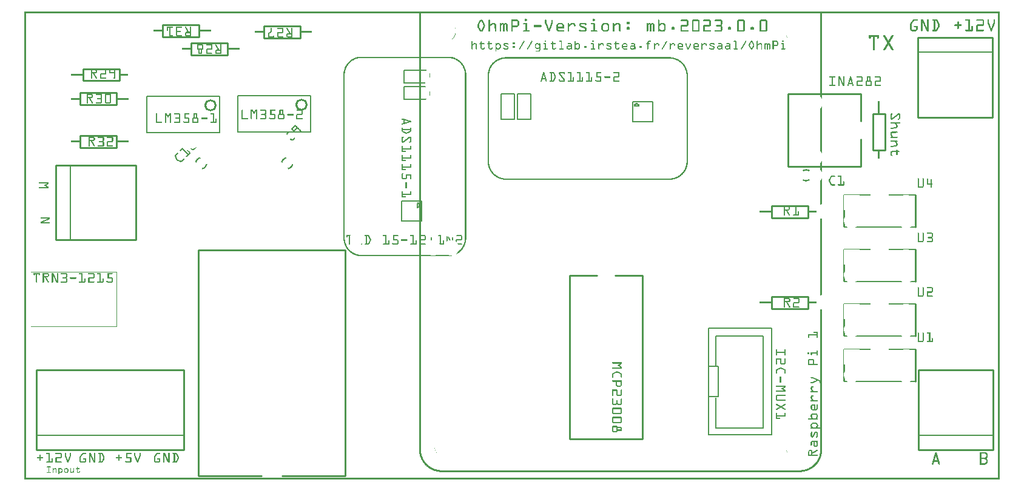
<source format=gto>
G04 MADE WITH FRITZING*
G04 WWW.FRITZING.ORG*
G04 DOUBLE SIDED*
G04 HOLES PLATED*
G04 CONTOUR ON CENTER OF CONTOUR VECTOR*
%ASAXBY*%
%FSLAX23Y23*%
%MOIN*%
%OFA0B0*%
%SFA1.0B1.0*%
%ADD10C,0.066567X0.046567*%
%ADD11R,0.354200X0.595200X0.338200X0.579200*%
%ADD12C,0.008000*%
%ADD13R,0.063000X0.173200X0.047000X0.157200*%
%ADD14C,0.011507*%
%ADD15C,0.010000*%
%ADD16C,0.005000*%
%ADD17C,0.009799*%
%ADD18C,0.002940*%
%ADD19R,0.001000X0.001000*%
%LNSILK1*%
G90*
G70*
G54D10*
X1522Y2065D03*
X1021Y2060D03*
G54D12*
X3758Y834D02*
X4104Y834D01*
X4104Y247D01*
X3758Y247D01*
X3758Y834D01*
D02*
X3758Y623D02*
X3813Y623D01*
X3813Y458D01*
X3758Y458D01*
X3758Y623D01*
D02*
G54D14*
X1762Y20D02*
X1762Y1265D01*
D02*
X1762Y1265D02*
X957Y1265D01*
D02*
X957Y1265D02*
X957Y20D01*
D02*
X1762Y20D02*
X1417Y20D01*
D02*
X1302Y20D02*
X957Y20D01*
G54D15*
D02*
X1514Y2432D02*
X1314Y2432D01*
D02*
X1314Y2432D02*
X1314Y2498D01*
D02*
X1314Y2498D02*
X1514Y2498D01*
D02*
X1514Y2498D02*
X1514Y2432D01*
D02*
X1115Y2338D02*
X915Y2338D01*
D02*
X915Y2338D02*
X915Y2404D01*
D02*
X915Y2404D02*
X1115Y2404D01*
D02*
X1115Y2404D02*
X1115Y2338D01*
D02*
X323Y2262D02*
X523Y2262D01*
D02*
X523Y2262D02*
X523Y2196D01*
D02*
X523Y2196D02*
X323Y2196D01*
D02*
X323Y2196D02*
X323Y2262D01*
D02*
X505Y2063D02*
X305Y2063D01*
D02*
X305Y2063D02*
X305Y2129D01*
D02*
X305Y2129D02*
X505Y2129D01*
D02*
X505Y2129D02*
X505Y2063D01*
G54D12*
D02*
X1572Y1915D02*
X1172Y1915D01*
D02*
X1572Y1915D02*
X1572Y2075D01*
D02*
X1172Y1915D02*
X1172Y2115D01*
D02*
X1572Y2115D02*
X1172Y2115D01*
D02*
X1572Y2115D02*
X1572Y2075D01*
D02*
X1572Y2075D02*
X1572Y2055D01*
D02*
X1071Y1910D02*
X671Y1910D01*
D02*
X1071Y1910D02*
X1071Y2070D01*
D02*
X671Y1910D02*
X671Y2110D01*
D02*
X1071Y2110D02*
X671Y2110D01*
D02*
X1071Y2110D02*
X1071Y2070D01*
D02*
X1071Y2070D02*
X1071Y2050D01*
G54D15*
D02*
X958Y2437D02*
X758Y2437D01*
D02*
X758Y2437D02*
X758Y2503D01*
D02*
X758Y2503D02*
X958Y2503D01*
D02*
X958Y2503D02*
X958Y2437D01*
D02*
X505Y1827D02*
X305Y1827D01*
D02*
X305Y1827D02*
X305Y1893D01*
D02*
X305Y1893D02*
X505Y1893D01*
D02*
X505Y1893D02*
X505Y1827D01*
G54D16*
D02*
X2087Y2183D02*
X2087Y2254D01*
D02*
X2087Y2093D02*
X2087Y2164D01*
G54D12*
D02*
X2183Y1423D02*
X2073Y1423D01*
D02*
X2073Y1423D02*
X2073Y1533D01*
D02*
X2073Y1533D02*
X2183Y1533D01*
D02*
X2183Y1533D02*
X2183Y1423D01*
D02*
X2160Y1498D02*
X2160Y1521D01*
G54D16*
D02*
X2620Y2125D02*
X2691Y2125D01*
D02*
X2691Y2125D02*
X2691Y1983D01*
D02*
X2691Y1983D02*
X2620Y1983D01*
D02*
X2620Y1983D02*
X2620Y2125D01*
D02*
X2710Y2125D02*
X2781Y2125D01*
D02*
X2781Y2125D02*
X2781Y1983D01*
D02*
X2781Y1983D02*
X2710Y1983D01*
D02*
X2710Y1983D02*
X2710Y2125D01*
G54D12*
D02*
X3451Y2079D02*
X3451Y1969D01*
D02*
X3451Y1969D02*
X3341Y1969D01*
D02*
X3341Y1969D02*
X3341Y2079D01*
D02*
X3341Y2079D02*
X3451Y2079D01*
D02*
X3376Y2056D02*
X3353Y2056D01*
G54D15*
D02*
X4596Y2124D02*
X4196Y2124D01*
D02*
X4196Y2124D02*
X4196Y1724D01*
D02*
X4196Y1724D02*
X4596Y1724D01*
D02*
X4596Y2124D02*
X4596Y1974D01*
D02*
X4596Y1874D02*
X4596Y1724D01*
D02*
X5323Y603D02*
X4913Y603D01*
D02*
X4913Y603D02*
X4913Y163D01*
D02*
X4913Y163D02*
X5323Y163D01*
D02*
X5323Y163D02*
X5323Y603D01*
G54D16*
D02*
X4913Y243D02*
X5323Y243D01*
G54D15*
D02*
X874Y603D02*
X64Y603D01*
D02*
X64Y603D02*
X64Y163D01*
D02*
X64Y163D02*
X874Y163D01*
D02*
X874Y163D02*
X874Y603D01*
G54D16*
D02*
X64Y243D02*
X874Y243D01*
G54D15*
D02*
X611Y1319D02*
X611Y1729D01*
D02*
X611Y1729D02*
X171Y1729D01*
D02*
X171Y1729D02*
X171Y1319D01*
D02*
X171Y1319D02*
X611Y1319D01*
G54D16*
D02*
X251Y1729D02*
X251Y1319D01*
G54D15*
D02*
X4909Y1995D02*
X5319Y1995D01*
D02*
X5319Y1995D02*
X5319Y2435D01*
D02*
X5319Y2435D02*
X4909Y2435D01*
D02*
X4909Y2435D02*
X4909Y1995D01*
G54D16*
D02*
X5319Y2355D02*
X4909Y2355D01*
G54D15*
D02*
X4729Y2015D02*
X4729Y1815D01*
D02*
X4729Y1815D02*
X4663Y1815D01*
D02*
X4663Y1815D02*
X4663Y2015D01*
D02*
X4663Y2015D02*
X4729Y2015D01*
G54D17*
D02*
X4896Y539D02*
X4896Y716D01*
D02*
X4896Y1089D02*
X4896Y1266D01*
D02*
X4896Y1389D02*
X4896Y1566D01*
D02*
X4896Y789D02*
X4896Y966D01*
G54D15*
D02*
X4105Y1007D02*
X4305Y1007D01*
D02*
X4305Y1007D02*
X4305Y941D01*
D02*
X4305Y941D02*
X4105Y941D01*
D02*
X4105Y941D02*
X4105Y1007D01*
D02*
X4105Y1507D02*
X4305Y1507D01*
D02*
X4305Y1507D02*
X4305Y1441D01*
D02*
X4305Y1441D02*
X4105Y1441D01*
D02*
X4105Y1441D02*
X4105Y1507D01*
D02*
X2996Y1124D02*
X3146Y1124D01*
D02*
X3246Y1124D02*
X3396Y1124D01*
D02*
X2996Y1124D02*
X2996Y224D01*
D02*
X3396Y224D02*
X3396Y1124D01*
D02*
X2996Y224D02*
X3396Y224D01*
G54D12*
X3800Y624D02*
X3800Y791D01*
X4059Y791D01*
X4059Y284D01*
X3800Y284D01*
X3800Y451D01*
D02*
G54D18*
X35Y1145D02*
X504Y1145D01*
X504Y843D01*
X35Y843D01*
D02*
G54D19*
X0Y2575D02*
X5358Y2575D01*
X0Y2574D02*
X5358Y2574D01*
X0Y2573D02*
X5358Y2573D01*
X0Y2572D02*
X5358Y2572D01*
X0Y2571D02*
X5358Y2571D01*
X0Y2570D02*
X5358Y2570D01*
X0Y2569D02*
X5358Y2569D01*
X0Y2568D02*
X5358Y2568D01*
X0Y2567D02*
X7Y2567D01*
X2169Y2567D02*
X2178Y2567D01*
X4374Y2567D02*
X4383Y2567D01*
X5351Y2567D02*
X5358Y2567D01*
X0Y2566D02*
X7Y2566D01*
X2169Y2566D02*
X2178Y2566D01*
X4374Y2566D02*
X4383Y2566D01*
X5351Y2566D02*
X5358Y2566D01*
X0Y2565D02*
X7Y2565D01*
X2169Y2565D02*
X2178Y2565D01*
X4374Y2565D02*
X4383Y2565D01*
X5351Y2565D02*
X5358Y2565D01*
X0Y2564D02*
X7Y2564D01*
X2169Y2564D02*
X2178Y2564D01*
X4374Y2564D02*
X4383Y2564D01*
X5351Y2564D02*
X5358Y2564D01*
X0Y2563D02*
X7Y2563D01*
X2169Y2563D02*
X2178Y2563D01*
X4374Y2563D02*
X4383Y2563D01*
X5351Y2563D02*
X5358Y2563D01*
X0Y2562D02*
X7Y2562D01*
X2169Y2562D02*
X2178Y2562D01*
X4374Y2562D02*
X4383Y2562D01*
X5351Y2562D02*
X5358Y2562D01*
X0Y2561D02*
X7Y2561D01*
X2169Y2561D02*
X2178Y2561D01*
X4374Y2561D02*
X4383Y2561D01*
X5351Y2561D02*
X5358Y2561D01*
X0Y2560D02*
X7Y2560D01*
X2169Y2560D02*
X2178Y2560D01*
X4374Y2560D02*
X4383Y2560D01*
X5351Y2560D02*
X5358Y2560D01*
X0Y2559D02*
X7Y2559D01*
X2169Y2559D02*
X2178Y2559D01*
X4374Y2559D02*
X4383Y2559D01*
X5351Y2559D02*
X5358Y2559D01*
X0Y2558D02*
X7Y2558D01*
X2169Y2558D02*
X2178Y2558D01*
X4374Y2558D02*
X4383Y2558D01*
X5351Y2558D02*
X5358Y2558D01*
X0Y2557D02*
X7Y2557D01*
X2169Y2557D02*
X2178Y2557D01*
X4374Y2557D02*
X4383Y2557D01*
X5351Y2557D02*
X5358Y2557D01*
X0Y2556D02*
X7Y2556D01*
X2169Y2556D02*
X2178Y2556D01*
X4374Y2556D02*
X4383Y2556D01*
X5351Y2556D02*
X5358Y2556D01*
X0Y2555D02*
X7Y2555D01*
X2169Y2555D02*
X2178Y2555D01*
X4374Y2555D02*
X4383Y2555D01*
X5351Y2555D02*
X5358Y2555D01*
X0Y2554D02*
X7Y2554D01*
X2169Y2554D02*
X2178Y2554D01*
X4374Y2554D02*
X4383Y2554D01*
X5351Y2554D02*
X5358Y2554D01*
X0Y2553D02*
X7Y2553D01*
X2169Y2553D02*
X2178Y2553D01*
X4374Y2553D02*
X4383Y2553D01*
X5351Y2553D02*
X5358Y2553D01*
X0Y2552D02*
X7Y2552D01*
X2169Y2552D02*
X2178Y2552D01*
X4374Y2552D02*
X4383Y2552D01*
X5351Y2552D02*
X5358Y2552D01*
X0Y2551D02*
X7Y2551D01*
X2169Y2551D02*
X2178Y2551D01*
X4374Y2551D02*
X4383Y2551D01*
X5351Y2551D02*
X5358Y2551D01*
X0Y2550D02*
X7Y2550D01*
X2169Y2550D02*
X2178Y2550D01*
X4374Y2550D02*
X4383Y2550D01*
X5351Y2550D02*
X5358Y2550D01*
X0Y2549D02*
X7Y2549D01*
X2169Y2549D02*
X2178Y2549D01*
X4374Y2549D02*
X4383Y2549D01*
X5351Y2549D02*
X5358Y2549D01*
X0Y2548D02*
X7Y2548D01*
X2169Y2548D02*
X2178Y2548D01*
X4374Y2548D02*
X4383Y2548D01*
X5351Y2548D02*
X5358Y2548D01*
X0Y2547D02*
X7Y2547D01*
X2169Y2547D02*
X2178Y2547D01*
X4374Y2547D02*
X4383Y2547D01*
X5351Y2547D02*
X5358Y2547D01*
X0Y2546D02*
X7Y2546D01*
X2169Y2546D02*
X2178Y2546D01*
X4374Y2546D02*
X4383Y2546D01*
X5351Y2546D02*
X5358Y2546D01*
X0Y2545D02*
X7Y2545D01*
X2169Y2545D02*
X2178Y2545D01*
X4374Y2545D02*
X4383Y2545D01*
X5351Y2545D02*
X5358Y2545D01*
X0Y2544D02*
X7Y2544D01*
X2169Y2544D02*
X2178Y2544D01*
X4374Y2544D02*
X4383Y2544D01*
X5351Y2544D02*
X5358Y2544D01*
X0Y2543D02*
X7Y2543D01*
X2169Y2543D02*
X2178Y2543D01*
X4374Y2543D02*
X4383Y2543D01*
X5351Y2543D02*
X5358Y2543D01*
X0Y2542D02*
X7Y2542D01*
X2169Y2542D02*
X2178Y2542D01*
X4374Y2542D02*
X4383Y2542D01*
X5351Y2542D02*
X5358Y2542D01*
X0Y2541D02*
X7Y2541D01*
X2169Y2541D02*
X2178Y2541D01*
X4374Y2541D02*
X4383Y2541D01*
X5351Y2541D02*
X5358Y2541D01*
X0Y2540D02*
X7Y2540D01*
X2169Y2540D02*
X2178Y2540D01*
X4374Y2540D02*
X4383Y2540D01*
X5351Y2540D02*
X5358Y2540D01*
X0Y2539D02*
X7Y2539D01*
X2169Y2539D02*
X2178Y2539D01*
X4374Y2539D02*
X4383Y2539D01*
X5351Y2539D02*
X5358Y2539D01*
X0Y2538D02*
X7Y2538D01*
X2169Y2538D02*
X2178Y2538D01*
X4374Y2538D02*
X4383Y2538D01*
X5351Y2538D02*
X5358Y2538D01*
X0Y2537D02*
X7Y2537D01*
X2169Y2537D02*
X2178Y2537D01*
X4374Y2537D02*
X4383Y2537D01*
X5351Y2537D02*
X5358Y2537D01*
X0Y2536D02*
X7Y2536D01*
X2169Y2536D02*
X2178Y2536D01*
X4374Y2536D02*
X4383Y2536D01*
X5351Y2536D02*
X5358Y2536D01*
X0Y2535D02*
X7Y2535D01*
X2169Y2535D02*
X2178Y2535D01*
X2751Y2535D02*
X2760Y2535D01*
X3124Y2535D02*
X3132Y2535D01*
X4374Y2535D02*
X4383Y2535D01*
X5351Y2535D02*
X5358Y2535D01*
X0Y2534D02*
X7Y2534D01*
X2169Y2534D02*
X2178Y2534D01*
X2751Y2534D02*
X2761Y2534D01*
X3123Y2534D02*
X3133Y2534D01*
X4374Y2534D02*
X4383Y2534D01*
X4889Y2534D02*
X4904Y2534D01*
X4927Y2534D02*
X4937Y2534D01*
X4964Y2534D02*
X4965Y2534D01*
X4991Y2534D02*
X5009Y2534D01*
X5173Y2534D02*
X5194Y2534D01*
X5234Y2534D02*
X5266Y2534D01*
X5295Y2534D02*
X5296Y2534D01*
X5328Y2534D02*
X5330Y2534D01*
X5351Y2534D02*
X5358Y2534D01*
X0Y2533D02*
X7Y2533D01*
X2169Y2533D02*
X2178Y2533D01*
X2750Y2533D02*
X2761Y2533D01*
X3122Y2533D02*
X3134Y2533D01*
X4374Y2533D02*
X4383Y2533D01*
X4886Y2533D02*
X4906Y2533D01*
X4927Y2533D02*
X4938Y2533D01*
X4962Y2533D02*
X4967Y2533D01*
X4989Y2533D02*
X5012Y2533D01*
X5172Y2533D02*
X5195Y2533D01*
X5232Y2533D02*
X5268Y2533D01*
X5293Y2533D02*
X5298Y2533D01*
X5327Y2533D02*
X5332Y2533D01*
X5351Y2533D02*
X5358Y2533D01*
X0Y2532D02*
X7Y2532D01*
X2169Y2532D02*
X2178Y2532D01*
X2508Y2532D02*
X2512Y2532D01*
X2554Y2532D02*
X2556Y2532D01*
X2675Y2532D02*
X2707Y2532D01*
X2750Y2532D02*
X2762Y2532D01*
X2864Y2532D02*
X2866Y2532D01*
X2898Y2532D02*
X2900Y2532D01*
X3122Y2532D02*
X3134Y2532D01*
X3484Y2532D02*
X3486Y2532D01*
X3608Y2532D02*
X3641Y2532D01*
X3674Y2532D02*
X3703Y2532D01*
X3733Y2532D02*
X3765Y2532D01*
X3795Y2532D02*
X3827Y2532D01*
X3922Y2532D02*
X3951Y2532D01*
X4046Y2532D02*
X4075Y2532D01*
X4374Y2532D02*
X4383Y2532D01*
X4884Y2532D02*
X4907Y2532D01*
X4927Y2532D02*
X4938Y2532D01*
X4961Y2532D02*
X4968Y2532D01*
X4989Y2532D02*
X5014Y2532D01*
X5171Y2532D02*
X5195Y2532D01*
X5232Y2532D02*
X5269Y2532D01*
X5293Y2532D02*
X5299Y2532D01*
X5326Y2532D02*
X5332Y2532D01*
X5351Y2532D02*
X5358Y2532D01*
X0Y2531D02*
X7Y2531D01*
X2169Y2531D02*
X2178Y2531D01*
X2505Y2531D02*
X2514Y2531D01*
X2552Y2531D02*
X2557Y2531D01*
X2675Y2531D02*
X2709Y2531D01*
X2750Y2531D02*
X2762Y2531D01*
X2862Y2531D02*
X2867Y2531D01*
X2897Y2531D02*
X2902Y2531D01*
X3122Y2531D02*
X3134Y2531D01*
X3483Y2531D02*
X3488Y2531D01*
X3607Y2531D02*
X3643Y2531D01*
X3672Y2531D02*
X3705Y2531D01*
X3731Y2531D02*
X3767Y2531D01*
X3793Y2531D02*
X3829Y2531D01*
X3920Y2531D02*
X3954Y2531D01*
X4044Y2531D02*
X4078Y2531D01*
X4374Y2531D02*
X4383Y2531D01*
X4883Y2531D02*
X4907Y2531D01*
X4927Y2531D02*
X4939Y2531D01*
X4961Y2531D02*
X4968Y2531D01*
X4988Y2531D02*
X5015Y2531D01*
X5171Y2531D02*
X5195Y2531D01*
X5231Y2531D02*
X5270Y2531D01*
X5292Y2531D02*
X5299Y2531D01*
X5326Y2531D02*
X5333Y2531D01*
X5351Y2531D02*
X5358Y2531D01*
X0Y2530D02*
X7Y2530D01*
X2169Y2530D02*
X2178Y2530D01*
X2504Y2530D02*
X2516Y2530D01*
X2551Y2530D02*
X2558Y2530D01*
X2675Y2530D02*
X2711Y2530D01*
X2750Y2530D02*
X2762Y2530D01*
X2862Y2530D02*
X2868Y2530D01*
X2896Y2530D02*
X2902Y2530D01*
X3122Y2530D02*
X3134Y2530D01*
X3482Y2530D02*
X3489Y2530D01*
X3606Y2530D02*
X3645Y2530D01*
X3671Y2530D02*
X3707Y2530D01*
X3730Y2530D02*
X3769Y2530D01*
X3792Y2530D02*
X3831Y2530D01*
X3919Y2530D02*
X3955Y2530D01*
X4043Y2530D02*
X4079Y2530D01*
X4374Y2530D02*
X4383Y2530D01*
X4882Y2530D02*
X4907Y2530D01*
X4927Y2530D02*
X4939Y2530D01*
X4961Y2530D02*
X4968Y2530D01*
X4988Y2530D02*
X5016Y2530D01*
X5170Y2530D02*
X5195Y2530D01*
X5231Y2530D02*
X5271Y2530D01*
X5292Y2530D02*
X5299Y2530D01*
X5325Y2530D02*
X5333Y2530D01*
X5351Y2530D02*
X5358Y2530D01*
X0Y2529D02*
X7Y2529D01*
X2169Y2529D02*
X2178Y2529D01*
X2502Y2529D02*
X2517Y2529D01*
X2551Y2529D02*
X2558Y2529D01*
X2675Y2529D02*
X2712Y2529D01*
X2750Y2529D02*
X2762Y2529D01*
X2861Y2529D02*
X2869Y2529D01*
X2895Y2529D02*
X2903Y2529D01*
X3122Y2529D02*
X3134Y2529D01*
X3482Y2529D02*
X3489Y2529D01*
X3606Y2529D02*
X3646Y2529D01*
X3670Y2529D02*
X3708Y2529D01*
X3730Y2529D02*
X3770Y2529D01*
X3792Y2529D02*
X3832Y2529D01*
X3918Y2529D02*
X3956Y2529D01*
X4042Y2529D02*
X4080Y2529D01*
X4374Y2529D02*
X4383Y2529D01*
X4881Y2529D02*
X4907Y2529D01*
X4927Y2529D02*
X4940Y2529D01*
X4961Y2529D02*
X4968Y2529D01*
X4988Y2529D02*
X5017Y2529D01*
X5171Y2529D02*
X5195Y2529D01*
X5231Y2529D02*
X5272Y2529D01*
X5292Y2529D02*
X5299Y2529D01*
X5325Y2529D02*
X5333Y2529D01*
X5351Y2529D02*
X5358Y2529D01*
X0Y2528D02*
X7Y2528D01*
X2169Y2528D02*
X2178Y2528D01*
X2501Y2528D02*
X2518Y2528D01*
X2551Y2528D02*
X2559Y2528D01*
X2675Y2528D02*
X2713Y2528D01*
X2750Y2528D02*
X2762Y2528D01*
X2861Y2528D02*
X2869Y2528D01*
X2895Y2528D02*
X2903Y2528D01*
X3122Y2528D02*
X3134Y2528D01*
X3482Y2528D02*
X3489Y2528D01*
X3606Y2528D02*
X3646Y2528D01*
X3669Y2528D02*
X3708Y2528D01*
X3730Y2528D02*
X3770Y2528D01*
X3792Y2528D02*
X3832Y2528D01*
X3917Y2528D02*
X3957Y2528D01*
X4041Y2528D02*
X4081Y2528D01*
X4374Y2528D02*
X4383Y2528D01*
X4880Y2528D02*
X4907Y2528D01*
X4927Y2528D02*
X4940Y2528D01*
X4961Y2528D02*
X4968Y2528D01*
X4989Y2528D02*
X5018Y2528D01*
X5171Y2528D02*
X5195Y2528D01*
X5232Y2528D02*
X5272Y2528D01*
X5292Y2528D02*
X5299Y2528D01*
X5325Y2528D02*
X5333Y2528D01*
X5351Y2528D02*
X5358Y2528D01*
X0Y2527D02*
X7Y2527D01*
X2169Y2527D02*
X2178Y2527D01*
X2501Y2527D02*
X2519Y2527D01*
X2551Y2527D02*
X2559Y2527D01*
X2675Y2527D02*
X2714Y2527D01*
X2750Y2527D02*
X2762Y2527D01*
X2861Y2527D02*
X2869Y2527D01*
X2895Y2527D02*
X2903Y2527D01*
X3122Y2527D02*
X3134Y2527D01*
X3482Y2527D02*
X3489Y2527D01*
X3606Y2527D02*
X3647Y2527D01*
X3668Y2527D02*
X3709Y2527D01*
X3730Y2527D02*
X3771Y2527D01*
X3792Y2527D02*
X3833Y2527D01*
X3917Y2527D02*
X3957Y2527D01*
X4041Y2527D02*
X4081Y2527D01*
X4374Y2527D02*
X4383Y2527D01*
X4880Y2527D02*
X4906Y2527D01*
X4927Y2527D02*
X4941Y2527D01*
X4961Y2527D02*
X4968Y2527D01*
X4989Y2527D02*
X5018Y2527D01*
X5172Y2527D02*
X5195Y2527D01*
X5232Y2527D02*
X5272Y2527D01*
X5292Y2527D02*
X5299Y2527D01*
X5325Y2527D02*
X5333Y2527D01*
X5351Y2527D02*
X5358Y2527D01*
X0Y2526D02*
X7Y2526D01*
X2169Y2526D02*
X2178Y2526D01*
X2500Y2526D02*
X2519Y2526D01*
X2551Y2526D02*
X2559Y2526D01*
X2675Y2526D02*
X2715Y2526D01*
X2750Y2526D02*
X2761Y2526D01*
X2861Y2526D02*
X2869Y2526D01*
X2895Y2526D02*
X2903Y2526D01*
X3123Y2526D02*
X3133Y2526D01*
X3482Y2526D02*
X3489Y2526D01*
X3606Y2526D02*
X3647Y2526D01*
X3668Y2526D02*
X3709Y2526D01*
X3730Y2526D02*
X3771Y2526D01*
X3792Y2526D02*
X3833Y2526D01*
X3916Y2526D02*
X3957Y2526D01*
X4040Y2526D02*
X4081Y2526D01*
X4374Y2526D02*
X4383Y2526D01*
X4879Y2526D02*
X4904Y2526D01*
X4927Y2526D02*
X4941Y2526D01*
X4961Y2526D02*
X4968Y2526D01*
X4991Y2526D02*
X5019Y2526D01*
X5173Y2526D02*
X5195Y2526D01*
X5234Y2526D02*
X5272Y2526D01*
X5292Y2526D02*
X5299Y2526D01*
X5325Y2526D02*
X5333Y2526D01*
X5351Y2526D02*
X5358Y2526D01*
X0Y2525D02*
X7Y2525D01*
X2169Y2525D02*
X2178Y2525D01*
X2500Y2525D02*
X2520Y2525D01*
X2551Y2525D02*
X2559Y2525D01*
X2675Y2525D02*
X2715Y2525D01*
X2751Y2525D02*
X2760Y2525D01*
X2861Y2525D02*
X2869Y2525D01*
X2895Y2525D02*
X2903Y2525D01*
X3123Y2525D02*
X3133Y2525D01*
X3482Y2525D02*
X3489Y2525D01*
X3607Y2525D02*
X3647Y2525D01*
X3668Y2525D02*
X3709Y2525D01*
X3731Y2525D02*
X3771Y2525D01*
X3793Y2525D02*
X3834Y2525D01*
X3916Y2525D02*
X3958Y2525D01*
X4040Y2525D02*
X4082Y2525D01*
X4374Y2525D02*
X4383Y2525D01*
X4878Y2525D02*
X4888Y2525D01*
X4927Y2525D02*
X4941Y2525D01*
X4961Y2525D02*
X4968Y2525D01*
X4996Y2525D02*
X5004Y2525D01*
X5010Y2525D02*
X5019Y2525D01*
X5187Y2525D02*
X5195Y2525D01*
X5265Y2525D02*
X5272Y2525D01*
X5292Y2525D02*
X5299Y2525D01*
X5325Y2525D02*
X5333Y2525D01*
X5351Y2525D02*
X5358Y2525D01*
X0Y2524D02*
X7Y2524D01*
X2169Y2524D02*
X2178Y2524D01*
X2499Y2524D02*
X2520Y2524D01*
X2551Y2524D02*
X2559Y2524D01*
X2675Y2524D02*
X2716Y2524D01*
X2752Y2524D02*
X2759Y2524D01*
X2861Y2524D02*
X2869Y2524D01*
X2895Y2524D02*
X2903Y2524D01*
X3125Y2524D02*
X3131Y2524D01*
X3482Y2524D02*
X3489Y2524D01*
X3608Y2524D02*
X3648Y2524D01*
X3668Y2524D02*
X3710Y2524D01*
X3732Y2524D02*
X3772Y2524D01*
X3794Y2524D02*
X3834Y2524D01*
X3916Y2524D02*
X3958Y2524D01*
X4040Y2524D02*
X4082Y2524D01*
X4374Y2524D02*
X4383Y2524D01*
X4877Y2524D02*
X4887Y2524D01*
X4927Y2524D02*
X4942Y2524D01*
X4961Y2524D02*
X4968Y2524D01*
X4996Y2524D02*
X5004Y2524D01*
X5011Y2524D02*
X5020Y2524D01*
X5187Y2524D02*
X5195Y2524D01*
X5265Y2524D02*
X5272Y2524D01*
X5292Y2524D02*
X5299Y2524D01*
X5325Y2524D02*
X5333Y2524D01*
X5351Y2524D02*
X5358Y2524D01*
X0Y2523D02*
X7Y2523D01*
X2169Y2523D02*
X2178Y2523D01*
X2499Y2523D02*
X2508Y2523D01*
X2512Y2523D02*
X2521Y2523D01*
X2551Y2523D02*
X2559Y2523D01*
X2675Y2523D02*
X2683Y2523D01*
X2707Y2523D02*
X2716Y2523D01*
X2861Y2523D02*
X2869Y2523D01*
X2895Y2523D02*
X2903Y2523D01*
X3482Y2523D02*
X3489Y2523D01*
X3640Y2523D02*
X3648Y2523D01*
X3668Y2523D02*
X3675Y2523D01*
X3702Y2523D02*
X3710Y2523D01*
X3764Y2523D02*
X3772Y2523D01*
X3826Y2523D02*
X3834Y2523D01*
X3916Y2523D02*
X3924Y2523D01*
X3950Y2523D02*
X3958Y2523D01*
X4040Y2523D02*
X4048Y2523D01*
X4074Y2523D02*
X4082Y2523D01*
X4374Y2523D02*
X4383Y2523D01*
X4876Y2523D02*
X4886Y2523D01*
X4927Y2523D02*
X4942Y2523D01*
X4961Y2523D02*
X4968Y2523D01*
X4996Y2523D02*
X5004Y2523D01*
X5012Y2523D02*
X5020Y2523D01*
X5187Y2523D02*
X5195Y2523D01*
X5265Y2523D02*
X5272Y2523D01*
X5292Y2523D02*
X5299Y2523D01*
X5325Y2523D02*
X5333Y2523D01*
X5351Y2523D02*
X5358Y2523D01*
X0Y2522D02*
X7Y2522D01*
X2169Y2522D02*
X2178Y2522D01*
X2498Y2522D02*
X2507Y2522D01*
X2512Y2522D02*
X2521Y2522D01*
X2551Y2522D02*
X2559Y2522D01*
X2675Y2522D02*
X2683Y2522D01*
X2708Y2522D02*
X2717Y2522D01*
X2861Y2522D02*
X2869Y2522D01*
X2895Y2522D02*
X2903Y2522D01*
X3482Y2522D02*
X3489Y2522D01*
X3640Y2522D02*
X3648Y2522D01*
X3668Y2522D02*
X3675Y2522D01*
X3702Y2522D02*
X3710Y2522D01*
X3764Y2522D02*
X3772Y2522D01*
X3826Y2522D02*
X3834Y2522D01*
X3916Y2522D02*
X3924Y2522D01*
X3950Y2522D02*
X3958Y2522D01*
X4040Y2522D02*
X4048Y2522D01*
X4074Y2522D02*
X4082Y2522D01*
X4374Y2522D02*
X4383Y2522D01*
X4876Y2522D02*
X4886Y2522D01*
X4927Y2522D02*
X4943Y2522D01*
X4961Y2522D02*
X4968Y2522D01*
X4996Y2522D02*
X5004Y2522D01*
X5012Y2522D02*
X5021Y2522D01*
X5129Y2522D02*
X5131Y2522D01*
X5187Y2522D02*
X5195Y2522D01*
X5265Y2522D02*
X5272Y2522D01*
X5292Y2522D02*
X5299Y2522D01*
X5325Y2522D02*
X5333Y2522D01*
X5351Y2522D02*
X5358Y2522D01*
X0Y2521D02*
X7Y2521D01*
X2169Y2521D02*
X2178Y2521D01*
X2498Y2521D02*
X2506Y2521D01*
X2513Y2521D02*
X2522Y2521D01*
X2551Y2521D02*
X2559Y2521D01*
X2675Y2521D02*
X2683Y2521D01*
X2709Y2521D02*
X2717Y2521D01*
X2861Y2521D02*
X2869Y2521D01*
X2895Y2521D02*
X2903Y2521D01*
X3311Y2521D02*
X3322Y2521D01*
X3482Y2521D02*
X3489Y2521D01*
X3640Y2521D02*
X3648Y2521D01*
X3668Y2521D02*
X3675Y2521D01*
X3702Y2521D02*
X3710Y2521D01*
X3764Y2521D02*
X3772Y2521D01*
X3826Y2521D02*
X3834Y2521D01*
X3916Y2521D02*
X3924Y2521D01*
X3950Y2521D02*
X3958Y2521D01*
X4040Y2521D02*
X4048Y2521D01*
X4074Y2521D02*
X4082Y2521D01*
X4374Y2521D02*
X4383Y2521D01*
X4875Y2521D02*
X4885Y2521D01*
X4927Y2521D02*
X4943Y2521D01*
X4961Y2521D02*
X4968Y2521D01*
X4996Y2521D02*
X5004Y2521D01*
X5013Y2521D02*
X5021Y2521D01*
X5128Y2521D02*
X5133Y2521D01*
X5187Y2521D02*
X5195Y2521D01*
X5265Y2521D02*
X5272Y2521D01*
X5292Y2521D02*
X5299Y2521D01*
X5325Y2521D02*
X5333Y2521D01*
X5351Y2521D02*
X5358Y2521D01*
X0Y2520D02*
X7Y2520D01*
X2169Y2520D02*
X2178Y2520D01*
X2497Y2520D02*
X2506Y2520D01*
X2514Y2520D02*
X2522Y2520D01*
X2551Y2520D02*
X2559Y2520D01*
X2675Y2520D02*
X2683Y2520D01*
X2709Y2520D02*
X2717Y2520D01*
X2861Y2520D02*
X2869Y2520D01*
X2895Y2520D02*
X2903Y2520D01*
X3309Y2520D02*
X3323Y2520D01*
X3482Y2520D02*
X3489Y2520D01*
X3640Y2520D02*
X3648Y2520D01*
X3668Y2520D02*
X3675Y2520D01*
X3702Y2520D02*
X3710Y2520D01*
X3764Y2520D02*
X3772Y2520D01*
X3826Y2520D02*
X3834Y2520D01*
X3916Y2520D02*
X3924Y2520D01*
X3950Y2520D02*
X3958Y2520D01*
X4040Y2520D02*
X4048Y2520D01*
X4074Y2520D02*
X4082Y2520D01*
X4374Y2520D02*
X4383Y2520D01*
X4874Y2520D02*
X4884Y2520D01*
X4927Y2520D02*
X4944Y2520D01*
X4961Y2520D02*
X4968Y2520D01*
X4996Y2520D02*
X5004Y2520D01*
X5013Y2520D02*
X5022Y2520D01*
X5127Y2520D02*
X5133Y2520D01*
X5187Y2520D02*
X5195Y2520D01*
X5265Y2520D02*
X5272Y2520D01*
X5292Y2520D02*
X5299Y2520D01*
X5325Y2520D02*
X5333Y2520D01*
X5351Y2520D02*
X5358Y2520D01*
X0Y2519D02*
X7Y2519D01*
X2169Y2519D02*
X2178Y2519D01*
X2497Y2519D02*
X2505Y2519D01*
X2514Y2519D02*
X2523Y2519D01*
X2551Y2519D02*
X2559Y2519D01*
X2675Y2519D02*
X2683Y2519D01*
X2709Y2519D02*
X2717Y2519D01*
X2861Y2519D02*
X2869Y2519D01*
X2895Y2519D02*
X2903Y2519D01*
X3309Y2519D02*
X3324Y2519D01*
X3482Y2519D02*
X3489Y2519D01*
X3640Y2519D02*
X3648Y2519D01*
X3668Y2519D02*
X3675Y2519D01*
X3702Y2519D02*
X3710Y2519D01*
X3764Y2519D02*
X3772Y2519D01*
X3826Y2519D02*
X3834Y2519D01*
X3916Y2519D02*
X3924Y2519D01*
X3950Y2519D02*
X3958Y2519D01*
X4040Y2519D02*
X4048Y2519D01*
X4074Y2519D02*
X4082Y2519D01*
X4374Y2519D02*
X4383Y2519D01*
X4873Y2519D02*
X4883Y2519D01*
X4927Y2519D02*
X4944Y2519D01*
X4961Y2519D02*
X4968Y2519D01*
X4996Y2519D02*
X5004Y2519D01*
X5014Y2519D02*
X5022Y2519D01*
X5126Y2519D02*
X5134Y2519D01*
X5187Y2519D02*
X5195Y2519D01*
X5265Y2519D02*
X5272Y2519D01*
X5292Y2519D02*
X5299Y2519D01*
X5325Y2519D02*
X5333Y2519D01*
X5351Y2519D02*
X5358Y2519D01*
X0Y2518D02*
X7Y2518D01*
X2169Y2518D02*
X2178Y2518D01*
X2496Y2518D02*
X2505Y2518D01*
X2515Y2518D02*
X2523Y2518D01*
X2551Y2518D02*
X2559Y2518D01*
X2675Y2518D02*
X2683Y2518D01*
X2709Y2518D02*
X2717Y2518D01*
X2861Y2518D02*
X2869Y2518D01*
X2895Y2518D02*
X2903Y2518D01*
X3308Y2518D02*
X3324Y2518D01*
X3482Y2518D02*
X3489Y2518D01*
X3640Y2518D02*
X3648Y2518D01*
X3668Y2518D02*
X3675Y2518D01*
X3702Y2518D02*
X3710Y2518D01*
X3764Y2518D02*
X3772Y2518D01*
X3826Y2518D02*
X3834Y2518D01*
X3916Y2518D02*
X3924Y2518D01*
X3950Y2518D02*
X3958Y2518D01*
X4040Y2518D02*
X4048Y2518D01*
X4074Y2518D02*
X4082Y2518D01*
X4374Y2518D02*
X4383Y2518D01*
X4873Y2518D02*
X4882Y2518D01*
X4927Y2518D02*
X4945Y2518D01*
X4961Y2518D02*
X4968Y2518D01*
X4996Y2518D02*
X5004Y2518D01*
X5014Y2518D02*
X5023Y2518D01*
X5126Y2518D02*
X5134Y2518D01*
X5187Y2518D02*
X5195Y2518D01*
X5265Y2518D02*
X5272Y2518D01*
X5292Y2518D02*
X5299Y2518D01*
X5325Y2518D02*
X5333Y2518D01*
X5351Y2518D02*
X5358Y2518D01*
X0Y2517D02*
X7Y2517D01*
X2169Y2517D02*
X2178Y2517D01*
X2496Y2517D02*
X2504Y2517D01*
X2515Y2517D02*
X2524Y2517D01*
X2551Y2517D02*
X2559Y2517D01*
X2675Y2517D02*
X2683Y2517D01*
X2709Y2517D02*
X2717Y2517D01*
X2861Y2517D02*
X2869Y2517D01*
X2895Y2517D02*
X2903Y2517D01*
X3308Y2517D02*
X3324Y2517D01*
X3482Y2517D02*
X3489Y2517D01*
X3640Y2517D02*
X3648Y2517D01*
X3668Y2517D02*
X3675Y2517D01*
X3702Y2517D02*
X3710Y2517D01*
X3764Y2517D02*
X3772Y2517D01*
X3826Y2517D02*
X3834Y2517D01*
X3916Y2517D02*
X3924Y2517D01*
X3950Y2517D02*
X3958Y2517D01*
X4040Y2517D02*
X4048Y2517D01*
X4074Y2517D02*
X4082Y2517D01*
X4374Y2517D02*
X4383Y2517D01*
X4872Y2517D02*
X4882Y2517D01*
X4927Y2517D02*
X4935Y2517D01*
X4937Y2517D02*
X4945Y2517D01*
X4961Y2517D02*
X4968Y2517D01*
X4996Y2517D02*
X5004Y2517D01*
X5015Y2517D02*
X5023Y2517D01*
X5126Y2517D02*
X5134Y2517D01*
X5187Y2517D02*
X5195Y2517D01*
X5265Y2517D02*
X5272Y2517D01*
X5292Y2517D02*
X5299Y2517D01*
X5325Y2517D02*
X5333Y2517D01*
X5351Y2517D02*
X5358Y2517D01*
X0Y2516D02*
X7Y2516D01*
X2169Y2516D02*
X2178Y2516D01*
X2495Y2516D02*
X2504Y2516D01*
X2516Y2516D02*
X2524Y2516D01*
X2551Y2516D02*
X2559Y2516D01*
X2675Y2516D02*
X2683Y2516D01*
X2709Y2516D02*
X2717Y2516D01*
X2861Y2516D02*
X2869Y2516D01*
X2895Y2516D02*
X2903Y2516D01*
X3308Y2516D02*
X3324Y2516D01*
X3482Y2516D02*
X3489Y2516D01*
X3640Y2516D02*
X3648Y2516D01*
X3668Y2516D02*
X3675Y2516D01*
X3702Y2516D02*
X3710Y2516D01*
X3764Y2516D02*
X3772Y2516D01*
X3826Y2516D02*
X3834Y2516D01*
X3916Y2516D02*
X3924Y2516D01*
X3950Y2516D02*
X3958Y2516D01*
X4040Y2516D02*
X4048Y2516D01*
X4074Y2516D02*
X4082Y2516D01*
X4374Y2516D02*
X4383Y2516D01*
X4871Y2516D02*
X4881Y2516D01*
X4927Y2516D02*
X4935Y2516D01*
X4937Y2516D02*
X4945Y2516D01*
X4961Y2516D02*
X4968Y2516D01*
X4996Y2516D02*
X5004Y2516D01*
X5015Y2516D02*
X5024Y2516D01*
X5126Y2516D02*
X5134Y2516D01*
X5187Y2516D02*
X5195Y2516D01*
X5265Y2516D02*
X5272Y2516D01*
X5292Y2516D02*
X5300Y2516D01*
X5325Y2516D02*
X5333Y2516D01*
X5351Y2516D02*
X5358Y2516D01*
X0Y2515D02*
X7Y2515D01*
X2169Y2515D02*
X2178Y2515D01*
X2495Y2515D02*
X2503Y2515D01*
X2516Y2515D02*
X2525Y2515D01*
X2551Y2515D02*
X2559Y2515D01*
X2675Y2515D02*
X2683Y2515D01*
X2709Y2515D02*
X2717Y2515D01*
X2861Y2515D02*
X2869Y2515D01*
X2895Y2515D02*
X2903Y2515D01*
X3308Y2515D02*
X3324Y2515D01*
X3482Y2515D02*
X3489Y2515D01*
X3640Y2515D02*
X3648Y2515D01*
X3668Y2515D02*
X3675Y2515D01*
X3702Y2515D02*
X3710Y2515D01*
X3764Y2515D02*
X3772Y2515D01*
X3826Y2515D02*
X3834Y2515D01*
X3916Y2515D02*
X3924Y2515D01*
X3950Y2515D02*
X3958Y2515D01*
X4040Y2515D02*
X4048Y2515D01*
X4074Y2515D02*
X4082Y2515D01*
X4374Y2515D02*
X4383Y2515D01*
X4870Y2515D02*
X4880Y2515D01*
X4927Y2515D02*
X4935Y2515D01*
X4937Y2515D02*
X4946Y2515D01*
X4961Y2515D02*
X4968Y2515D01*
X4996Y2515D02*
X5004Y2515D01*
X5016Y2515D02*
X5024Y2515D01*
X5126Y2515D02*
X5134Y2515D01*
X5187Y2515D02*
X5195Y2515D01*
X5265Y2515D02*
X5272Y2515D01*
X5292Y2515D02*
X5300Y2515D01*
X5325Y2515D02*
X5333Y2515D01*
X5351Y2515D02*
X5358Y2515D01*
X0Y2514D02*
X7Y2514D01*
X2169Y2514D02*
X2178Y2514D01*
X2494Y2514D02*
X2503Y2514D01*
X2517Y2514D02*
X2525Y2514D01*
X2551Y2514D02*
X2559Y2514D01*
X2574Y2514D02*
X2579Y2514D01*
X2616Y2514D02*
X2616Y2514D01*
X2628Y2514D02*
X2628Y2514D01*
X2675Y2514D02*
X2683Y2514D01*
X2709Y2514D02*
X2717Y2514D01*
X2745Y2514D02*
X2758Y2514D01*
X2861Y2514D02*
X2869Y2514D01*
X2895Y2514D02*
X2903Y2514D01*
X2938Y2514D02*
X2950Y2514D01*
X2989Y2514D02*
X2989Y2514D01*
X3006Y2514D02*
X3015Y2514D01*
X3059Y2514D02*
X3077Y2514D01*
X3118Y2514D02*
X3130Y2514D01*
X3187Y2514D02*
X3198Y2514D01*
X3257Y2514D02*
X3262Y2514D01*
X3308Y2514D02*
X3324Y2514D01*
X3434Y2514D02*
X3434Y2514D01*
X3482Y2514D02*
X3489Y2514D01*
X3501Y2514D02*
X3508Y2514D01*
X3640Y2514D02*
X3648Y2514D01*
X3668Y2514D02*
X3675Y2514D01*
X3702Y2514D02*
X3710Y2514D01*
X3764Y2514D02*
X3772Y2514D01*
X3826Y2514D02*
X3834Y2514D01*
X3916Y2514D02*
X3924Y2514D01*
X3950Y2514D02*
X3958Y2514D01*
X4040Y2514D02*
X4048Y2514D01*
X4074Y2514D02*
X4082Y2514D01*
X4374Y2514D02*
X4383Y2514D01*
X4870Y2514D02*
X4879Y2514D01*
X4927Y2514D02*
X4935Y2514D01*
X4938Y2514D02*
X4946Y2514D01*
X4961Y2514D02*
X4968Y2514D01*
X4996Y2514D02*
X5004Y2514D01*
X5016Y2514D02*
X5025Y2514D01*
X5126Y2514D02*
X5134Y2514D01*
X5187Y2514D02*
X5195Y2514D01*
X5265Y2514D02*
X5272Y2514D01*
X5292Y2514D02*
X5300Y2514D01*
X5325Y2514D02*
X5333Y2514D01*
X5351Y2514D02*
X5358Y2514D01*
X0Y2513D02*
X7Y2513D01*
X2169Y2513D02*
X2178Y2513D01*
X2494Y2513D02*
X2502Y2513D01*
X2517Y2513D02*
X2526Y2513D01*
X2551Y2513D02*
X2559Y2513D01*
X2570Y2513D02*
X2584Y2513D01*
X2614Y2513D02*
X2618Y2513D01*
X2624Y2513D02*
X2632Y2513D01*
X2641Y2513D02*
X2648Y2513D01*
X2675Y2513D02*
X2683Y2513D01*
X2709Y2513D02*
X2717Y2513D01*
X2743Y2513D02*
X2760Y2513D01*
X2861Y2513D02*
X2869Y2513D01*
X2895Y2513D02*
X2903Y2513D01*
X2934Y2513D02*
X2954Y2513D01*
X2987Y2513D02*
X2991Y2513D01*
X3004Y2513D02*
X3019Y2513D01*
X3055Y2513D02*
X3082Y2513D01*
X3115Y2513D02*
X3132Y2513D01*
X3182Y2513D02*
X3202Y2513D01*
X3235Y2513D02*
X3239Y2513D01*
X3252Y2513D02*
X3266Y2513D01*
X3308Y2513D02*
X3324Y2513D01*
X3420Y2513D02*
X3425Y2513D01*
X3430Y2513D02*
X3438Y2513D01*
X3448Y2513D02*
X3454Y2513D01*
X3482Y2513D02*
X3489Y2513D01*
X3497Y2513D02*
X3512Y2513D01*
X3640Y2513D02*
X3648Y2513D01*
X3668Y2513D02*
X3675Y2513D01*
X3702Y2513D02*
X3710Y2513D01*
X3764Y2513D02*
X3772Y2513D01*
X3826Y2513D02*
X3834Y2513D01*
X3916Y2513D02*
X3924Y2513D01*
X3950Y2513D02*
X3958Y2513D01*
X4040Y2513D02*
X4048Y2513D01*
X4074Y2513D02*
X4082Y2513D01*
X4374Y2513D02*
X4383Y2513D01*
X4869Y2513D02*
X4878Y2513D01*
X4927Y2513D02*
X4935Y2513D01*
X4938Y2513D02*
X4947Y2513D01*
X4961Y2513D02*
X4968Y2513D01*
X4996Y2513D02*
X5004Y2513D01*
X5017Y2513D02*
X5025Y2513D01*
X5126Y2513D02*
X5134Y2513D01*
X5187Y2513D02*
X5195Y2513D01*
X5265Y2513D02*
X5272Y2513D01*
X5293Y2513D02*
X5301Y2513D01*
X5324Y2513D02*
X5332Y2513D01*
X5351Y2513D02*
X5358Y2513D01*
X0Y2512D02*
X7Y2512D01*
X2169Y2512D02*
X2178Y2512D01*
X2493Y2512D02*
X2502Y2512D01*
X2518Y2512D02*
X2526Y2512D01*
X2551Y2512D02*
X2559Y2512D01*
X2568Y2512D02*
X2586Y2512D01*
X2613Y2512D02*
X2619Y2512D01*
X2622Y2512D02*
X2633Y2512D01*
X2639Y2512D02*
X2650Y2512D01*
X2675Y2512D02*
X2683Y2512D01*
X2709Y2512D02*
X2717Y2512D01*
X2742Y2512D02*
X2761Y2512D01*
X2861Y2512D02*
X2870Y2512D01*
X2894Y2512D02*
X2903Y2512D01*
X2932Y2512D02*
X2956Y2512D01*
X2986Y2512D02*
X2992Y2512D01*
X3003Y2512D02*
X3021Y2512D01*
X3053Y2512D02*
X3084Y2512D01*
X3114Y2512D02*
X3133Y2512D01*
X3180Y2512D02*
X3204Y2512D01*
X3234Y2512D02*
X3240Y2512D01*
X3250Y2512D02*
X3268Y2512D01*
X3308Y2512D02*
X3324Y2512D01*
X3420Y2512D02*
X3426Y2512D01*
X3429Y2512D02*
X3440Y2512D01*
X3446Y2512D02*
X3456Y2512D01*
X3482Y2512D02*
X3489Y2512D01*
X3495Y2512D02*
X3514Y2512D01*
X3640Y2512D02*
X3648Y2512D01*
X3668Y2512D02*
X3675Y2512D01*
X3702Y2512D02*
X3710Y2512D01*
X3764Y2512D02*
X3772Y2512D01*
X3826Y2512D02*
X3834Y2512D01*
X3916Y2512D02*
X3924Y2512D01*
X3950Y2512D02*
X3958Y2512D01*
X4040Y2512D02*
X4048Y2512D01*
X4074Y2512D02*
X4082Y2512D01*
X4374Y2512D02*
X4383Y2512D01*
X4868Y2512D02*
X4878Y2512D01*
X4927Y2512D02*
X4935Y2512D01*
X4939Y2512D02*
X4947Y2512D01*
X4961Y2512D02*
X4968Y2512D01*
X4996Y2512D02*
X5004Y2512D01*
X5017Y2512D02*
X5026Y2512D01*
X5126Y2512D02*
X5134Y2512D01*
X5187Y2512D02*
X5195Y2512D01*
X5265Y2512D02*
X5272Y2512D01*
X5293Y2512D02*
X5301Y2512D01*
X5324Y2512D02*
X5332Y2512D01*
X5351Y2512D02*
X5358Y2512D01*
X0Y2511D02*
X7Y2511D01*
X2169Y2511D02*
X2178Y2511D01*
X2493Y2511D02*
X2501Y2511D01*
X2518Y2511D02*
X2527Y2511D01*
X2551Y2511D02*
X2559Y2511D01*
X2566Y2511D02*
X2587Y2511D01*
X2612Y2511D02*
X2634Y2511D01*
X2638Y2511D02*
X2651Y2511D01*
X2675Y2511D02*
X2683Y2511D01*
X2709Y2511D02*
X2717Y2511D01*
X2741Y2511D02*
X2761Y2511D01*
X2862Y2511D02*
X2870Y2511D01*
X2894Y2511D02*
X2902Y2511D01*
X2931Y2511D02*
X2957Y2511D01*
X2985Y2511D02*
X2993Y2511D01*
X3001Y2511D02*
X3022Y2511D01*
X3052Y2511D02*
X3085Y2511D01*
X3114Y2511D02*
X3134Y2511D01*
X3179Y2511D02*
X3205Y2511D01*
X3234Y2511D02*
X3241Y2511D01*
X3249Y2511D02*
X3269Y2511D01*
X3308Y2511D02*
X3324Y2511D01*
X3419Y2511D02*
X3441Y2511D01*
X3444Y2511D02*
X3457Y2511D01*
X3482Y2511D02*
X3489Y2511D01*
X3493Y2511D02*
X3516Y2511D01*
X3640Y2511D02*
X3648Y2511D01*
X3668Y2511D02*
X3675Y2511D01*
X3702Y2511D02*
X3710Y2511D01*
X3764Y2511D02*
X3772Y2511D01*
X3826Y2511D02*
X3834Y2511D01*
X3916Y2511D02*
X3924Y2511D01*
X3950Y2511D02*
X3958Y2511D01*
X4040Y2511D02*
X4048Y2511D01*
X4074Y2511D02*
X4082Y2511D01*
X4374Y2511D02*
X4383Y2511D01*
X4868Y2511D02*
X4877Y2511D01*
X4927Y2511D02*
X4935Y2511D01*
X4939Y2511D02*
X4948Y2511D01*
X4961Y2511D02*
X4968Y2511D01*
X4996Y2511D02*
X5004Y2511D01*
X5018Y2511D02*
X5026Y2511D01*
X5126Y2511D02*
X5134Y2511D01*
X5187Y2511D02*
X5195Y2511D01*
X5265Y2511D02*
X5272Y2511D01*
X5293Y2511D02*
X5302Y2511D01*
X5323Y2511D02*
X5332Y2511D01*
X5351Y2511D02*
X5358Y2511D01*
X0Y2510D02*
X7Y2510D01*
X2169Y2510D02*
X2178Y2510D01*
X2492Y2510D02*
X2501Y2510D01*
X2519Y2510D02*
X2527Y2510D01*
X2551Y2510D02*
X2559Y2510D01*
X2565Y2510D02*
X2588Y2510D01*
X2612Y2510D02*
X2652Y2510D01*
X2675Y2510D02*
X2683Y2510D01*
X2709Y2510D02*
X2717Y2510D01*
X2741Y2510D02*
X2762Y2510D01*
X2862Y2510D02*
X2870Y2510D01*
X2894Y2510D02*
X2902Y2510D01*
X2930Y2510D02*
X2958Y2510D01*
X2985Y2510D02*
X2993Y2510D01*
X3000Y2510D02*
X3023Y2510D01*
X3051Y2510D02*
X3086Y2510D01*
X3114Y2510D02*
X3134Y2510D01*
X3178Y2510D02*
X3207Y2510D01*
X3233Y2510D02*
X3241Y2510D01*
X3247Y2510D02*
X3271Y2510D01*
X3308Y2510D02*
X3324Y2510D01*
X3419Y2510D02*
X3458Y2510D01*
X3482Y2510D02*
X3489Y2510D01*
X3492Y2510D02*
X3517Y2510D01*
X3640Y2510D02*
X3648Y2510D01*
X3668Y2510D02*
X3675Y2510D01*
X3702Y2510D02*
X3710Y2510D01*
X3764Y2510D02*
X3772Y2510D01*
X3826Y2510D02*
X3834Y2510D01*
X3916Y2510D02*
X3924Y2510D01*
X3950Y2510D02*
X3958Y2510D01*
X4040Y2510D02*
X4048Y2510D01*
X4074Y2510D02*
X4082Y2510D01*
X4374Y2510D02*
X4383Y2510D01*
X4867Y2510D02*
X4876Y2510D01*
X4927Y2510D02*
X4935Y2510D01*
X4940Y2510D02*
X4948Y2510D01*
X4961Y2510D02*
X4968Y2510D01*
X4996Y2510D02*
X5004Y2510D01*
X5018Y2510D02*
X5027Y2510D01*
X5126Y2510D02*
X5134Y2510D01*
X5187Y2510D02*
X5195Y2510D01*
X5265Y2510D02*
X5272Y2510D01*
X5294Y2510D02*
X5302Y2510D01*
X5323Y2510D02*
X5331Y2510D01*
X5351Y2510D02*
X5358Y2510D01*
X0Y2509D02*
X7Y2509D01*
X2169Y2509D02*
X2178Y2509D01*
X2492Y2509D02*
X2500Y2509D01*
X2519Y2509D02*
X2528Y2509D01*
X2551Y2509D02*
X2559Y2509D01*
X2563Y2509D02*
X2589Y2509D01*
X2612Y2509D02*
X2653Y2509D01*
X2675Y2509D02*
X2683Y2509D01*
X2709Y2509D02*
X2717Y2509D01*
X2741Y2509D02*
X2762Y2509D01*
X2862Y2509D02*
X2871Y2509D01*
X2893Y2509D02*
X2902Y2509D01*
X2929Y2509D02*
X2960Y2509D01*
X2985Y2509D02*
X2993Y2509D01*
X2999Y2509D02*
X3024Y2509D01*
X3050Y2509D02*
X3087Y2509D01*
X3114Y2509D02*
X3134Y2509D01*
X3177Y2509D02*
X3208Y2509D01*
X3233Y2509D02*
X3241Y2509D01*
X3246Y2509D02*
X3271Y2509D01*
X3308Y2509D02*
X3324Y2509D01*
X3419Y2509D02*
X3459Y2509D01*
X3482Y2509D02*
X3518Y2509D01*
X3640Y2509D02*
X3648Y2509D01*
X3668Y2509D02*
X3675Y2509D01*
X3702Y2509D02*
X3710Y2509D01*
X3764Y2509D02*
X3772Y2509D01*
X3826Y2509D02*
X3834Y2509D01*
X3916Y2509D02*
X3924Y2509D01*
X3950Y2509D02*
X3958Y2509D01*
X4040Y2509D02*
X4048Y2509D01*
X4074Y2509D02*
X4082Y2509D01*
X4374Y2509D02*
X4383Y2509D01*
X4867Y2509D02*
X4875Y2509D01*
X4927Y2509D02*
X4935Y2509D01*
X4940Y2509D02*
X4948Y2509D01*
X4961Y2509D02*
X4968Y2509D01*
X4996Y2509D02*
X5004Y2509D01*
X5019Y2509D02*
X5027Y2509D01*
X5126Y2509D02*
X5134Y2509D01*
X5187Y2509D02*
X5195Y2509D01*
X5265Y2509D02*
X5272Y2509D01*
X5294Y2509D02*
X5302Y2509D01*
X5323Y2509D02*
X5331Y2509D01*
X5351Y2509D02*
X5358Y2509D01*
X0Y2508D02*
X7Y2508D01*
X2169Y2508D02*
X2178Y2508D01*
X2491Y2508D02*
X2500Y2508D01*
X2520Y2508D02*
X2528Y2508D01*
X2551Y2508D02*
X2559Y2508D01*
X2562Y2508D02*
X2590Y2508D01*
X2612Y2508D02*
X2653Y2508D01*
X2675Y2508D02*
X2683Y2508D01*
X2709Y2508D02*
X2717Y2508D01*
X2742Y2508D02*
X2762Y2508D01*
X2863Y2508D02*
X2871Y2508D01*
X2893Y2508D02*
X2901Y2508D01*
X2927Y2508D02*
X2961Y2508D01*
X2985Y2508D02*
X2993Y2508D01*
X2998Y2508D02*
X3025Y2508D01*
X3049Y2508D02*
X3088Y2508D01*
X3114Y2508D02*
X3134Y2508D01*
X3176Y2508D02*
X3209Y2508D01*
X3233Y2508D02*
X3241Y2508D01*
X3244Y2508D02*
X3272Y2508D01*
X3309Y2508D02*
X3324Y2508D01*
X3419Y2508D02*
X3460Y2508D01*
X3482Y2508D02*
X3519Y2508D01*
X3640Y2508D02*
X3648Y2508D01*
X3668Y2508D02*
X3675Y2508D01*
X3702Y2508D02*
X3710Y2508D01*
X3764Y2508D02*
X3772Y2508D01*
X3826Y2508D02*
X3834Y2508D01*
X3916Y2508D02*
X3924Y2508D01*
X3950Y2508D02*
X3958Y2508D01*
X4040Y2508D02*
X4048Y2508D01*
X4074Y2508D02*
X4082Y2508D01*
X4374Y2508D02*
X4383Y2508D01*
X4867Y2508D02*
X4875Y2508D01*
X4927Y2508D02*
X4935Y2508D01*
X4941Y2508D02*
X4949Y2508D01*
X4961Y2508D02*
X4968Y2508D01*
X4996Y2508D02*
X5004Y2508D01*
X5019Y2508D02*
X5028Y2508D01*
X5126Y2508D02*
X5134Y2508D01*
X5187Y2508D02*
X5195Y2508D01*
X5265Y2508D02*
X5272Y2508D01*
X5295Y2508D02*
X5303Y2508D01*
X5322Y2508D02*
X5330Y2508D01*
X5351Y2508D02*
X5358Y2508D01*
X0Y2507D02*
X7Y2507D01*
X2169Y2507D02*
X2178Y2507D01*
X2491Y2507D02*
X2499Y2507D01*
X2520Y2507D02*
X2529Y2507D01*
X2551Y2507D02*
X2590Y2507D01*
X2612Y2507D02*
X2654Y2507D01*
X2675Y2507D02*
X2683Y2507D01*
X2709Y2507D02*
X2717Y2507D01*
X2742Y2507D02*
X2762Y2507D01*
X2863Y2507D02*
X2872Y2507D01*
X2892Y2507D02*
X2901Y2507D01*
X2926Y2507D02*
X2962Y2507D01*
X2985Y2507D02*
X2993Y2507D01*
X2997Y2507D02*
X3026Y2507D01*
X3049Y2507D02*
X3088Y2507D01*
X3114Y2507D02*
X3134Y2507D01*
X3175Y2507D02*
X3210Y2507D01*
X3233Y2507D02*
X3273Y2507D01*
X3309Y2507D02*
X3323Y2507D01*
X3419Y2507D02*
X3460Y2507D01*
X3482Y2507D02*
X3520Y2507D01*
X3640Y2507D02*
X3648Y2507D01*
X3668Y2507D02*
X3675Y2507D01*
X3702Y2507D02*
X3710Y2507D01*
X3764Y2507D02*
X3772Y2507D01*
X3826Y2507D02*
X3834Y2507D01*
X3916Y2507D02*
X3924Y2507D01*
X3950Y2507D02*
X3958Y2507D01*
X4040Y2507D02*
X4048Y2507D01*
X4074Y2507D02*
X4082Y2507D01*
X4374Y2507D02*
X4383Y2507D01*
X4867Y2507D02*
X4874Y2507D01*
X4927Y2507D02*
X4935Y2507D01*
X4941Y2507D02*
X4949Y2507D01*
X4961Y2507D02*
X4968Y2507D01*
X4996Y2507D02*
X5004Y2507D01*
X5020Y2507D02*
X5028Y2507D01*
X5126Y2507D02*
X5134Y2507D01*
X5187Y2507D02*
X5195Y2507D01*
X5265Y2507D02*
X5272Y2507D01*
X5295Y2507D02*
X5303Y2507D01*
X5322Y2507D02*
X5330Y2507D01*
X5351Y2507D02*
X5358Y2507D01*
X0Y2506D02*
X7Y2506D01*
X2169Y2506D02*
X2178Y2506D01*
X2490Y2506D02*
X2499Y2506D01*
X2521Y2506D02*
X2529Y2506D01*
X2551Y2506D02*
X2591Y2506D01*
X2612Y2506D02*
X2654Y2506D01*
X2675Y2506D02*
X2683Y2506D01*
X2709Y2506D02*
X2717Y2506D01*
X2743Y2506D02*
X2762Y2506D01*
X2864Y2506D02*
X2872Y2506D01*
X2892Y2506D02*
X2900Y2506D01*
X2926Y2506D02*
X2963Y2506D01*
X2985Y2506D02*
X2993Y2506D01*
X2996Y2506D02*
X3026Y2506D01*
X3049Y2506D02*
X3088Y2506D01*
X3116Y2506D02*
X3134Y2506D01*
X3174Y2506D02*
X3211Y2506D01*
X3233Y2506D02*
X3273Y2506D01*
X3310Y2506D02*
X3322Y2506D01*
X3419Y2506D02*
X3460Y2506D01*
X3482Y2506D02*
X3521Y2506D01*
X3640Y2506D02*
X3648Y2506D01*
X3668Y2506D02*
X3675Y2506D01*
X3702Y2506D02*
X3710Y2506D01*
X3764Y2506D02*
X3772Y2506D01*
X3826Y2506D02*
X3834Y2506D01*
X3916Y2506D02*
X3924Y2506D01*
X3950Y2506D02*
X3958Y2506D01*
X4040Y2506D02*
X4048Y2506D01*
X4074Y2506D02*
X4082Y2506D01*
X4374Y2506D02*
X4383Y2506D01*
X4866Y2506D02*
X4874Y2506D01*
X4927Y2506D02*
X4935Y2506D01*
X4941Y2506D02*
X4950Y2506D01*
X4961Y2506D02*
X4968Y2506D01*
X4996Y2506D02*
X5004Y2506D01*
X5020Y2506D02*
X5028Y2506D01*
X5126Y2506D02*
X5134Y2506D01*
X5187Y2506D02*
X5195Y2506D01*
X5265Y2506D02*
X5272Y2506D01*
X5295Y2506D02*
X5304Y2506D01*
X5321Y2506D02*
X5330Y2506D01*
X5351Y2506D02*
X5358Y2506D01*
X0Y2505D02*
X7Y2505D01*
X2169Y2505D02*
X2178Y2505D01*
X2490Y2505D02*
X2498Y2505D01*
X2521Y2505D02*
X2530Y2505D01*
X2551Y2505D02*
X2572Y2505D01*
X2581Y2505D02*
X2591Y2505D01*
X2612Y2505D02*
X2626Y2505D01*
X2629Y2505D02*
X2643Y2505D01*
X2646Y2505D02*
X2654Y2505D01*
X2675Y2505D02*
X2683Y2505D01*
X2709Y2505D02*
X2717Y2505D01*
X2754Y2505D02*
X2762Y2505D01*
X2864Y2505D02*
X2872Y2505D01*
X2892Y2505D02*
X2900Y2505D01*
X2925Y2505D02*
X2936Y2505D01*
X2952Y2505D02*
X2963Y2505D01*
X2985Y2505D02*
X3007Y2505D01*
X3017Y2505D02*
X3026Y2505D01*
X3048Y2505D02*
X3057Y2505D01*
X3079Y2505D02*
X3088Y2505D01*
X3126Y2505D02*
X3134Y2505D01*
X3173Y2505D02*
X3185Y2505D01*
X3200Y2505D02*
X3211Y2505D01*
X3233Y2505D02*
X3255Y2505D01*
X3264Y2505D02*
X3274Y2505D01*
X3419Y2505D02*
X3433Y2505D01*
X3436Y2505D02*
X3450Y2505D01*
X3452Y2505D02*
X3461Y2505D01*
X3482Y2505D02*
X3499Y2505D01*
X3510Y2505D02*
X3522Y2505D01*
X3640Y2505D02*
X3648Y2505D01*
X3668Y2505D02*
X3675Y2505D01*
X3702Y2505D02*
X3710Y2505D01*
X3764Y2505D02*
X3772Y2505D01*
X3825Y2505D02*
X3833Y2505D01*
X3916Y2505D02*
X3924Y2505D01*
X3950Y2505D02*
X3958Y2505D01*
X4040Y2505D02*
X4048Y2505D01*
X4074Y2505D02*
X4082Y2505D01*
X4374Y2505D02*
X4383Y2505D01*
X4866Y2505D02*
X4874Y2505D01*
X4927Y2505D02*
X4935Y2505D01*
X4942Y2505D02*
X4950Y2505D01*
X4961Y2505D02*
X4968Y2505D01*
X4996Y2505D02*
X5004Y2505D01*
X5021Y2505D02*
X5029Y2505D01*
X5112Y2505D02*
X5148Y2505D01*
X5187Y2505D02*
X5195Y2505D01*
X5237Y2505D02*
X5272Y2505D01*
X5296Y2505D02*
X5304Y2505D01*
X5321Y2505D02*
X5329Y2505D01*
X5351Y2505D02*
X5358Y2505D01*
X0Y2504D02*
X7Y2504D01*
X2169Y2504D02*
X2178Y2504D01*
X2490Y2504D02*
X2498Y2504D01*
X2522Y2504D02*
X2530Y2504D01*
X2551Y2504D02*
X2571Y2504D01*
X2583Y2504D02*
X2591Y2504D01*
X2612Y2504D02*
X2625Y2504D01*
X2630Y2504D02*
X2642Y2504D01*
X2646Y2504D02*
X2654Y2504D01*
X2675Y2504D02*
X2683Y2504D01*
X2709Y2504D02*
X2717Y2504D01*
X2754Y2504D02*
X2762Y2504D01*
X2864Y2504D02*
X2873Y2504D01*
X2891Y2504D02*
X2900Y2504D01*
X2924Y2504D02*
X2935Y2504D01*
X2953Y2504D02*
X2964Y2504D01*
X2985Y2504D02*
X3006Y2504D01*
X3018Y2504D02*
X3027Y2504D01*
X3048Y2504D02*
X3056Y2504D01*
X3081Y2504D02*
X3088Y2504D01*
X3126Y2504D02*
X3134Y2504D01*
X3173Y2504D02*
X3183Y2504D01*
X3202Y2504D02*
X3212Y2504D01*
X3233Y2504D02*
X3253Y2504D01*
X3265Y2504D02*
X3274Y2504D01*
X3419Y2504D02*
X3431Y2504D01*
X3436Y2504D02*
X3449Y2504D01*
X3453Y2504D02*
X3461Y2504D01*
X3482Y2504D02*
X3498Y2504D01*
X3511Y2504D02*
X3522Y2504D01*
X3640Y2504D02*
X3648Y2504D01*
X3668Y2504D02*
X3675Y2504D01*
X3702Y2504D02*
X3710Y2504D01*
X3764Y2504D02*
X3772Y2504D01*
X3824Y2504D02*
X3833Y2504D01*
X3916Y2504D02*
X3924Y2504D01*
X3950Y2504D02*
X3958Y2504D01*
X4040Y2504D02*
X4048Y2504D01*
X4074Y2504D02*
X4082Y2504D01*
X4374Y2504D02*
X4383Y2504D01*
X4866Y2504D02*
X4874Y2504D01*
X4927Y2504D02*
X4935Y2504D01*
X4942Y2504D02*
X4951Y2504D01*
X4961Y2504D02*
X4968Y2504D01*
X4996Y2504D02*
X5004Y2504D01*
X5021Y2504D02*
X5029Y2504D01*
X5111Y2504D02*
X5150Y2504D01*
X5187Y2504D02*
X5195Y2504D01*
X5235Y2504D02*
X5272Y2504D01*
X5296Y2504D02*
X5304Y2504D01*
X5321Y2504D02*
X5329Y2504D01*
X5351Y2504D02*
X5358Y2504D01*
X0Y2503D02*
X7Y2503D01*
X2169Y2503D02*
X2178Y2503D01*
X2489Y2503D02*
X2497Y2503D01*
X2522Y2503D02*
X2530Y2503D01*
X2551Y2503D02*
X2569Y2503D01*
X2583Y2503D02*
X2591Y2503D01*
X2612Y2503D02*
X2624Y2503D01*
X2630Y2503D02*
X2641Y2503D01*
X2647Y2503D02*
X2654Y2503D01*
X2675Y2503D02*
X2683Y2503D01*
X2709Y2503D02*
X2717Y2503D01*
X2754Y2503D02*
X2762Y2503D01*
X2803Y2503D02*
X2837Y2503D01*
X2865Y2503D02*
X2873Y2503D01*
X2891Y2503D02*
X2899Y2503D01*
X2924Y2503D02*
X2934Y2503D01*
X2955Y2503D02*
X2964Y2503D01*
X2985Y2503D02*
X3004Y2503D01*
X3019Y2503D02*
X3027Y2503D01*
X3048Y2503D02*
X3056Y2503D01*
X3082Y2503D02*
X3087Y2503D01*
X3126Y2503D02*
X3134Y2503D01*
X3172Y2503D02*
X3182Y2503D01*
X3203Y2503D02*
X3212Y2503D01*
X3233Y2503D02*
X3251Y2503D01*
X3266Y2503D02*
X3274Y2503D01*
X3419Y2503D02*
X3430Y2503D01*
X3437Y2503D02*
X3447Y2503D01*
X3453Y2503D02*
X3461Y2503D01*
X3482Y2503D02*
X3497Y2503D01*
X3513Y2503D02*
X3523Y2503D01*
X3614Y2503D02*
X3648Y2503D01*
X3668Y2503D02*
X3675Y2503D01*
X3702Y2503D02*
X3710Y2503D01*
X3738Y2503D02*
X3772Y2503D01*
X3804Y2503D02*
X3833Y2503D01*
X3916Y2503D02*
X3924Y2503D01*
X3950Y2503D02*
X3958Y2503D01*
X4040Y2503D02*
X4048Y2503D01*
X4074Y2503D02*
X4082Y2503D01*
X4374Y2503D02*
X4383Y2503D01*
X4866Y2503D02*
X4874Y2503D01*
X4927Y2503D02*
X4935Y2503D01*
X4943Y2503D02*
X4951Y2503D01*
X4961Y2503D02*
X4968Y2503D01*
X4996Y2503D02*
X5004Y2503D01*
X5021Y2503D02*
X5029Y2503D01*
X5110Y2503D02*
X5150Y2503D01*
X5187Y2503D02*
X5195Y2503D01*
X5234Y2503D02*
X5272Y2503D01*
X5297Y2503D02*
X5305Y2503D01*
X5320Y2503D02*
X5328Y2503D01*
X5351Y2503D02*
X5358Y2503D01*
X0Y2502D02*
X7Y2502D01*
X2169Y2502D02*
X2178Y2502D01*
X2489Y2502D02*
X2497Y2502D01*
X2522Y2502D02*
X2530Y2502D01*
X2551Y2502D02*
X2567Y2502D01*
X2584Y2502D02*
X2592Y2502D01*
X2612Y2502D02*
X2623Y2502D01*
X2630Y2502D02*
X2640Y2502D01*
X2647Y2502D02*
X2654Y2502D01*
X2675Y2502D02*
X2683Y2502D01*
X2709Y2502D02*
X2717Y2502D01*
X2754Y2502D02*
X2762Y2502D01*
X2801Y2502D02*
X2839Y2502D01*
X2865Y2502D02*
X2874Y2502D01*
X2891Y2502D02*
X2899Y2502D01*
X2924Y2502D02*
X2933Y2502D01*
X2956Y2502D02*
X2965Y2502D01*
X2985Y2502D02*
X3003Y2502D01*
X3019Y2502D02*
X3027Y2502D01*
X3048Y2502D02*
X3056Y2502D01*
X3084Y2502D02*
X3085Y2502D01*
X3126Y2502D02*
X3134Y2502D01*
X3172Y2502D02*
X3181Y2502D01*
X3204Y2502D02*
X3213Y2502D01*
X3233Y2502D02*
X3250Y2502D01*
X3266Y2502D02*
X3274Y2502D01*
X3419Y2502D02*
X3429Y2502D01*
X3437Y2502D02*
X3446Y2502D01*
X3453Y2502D02*
X3461Y2502D01*
X3482Y2502D02*
X3495Y2502D01*
X3514Y2502D02*
X3523Y2502D01*
X3610Y2502D02*
X3647Y2502D01*
X3668Y2502D02*
X3675Y2502D01*
X3702Y2502D02*
X3710Y2502D01*
X3734Y2502D02*
X3772Y2502D01*
X3802Y2502D02*
X3832Y2502D01*
X3916Y2502D02*
X3924Y2502D01*
X3950Y2502D02*
X3958Y2502D01*
X4040Y2502D02*
X4048Y2502D01*
X4074Y2502D02*
X4082Y2502D01*
X4374Y2502D02*
X4383Y2502D01*
X4866Y2502D02*
X4874Y2502D01*
X4927Y2502D02*
X4935Y2502D01*
X4943Y2502D02*
X4952Y2502D01*
X4961Y2502D02*
X4968Y2502D01*
X4996Y2502D02*
X5004Y2502D01*
X5021Y2502D02*
X5029Y2502D01*
X5110Y2502D02*
X5150Y2502D01*
X5187Y2502D02*
X5195Y2502D01*
X5233Y2502D02*
X5271Y2502D01*
X5297Y2502D02*
X5305Y2502D01*
X5320Y2502D02*
X5328Y2502D01*
X5351Y2502D02*
X5358Y2502D01*
X0Y2501D02*
X7Y2501D01*
X2169Y2501D02*
X2178Y2501D01*
X2489Y2501D02*
X2497Y2501D01*
X2523Y2501D02*
X2531Y2501D01*
X2551Y2501D02*
X2566Y2501D01*
X2584Y2501D02*
X2592Y2501D01*
X2612Y2501D02*
X2621Y2501D01*
X2630Y2501D02*
X2638Y2501D01*
X2647Y2501D02*
X2654Y2501D01*
X2675Y2501D02*
X2683Y2501D01*
X2708Y2501D02*
X2717Y2501D01*
X2754Y2501D02*
X2762Y2501D01*
X2800Y2501D02*
X2840Y2501D01*
X2866Y2501D02*
X2874Y2501D01*
X2890Y2501D02*
X2899Y2501D01*
X2923Y2501D02*
X2932Y2501D01*
X2956Y2501D02*
X2965Y2501D01*
X2985Y2501D02*
X3002Y2501D01*
X3019Y2501D02*
X3027Y2501D01*
X3048Y2501D02*
X3057Y2501D01*
X3126Y2501D02*
X3134Y2501D01*
X3172Y2501D02*
X3180Y2501D01*
X3205Y2501D02*
X3213Y2501D01*
X3233Y2501D02*
X3248Y2501D01*
X3266Y2501D02*
X3274Y2501D01*
X3419Y2501D02*
X3428Y2501D01*
X3437Y2501D02*
X3445Y2501D01*
X3453Y2501D02*
X3461Y2501D01*
X3482Y2501D02*
X3494Y2501D01*
X3515Y2501D02*
X3523Y2501D01*
X3609Y2501D02*
X3647Y2501D01*
X3668Y2501D02*
X3675Y2501D01*
X3702Y2501D02*
X3710Y2501D01*
X3733Y2501D02*
X3771Y2501D01*
X3801Y2501D02*
X3832Y2501D01*
X3916Y2501D02*
X3924Y2501D01*
X3950Y2501D02*
X3958Y2501D01*
X4040Y2501D02*
X4048Y2501D01*
X4074Y2501D02*
X4082Y2501D01*
X4374Y2501D02*
X4383Y2501D01*
X4866Y2501D02*
X4874Y2501D01*
X4927Y2501D02*
X4935Y2501D01*
X4944Y2501D02*
X4952Y2501D01*
X4961Y2501D02*
X4968Y2501D01*
X4996Y2501D02*
X5004Y2501D01*
X5021Y2501D02*
X5029Y2501D01*
X5110Y2501D02*
X5151Y2501D01*
X5187Y2501D02*
X5195Y2501D01*
X5232Y2501D02*
X5271Y2501D01*
X5297Y2501D02*
X5306Y2501D01*
X5319Y2501D02*
X5328Y2501D01*
X5351Y2501D02*
X5358Y2501D01*
X0Y2500D02*
X7Y2500D01*
X2169Y2500D02*
X2178Y2500D01*
X2489Y2500D02*
X2497Y2500D01*
X2523Y2500D02*
X2531Y2500D01*
X2551Y2500D02*
X2564Y2500D01*
X2584Y2500D02*
X2592Y2500D01*
X2612Y2500D02*
X2620Y2500D01*
X2630Y2500D02*
X2638Y2500D01*
X2647Y2500D02*
X2654Y2500D01*
X2675Y2500D02*
X2683Y2500D01*
X2707Y2500D02*
X2716Y2500D01*
X2754Y2500D02*
X2762Y2500D01*
X2799Y2500D02*
X2841Y2500D01*
X2866Y2500D02*
X2874Y2500D01*
X2890Y2500D02*
X2898Y2500D01*
X2923Y2500D02*
X2931Y2500D01*
X2957Y2500D02*
X2965Y2500D01*
X2985Y2500D02*
X3001Y2500D01*
X3019Y2500D02*
X3027Y2500D01*
X3049Y2500D02*
X3059Y2500D01*
X3126Y2500D02*
X3134Y2500D01*
X3171Y2500D02*
X3179Y2500D01*
X3205Y2500D02*
X3213Y2500D01*
X3233Y2500D02*
X3247Y2500D01*
X3266Y2500D02*
X3274Y2500D01*
X3419Y2500D02*
X3427Y2500D01*
X3437Y2500D02*
X3444Y2500D01*
X3453Y2500D02*
X3461Y2500D01*
X3482Y2500D02*
X3493Y2500D01*
X3515Y2500D02*
X3523Y2500D01*
X3608Y2500D02*
X3647Y2500D01*
X3668Y2500D02*
X3675Y2500D01*
X3702Y2500D02*
X3710Y2500D01*
X3732Y2500D02*
X3771Y2500D01*
X3801Y2500D02*
X3831Y2500D01*
X3916Y2500D02*
X3924Y2500D01*
X3950Y2500D02*
X3958Y2500D01*
X4040Y2500D02*
X4048Y2500D01*
X4074Y2500D02*
X4082Y2500D01*
X4374Y2500D02*
X4383Y2500D01*
X4866Y2500D02*
X4874Y2500D01*
X4927Y2500D02*
X4935Y2500D01*
X4944Y2500D02*
X4952Y2500D01*
X4961Y2500D02*
X4968Y2500D01*
X4996Y2500D02*
X5004Y2500D01*
X5021Y2500D02*
X5029Y2500D01*
X5110Y2500D02*
X5150Y2500D01*
X5187Y2500D02*
X5195Y2500D01*
X5232Y2500D02*
X5270Y2500D01*
X5298Y2500D02*
X5306Y2500D01*
X5319Y2500D02*
X5327Y2500D01*
X5351Y2500D02*
X5358Y2500D01*
X0Y2499D02*
X7Y2499D01*
X2169Y2499D02*
X2178Y2499D01*
X2489Y2499D02*
X2497Y2499D01*
X2523Y2499D02*
X2531Y2499D01*
X2551Y2499D02*
X2563Y2499D01*
X2584Y2499D02*
X2592Y2499D01*
X2612Y2499D02*
X2620Y2499D01*
X2630Y2499D02*
X2638Y2499D01*
X2647Y2499D02*
X2654Y2499D01*
X2675Y2499D02*
X2716Y2499D01*
X2754Y2499D02*
X2762Y2499D01*
X2799Y2499D02*
X2841Y2499D01*
X2866Y2499D02*
X2875Y2499D01*
X2889Y2499D02*
X2898Y2499D01*
X2923Y2499D02*
X2931Y2499D01*
X2957Y2499D02*
X2965Y2499D01*
X2985Y2499D02*
X3000Y2499D01*
X3019Y2499D02*
X3027Y2499D01*
X3049Y2499D02*
X3061Y2499D01*
X3126Y2499D02*
X3134Y2499D01*
X3171Y2499D02*
X3179Y2499D01*
X3205Y2499D02*
X3213Y2499D01*
X3233Y2499D02*
X3245Y2499D01*
X3267Y2499D02*
X3274Y2499D01*
X3419Y2499D02*
X3427Y2499D01*
X3437Y2499D02*
X3444Y2499D01*
X3453Y2499D02*
X3461Y2499D01*
X3482Y2499D02*
X3492Y2499D01*
X3516Y2499D02*
X3523Y2499D01*
X3607Y2499D02*
X3646Y2499D01*
X3668Y2499D02*
X3675Y2499D01*
X3702Y2499D02*
X3710Y2499D01*
X3731Y2499D02*
X3771Y2499D01*
X3800Y2499D02*
X3831Y2499D01*
X3916Y2499D02*
X3924Y2499D01*
X3950Y2499D02*
X3958Y2499D01*
X4040Y2499D02*
X4048Y2499D01*
X4074Y2499D02*
X4082Y2499D01*
X4374Y2499D02*
X4383Y2499D01*
X4866Y2499D02*
X4874Y2499D01*
X4927Y2499D02*
X4935Y2499D01*
X4944Y2499D02*
X4953Y2499D01*
X4961Y2499D02*
X4968Y2499D01*
X4996Y2499D02*
X5004Y2499D01*
X5021Y2499D02*
X5029Y2499D01*
X5110Y2499D02*
X5150Y2499D01*
X5187Y2499D02*
X5195Y2499D01*
X5231Y2499D02*
X5269Y2499D01*
X5298Y2499D02*
X5306Y2499D01*
X5319Y2499D02*
X5327Y2499D01*
X5351Y2499D02*
X5358Y2499D01*
X0Y2498D02*
X7Y2498D01*
X2169Y2498D02*
X2178Y2498D01*
X2489Y2498D02*
X2497Y2498D01*
X2523Y2498D02*
X2531Y2498D01*
X2551Y2498D02*
X2561Y2498D01*
X2584Y2498D02*
X2592Y2498D01*
X2612Y2498D02*
X2620Y2498D01*
X2630Y2498D02*
X2638Y2498D01*
X2647Y2498D02*
X2654Y2498D01*
X2675Y2498D02*
X2715Y2498D01*
X2754Y2498D02*
X2762Y2498D01*
X2799Y2498D02*
X2841Y2498D01*
X2867Y2498D02*
X2875Y2498D01*
X2889Y2498D02*
X2897Y2498D01*
X2923Y2498D02*
X2931Y2498D01*
X2957Y2498D02*
X2965Y2498D01*
X2985Y2498D02*
X2999Y2498D01*
X3020Y2498D02*
X3027Y2498D01*
X3050Y2498D02*
X3064Y2498D01*
X3126Y2498D02*
X3134Y2498D01*
X3171Y2498D02*
X3179Y2498D01*
X3206Y2498D02*
X3213Y2498D01*
X3233Y2498D02*
X3244Y2498D01*
X3267Y2498D02*
X3274Y2498D01*
X3419Y2498D02*
X3427Y2498D01*
X3437Y2498D02*
X3444Y2498D01*
X3453Y2498D02*
X3461Y2498D01*
X3482Y2498D02*
X3491Y2498D01*
X3516Y2498D02*
X3523Y2498D01*
X3606Y2498D02*
X3646Y2498D01*
X3668Y2498D02*
X3675Y2498D01*
X3702Y2498D02*
X3710Y2498D01*
X3731Y2498D02*
X3770Y2498D01*
X3800Y2498D02*
X3831Y2498D01*
X3916Y2498D02*
X3924Y2498D01*
X3950Y2498D02*
X3958Y2498D01*
X4040Y2498D02*
X4048Y2498D01*
X4074Y2498D02*
X4082Y2498D01*
X4374Y2498D02*
X4383Y2498D01*
X4866Y2498D02*
X4874Y2498D01*
X4890Y2498D02*
X4907Y2498D01*
X4927Y2498D02*
X4935Y2498D01*
X4945Y2498D02*
X4953Y2498D01*
X4961Y2498D02*
X4968Y2498D01*
X4996Y2498D02*
X5004Y2498D01*
X5021Y2498D02*
X5029Y2498D01*
X5111Y2498D02*
X5149Y2498D01*
X5187Y2498D02*
X5195Y2498D01*
X5206Y2498D02*
X5209Y2498D01*
X5231Y2498D02*
X5267Y2498D01*
X5298Y2498D02*
X5307Y2498D01*
X5318Y2498D02*
X5326Y2498D01*
X5351Y2498D02*
X5358Y2498D01*
X0Y2497D02*
X7Y2497D01*
X2169Y2497D02*
X2178Y2497D01*
X2489Y2497D02*
X2497Y2497D01*
X2523Y2497D02*
X2531Y2497D01*
X2551Y2497D02*
X2560Y2497D01*
X2584Y2497D02*
X2592Y2497D01*
X2612Y2497D02*
X2620Y2497D01*
X2630Y2497D02*
X2638Y2497D01*
X2647Y2497D02*
X2654Y2497D01*
X2675Y2497D02*
X2715Y2497D01*
X2754Y2497D02*
X2762Y2497D01*
X2799Y2497D02*
X2841Y2497D01*
X2867Y2497D02*
X2875Y2497D01*
X2889Y2497D02*
X2897Y2497D01*
X2923Y2497D02*
X2931Y2497D01*
X2957Y2497D02*
X2965Y2497D01*
X2985Y2497D02*
X2997Y2497D01*
X3020Y2497D02*
X3027Y2497D01*
X3050Y2497D02*
X3066Y2497D01*
X3126Y2497D02*
X3134Y2497D01*
X3171Y2497D02*
X3179Y2497D01*
X3206Y2497D02*
X3213Y2497D01*
X3233Y2497D02*
X3242Y2497D01*
X3267Y2497D02*
X3274Y2497D01*
X3419Y2497D02*
X3427Y2497D01*
X3437Y2497D02*
X3444Y2497D01*
X3453Y2497D02*
X3461Y2497D01*
X3482Y2497D02*
X3490Y2497D01*
X3516Y2497D02*
X3523Y2497D01*
X3606Y2497D02*
X3645Y2497D01*
X3668Y2497D02*
X3675Y2497D01*
X3702Y2497D02*
X3710Y2497D01*
X3730Y2497D02*
X3769Y2497D01*
X3801Y2497D02*
X3832Y2497D01*
X3916Y2497D02*
X3924Y2497D01*
X3950Y2497D02*
X3958Y2497D01*
X4040Y2497D02*
X4048Y2497D01*
X4074Y2497D02*
X4082Y2497D01*
X4374Y2497D02*
X4383Y2497D01*
X4866Y2497D02*
X4874Y2497D01*
X4888Y2497D02*
X4907Y2497D01*
X4927Y2497D02*
X4935Y2497D01*
X4945Y2497D02*
X4954Y2497D01*
X4961Y2497D02*
X4968Y2497D01*
X4996Y2497D02*
X5004Y2497D01*
X5020Y2497D02*
X5028Y2497D01*
X5126Y2497D02*
X5134Y2497D01*
X5187Y2497D02*
X5195Y2497D01*
X5205Y2497D02*
X5210Y2497D01*
X5231Y2497D02*
X5239Y2497D01*
X5299Y2497D02*
X5307Y2497D01*
X5318Y2497D02*
X5326Y2497D01*
X5351Y2497D02*
X5358Y2497D01*
X0Y2496D02*
X7Y2496D01*
X2169Y2496D02*
X2178Y2496D01*
X2489Y2496D02*
X2497Y2496D01*
X2523Y2496D02*
X2530Y2496D01*
X2551Y2496D02*
X2559Y2496D01*
X2584Y2496D02*
X2592Y2496D01*
X2612Y2496D02*
X2620Y2496D01*
X2630Y2496D02*
X2638Y2496D01*
X2647Y2496D02*
X2654Y2496D01*
X2675Y2496D02*
X2714Y2496D01*
X2754Y2496D02*
X2762Y2496D01*
X2799Y2496D02*
X2841Y2496D01*
X2867Y2496D02*
X2876Y2496D01*
X2888Y2496D02*
X2897Y2496D01*
X2923Y2496D02*
X2931Y2496D01*
X2957Y2496D02*
X2965Y2496D01*
X2985Y2496D02*
X2996Y2496D01*
X3020Y2496D02*
X3026Y2496D01*
X3051Y2496D02*
X3068Y2496D01*
X3126Y2496D02*
X3134Y2496D01*
X3171Y2496D02*
X3179Y2496D01*
X3206Y2496D02*
X3213Y2496D01*
X3233Y2496D02*
X3241Y2496D01*
X3267Y2496D02*
X3274Y2496D01*
X3419Y2496D02*
X3427Y2496D01*
X3437Y2496D02*
X3444Y2496D01*
X3453Y2496D02*
X3461Y2496D01*
X3482Y2496D02*
X3489Y2496D01*
X3516Y2496D02*
X3523Y2496D01*
X3606Y2496D02*
X3644Y2496D01*
X3668Y2496D02*
X3675Y2496D01*
X3702Y2496D02*
X3710Y2496D01*
X3730Y2496D02*
X3768Y2496D01*
X3801Y2496D02*
X3832Y2496D01*
X3916Y2496D02*
X3924Y2496D01*
X3950Y2496D02*
X3958Y2496D01*
X4040Y2496D02*
X4048Y2496D01*
X4074Y2496D02*
X4082Y2496D01*
X4374Y2496D02*
X4383Y2496D01*
X4866Y2496D02*
X4874Y2496D01*
X4888Y2496D02*
X4907Y2496D01*
X4927Y2496D02*
X4935Y2496D01*
X4946Y2496D02*
X4954Y2496D01*
X4961Y2496D02*
X4968Y2496D01*
X4996Y2496D02*
X5004Y2496D01*
X5020Y2496D02*
X5028Y2496D01*
X5126Y2496D02*
X5134Y2496D01*
X5187Y2496D02*
X5195Y2496D01*
X5204Y2496D02*
X5211Y2496D01*
X5231Y2496D02*
X5239Y2496D01*
X5299Y2496D02*
X5307Y2496D01*
X5317Y2496D02*
X5326Y2496D01*
X5351Y2496D02*
X5358Y2496D01*
X0Y2495D02*
X7Y2495D01*
X2169Y2495D02*
X2178Y2495D01*
X2489Y2495D02*
X2497Y2495D01*
X2522Y2495D02*
X2530Y2495D01*
X2551Y2495D02*
X2559Y2495D01*
X2584Y2495D02*
X2592Y2495D01*
X2612Y2495D02*
X2620Y2495D01*
X2630Y2495D02*
X2638Y2495D01*
X2647Y2495D02*
X2654Y2495D01*
X2675Y2495D02*
X2713Y2495D01*
X2754Y2495D02*
X2762Y2495D01*
X2799Y2495D02*
X2841Y2495D01*
X2868Y2495D02*
X2876Y2495D01*
X2888Y2495D02*
X2896Y2495D01*
X2923Y2495D02*
X2931Y2495D01*
X2957Y2495D02*
X2965Y2495D01*
X2985Y2495D02*
X2995Y2495D01*
X3022Y2495D02*
X3025Y2495D01*
X3052Y2495D02*
X3071Y2495D01*
X3126Y2495D02*
X3134Y2495D01*
X3171Y2495D02*
X3179Y2495D01*
X3206Y2495D02*
X3213Y2495D01*
X3233Y2495D02*
X3241Y2495D01*
X3267Y2495D02*
X3274Y2495D01*
X3419Y2495D02*
X3427Y2495D01*
X3437Y2495D02*
X3444Y2495D01*
X3453Y2495D02*
X3461Y2495D01*
X3482Y2495D02*
X3489Y2495D01*
X3516Y2495D02*
X3523Y2495D01*
X3606Y2495D02*
X3642Y2495D01*
X3668Y2495D02*
X3675Y2495D01*
X3702Y2495D02*
X3710Y2495D01*
X3730Y2495D02*
X3766Y2495D01*
X3803Y2495D02*
X3833Y2495D01*
X3916Y2495D02*
X3924Y2495D01*
X3950Y2495D02*
X3958Y2495D01*
X4040Y2495D02*
X4048Y2495D01*
X4074Y2495D02*
X4082Y2495D01*
X4374Y2495D02*
X4383Y2495D01*
X4866Y2495D02*
X4874Y2495D01*
X4887Y2495D02*
X4907Y2495D01*
X4927Y2495D02*
X4935Y2495D01*
X4946Y2495D02*
X4955Y2495D01*
X4961Y2495D02*
X4968Y2495D01*
X4996Y2495D02*
X5004Y2495D01*
X5020Y2495D02*
X5028Y2495D01*
X5126Y2495D02*
X5134Y2495D01*
X5187Y2495D02*
X5195Y2495D01*
X5204Y2495D02*
X5211Y2495D01*
X5231Y2495D02*
X5239Y2495D01*
X5300Y2495D02*
X5308Y2495D01*
X5317Y2495D02*
X5325Y2495D01*
X5351Y2495D02*
X5358Y2495D01*
X0Y2494D02*
X7Y2494D01*
X784Y2494D02*
X814Y2494D01*
X836Y2494D02*
X864Y2494D01*
X884Y2494D02*
X886Y2494D01*
X911Y2494D02*
X914Y2494D01*
X2169Y2494D02*
X2178Y2494D01*
X2489Y2494D02*
X2498Y2494D01*
X2522Y2494D02*
X2530Y2494D01*
X2551Y2494D02*
X2559Y2494D01*
X2584Y2494D02*
X2592Y2494D01*
X2612Y2494D02*
X2620Y2494D01*
X2630Y2494D02*
X2638Y2494D01*
X2647Y2494D02*
X2654Y2494D01*
X2675Y2494D02*
X2712Y2494D01*
X2754Y2494D02*
X2762Y2494D01*
X2799Y2494D02*
X2841Y2494D01*
X2868Y2494D02*
X2877Y2494D01*
X2887Y2494D02*
X2896Y2494D01*
X2923Y2494D02*
X2931Y2494D01*
X2957Y2494D02*
X2965Y2494D01*
X2985Y2494D02*
X2994Y2494D01*
X3053Y2494D02*
X3073Y2494D01*
X3126Y2494D02*
X3134Y2494D01*
X3171Y2494D02*
X3179Y2494D01*
X3206Y2494D02*
X3213Y2494D01*
X3233Y2494D02*
X3241Y2494D01*
X3267Y2494D02*
X3274Y2494D01*
X3419Y2494D02*
X3427Y2494D01*
X3437Y2494D02*
X3444Y2494D01*
X3453Y2494D02*
X3461Y2494D01*
X3482Y2494D02*
X3489Y2494D01*
X3516Y2494D02*
X3523Y2494D01*
X3606Y2494D02*
X3613Y2494D01*
X3668Y2494D02*
X3675Y2494D01*
X3702Y2494D02*
X3710Y2494D01*
X3730Y2494D02*
X3737Y2494D01*
X3823Y2494D02*
X3833Y2494D01*
X3916Y2494D02*
X3924Y2494D01*
X3950Y2494D02*
X3958Y2494D01*
X4040Y2494D02*
X4048Y2494D01*
X4074Y2494D02*
X4082Y2494D01*
X4374Y2494D02*
X4383Y2494D01*
X4866Y2494D02*
X4874Y2494D01*
X4887Y2494D02*
X4907Y2494D01*
X4927Y2494D02*
X4935Y2494D01*
X4947Y2494D02*
X4955Y2494D01*
X4961Y2494D02*
X4968Y2494D01*
X4996Y2494D02*
X5004Y2494D01*
X5019Y2494D02*
X5027Y2494D01*
X5126Y2494D02*
X5134Y2494D01*
X5187Y2494D02*
X5195Y2494D01*
X5204Y2494D02*
X5211Y2494D01*
X5231Y2494D02*
X5239Y2494D01*
X5300Y2494D02*
X5308Y2494D01*
X5317Y2494D02*
X5325Y2494D01*
X5351Y2494D02*
X5358Y2494D01*
X0Y2493D02*
X7Y2493D01*
X783Y2493D02*
X815Y2493D01*
X835Y2493D02*
X865Y2493D01*
X883Y2493D02*
X887Y2493D01*
X910Y2493D02*
X915Y2493D01*
X2169Y2493D02*
X2178Y2493D01*
X2490Y2493D02*
X2498Y2493D01*
X2521Y2493D02*
X2530Y2493D01*
X2551Y2493D02*
X2559Y2493D01*
X2584Y2493D02*
X2592Y2493D01*
X2612Y2493D02*
X2620Y2493D01*
X2630Y2493D02*
X2638Y2493D01*
X2647Y2493D02*
X2655Y2493D01*
X2675Y2493D02*
X2711Y2493D01*
X2754Y2493D02*
X2762Y2493D01*
X2800Y2493D02*
X2840Y2493D01*
X2869Y2493D02*
X2877Y2493D01*
X2887Y2493D02*
X2895Y2493D01*
X2923Y2493D02*
X2931Y2493D01*
X2957Y2493D02*
X2965Y2493D01*
X2985Y2493D02*
X2993Y2493D01*
X3055Y2493D02*
X3075Y2493D01*
X3126Y2493D02*
X3134Y2493D01*
X3171Y2493D02*
X3179Y2493D01*
X3206Y2493D02*
X3213Y2493D01*
X3233Y2493D02*
X3241Y2493D01*
X3267Y2493D02*
X3274Y2493D01*
X3419Y2493D02*
X3427Y2493D01*
X3437Y2493D02*
X3444Y2493D01*
X3453Y2493D02*
X3461Y2493D01*
X3482Y2493D02*
X3489Y2493D01*
X3516Y2493D02*
X3523Y2493D01*
X3606Y2493D02*
X3613Y2493D01*
X3668Y2493D02*
X3675Y2493D01*
X3702Y2493D02*
X3710Y2493D01*
X3730Y2493D02*
X3737Y2493D01*
X3825Y2493D02*
X3833Y2493D01*
X3916Y2493D02*
X3924Y2493D01*
X3950Y2493D02*
X3958Y2493D01*
X4040Y2493D02*
X4048Y2493D01*
X4074Y2493D02*
X4082Y2493D01*
X4374Y2493D02*
X4383Y2493D01*
X4866Y2493D02*
X4874Y2493D01*
X4887Y2493D02*
X4907Y2493D01*
X4927Y2493D02*
X4935Y2493D01*
X4947Y2493D02*
X4955Y2493D01*
X4961Y2493D02*
X4968Y2493D01*
X4996Y2493D02*
X5004Y2493D01*
X5019Y2493D02*
X5027Y2493D01*
X5126Y2493D02*
X5134Y2493D01*
X5187Y2493D02*
X5195Y2493D01*
X5204Y2493D02*
X5211Y2493D01*
X5231Y2493D02*
X5239Y2493D01*
X5300Y2493D02*
X5309Y2493D01*
X5316Y2493D02*
X5324Y2493D01*
X5351Y2493D02*
X5358Y2493D01*
X0Y2492D02*
X7Y2492D01*
X782Y2492D02*
X815Y2492D01*
X834Y2492D02*
X865Y2492D01*
X882Y2492D02*
X888Y2492D01*
X910Y2492D02*
X915Y2492D01*
X2169Y2492D02*
X2178Y2492D01*
X2365Y2492D02*
X2365Y2492D01*
X2490Y2492D02*
X2498Y2492D01*
X2521Y2492D02*
X2529Y2492D01*
X2551Y2492D02*
X2559Y2492D01*
X2584Y2492D02*
X2592Y2492D01*
X2612Y2492D02*
X2620Y2492D01*
X2630Y2492D02*
X2638Y2492D01*
X2647Y2492D02*
X2655Y2492D01*
X2675Y2492D02*
X2709Y2492D01*
X2754Y2492D02*
X2762Y2492D01*
X2800Y2492D02*
X2840Y2492D01*
X2869Y2492D02*
X2877Y2492D01*
X2887Y2492D02*
X2895Y2492D01*
X2923Y2492D02*
X2965Y2492D01*
X2985Y2492D02*
X2993Y2492D01*
X3057Y2492D02*
X3078Y2492D01*
X3126Y2492D02*
X3134Y2492D01*
X3171Y2492D02*
X3179Y2492D01*
X3206Y2492D02*
X3213Y2492D01*
X3233Y2492D02*
X3241Y2492D01*
X3267Y2492D02*
X3274Y2492D01*
X3312Y2492D02*
X3321Y2492D01*
X3419Y2492D02*
X3427Y2492D01*
X3437Y2492D02*
X3444Y2492D01*
X3454Y2492D02*
X3461Y2492D01*
X3482Y2492D02*
X3489Y2492D01*
X3516Y2492D02*
X3523Y2492D01*
X3560Y2492D02*
X3569Y2492D01*
X3606Y2492D02*
X3613Y2492D01*
X3668Y2492D02*
X3675Y2492D01*
X3702Y2492D02*
X3710Y2492D01*
X3730Y2492D02*
X3737Y2492D01*
X3825Y2492D02*
X3834Y2492D01*
X3871Y2492D02*
X3879Y2492D01*
X3916Y2492D02*
X3924Y2492D01*
X3950Y2492D02*
X3958Y2492D01*
X3995Y2492D02*
X4003Y2492D01*
X4040Y2492D02*
X4048Y2492D01*
X4074Y2492D02*
X4082Y2492D01*
X4374Y2492D02*
X4383Y2492D01*
X4866Y2492D02*
X4874Y2492D01*
X4888Y2492D02*
X4907Y2492D01*
X4927Y2492D02*
X4935Y2492D01*
X4948Y2492D02*
X4956Y2492D01*
X4961Y2492D02*
X4968Y2492D01*
X4996Y2492D02*
X5004Y2492D01*
X5018Y2492D02*
X5027Y2492D01*
X5126Y2492D02*
X5134Y2492D01*
X5187Y2492D02*
X5195Y2492D01*
X5204Y2492D02*
X5211Y2492D01*
X5231Y2492D02*
X5239Y2492D01*
X5301Y2492D02*
X5309Y2492D01*
X5316Y2492D02*
X5324Y2492D01*
X5351Y2492D02*
X5358Y2492D01*
X0Y2491D02*
X7Y2491D01*
X782Y2491D02*
X815Y2491D01*
X833Y2491D02*
X865Y2491D01*
X882Y2491D02*
X889Y2491D01*
X910Y2491D02*
X916Y2491D01*
X2169Y2491D02*
X2178Y2491D01*
X2490Y2491D02*
X2499Y2491D01*
X2520Y2491D02*
X2529Y2491D01*
X2551Y2491D02*
X2559Y2491D01*
X2584Y2491D02*
X2592Y2491D01*
X2612Y2491D02*
X2620Y2491D01*
X2630Y2491D02*
X2638Y2491D01*
X2647Y2491D02*
X2655Y2491D01*
X2675Y2491D02*
X2707Y2491D01*
X2754Y2491D02*
X2762Y2491D01*
X2802Y2491D02*
X2838Y2491D01*
X2869Y2491D02*
X2878Y2491D01*
X2886Y2491D02*
X2895Y2491D01*
X2923Y2491D02*
X2965Y2491D01*
X2985Y2491D02*
X2993Y2491D01*
X3059Y2491D02*
X3080Y2491D01*
X3126Y2491D02*
X3134Y2491D01*
X3171Y2491D02*
X3179Y2491D01*
X3206Y2491D02*
X3213Y2491D01*
X3233Y2491D02*
X3241Y2491D01*
X3267Y2491D02*
X3274Y2491D01*
X3310Y2491D02*
X3323Y2491D01*
X3419Y2491D02*
X3427Y2491D01*
X3437Y2491D02*
X3444Y2491D01*
X3454Y2491D02*
X3461Y2491D01*
X3482Y2491D02*
X3489Y2491D01*
X3516Y2491D02*
X3523Y2491D01*
X3558Y2491D02*
X3571Y2491D01*
X3606Y2491D02*
X3613Y2491D01*
X3668Y2491D02*
X3675Y2491D01*
X3702Y2491D02*
X3710Y2491D01*
X3730Y2491D02*
X3737Y2491D01*
X3826Y2491D02*
X3834Y2491D01*
X3868Y2491D02*
X3881Y2491D01*
X3916Y2491D02*
X3924Y2491D01*
X3950Y2491D02*
X3958Y2491D01*
X3992Y2491D02*
X4005Y2491D01*
X4040Y2491D02*
X4048Y2491D01*
X4074Y2491D02*
X4082Y2491D01*
X4374Y2491D02*
X4383Y2491D01*
X4866Y2491D02*
X4874Y2491D01*
X4889Y2491D02*
X4907Y2491D01*
X4927Y2491D02*
X4935Y2491D01*
X4948Y2491D02*
X4956Y2491D01*
X4961Y2491D02*
X4968Y2491D01*
X4996Y2491D02*
X5004Y2491D01*
X5018Y2491D02*
X5026Y2491D01*
X5126Y2491D02*
X5134Y2491D01*
X5187Y2491D02*
X5195Y2491D01*
X5204Y2491D02*
X5211Y2491D01*
X5231Y2491D02*
X5239Y2491D01*
X5301Y2491D02*
X5309Y2491D01*
X5316Y2491D02*
X5324Y2491D01*
X5351Y2491D02*
X5358Y2491D01*
X0Y2490D02*
X7Y2490D01*
X782Y2490D02*
X815Y2490D01*
X832Y2490D02*
X865Y2490D01*
X882Y2490D02*
X889Y2490D01*
X909Y2490D02*
X916Y2490D01*
X2169Y2490D02*
X2178Y2490D01*
X2366Y2490D02*
X2366Y2490D01*
X2491Y2490D02*
X2499Y2490D01*
X2520Y2490D02*
X2529Y2490D01*
X2551Y2490D02*
X2559Y2490D01*
X2584Y2490D02*
X2592Y2490D01*
X2612Y2490D02*
X2620Y2490D01*
X2630Y2490D02*
X2638Y2490D01*
X2647Y2490D02*
X2655Y2490D01*
X2675Y2490D02*
X2683Y2490D01*
X2754Y2490D02*
X2762Y2490D01*
X2870Y2490D02*
X2878Y2490D01*
X2886Y2490D02*
X2894Y2490D01*
X2923Y2490D02*
X2965Y2490D01*
X2985Y2490D02*
X2993Y2490D01*
X3061Y2490D02*
X3082Y2490D01*
X3126Y2490D02*
X3134Y2490D01*
X3171Y2490D02*
X3179Y2490D01*
X3206Y2490D02*
X3213Y2490D01*
X3233Y2490D02*
X3241Y2490D01*
X3267Y2490D02*
X3275Y2490D01*
X3309Y2490D02*
X3324Y2490D01*
X3419Y2490D02*
X3427Y2490D01*
X3437Y2490D02*
X3444Y2490D01*
X3454Y2490D02*
X3461Y2490D01*
X3482Y2490D02*
X3489Y2490D01*
X3516Y2490D02*
X3523Y2490D01*
X3557Y2490D02*
X3572Y2490D01*
X3606Y2490D02*
X3613Y2490D01*
X3668Y2490D02*
X3675Y2490D01*
X3702Y2490D02*
X3710Y2490D01*
X3730Y2490D02*
X3737Y2490D01*
X3826Y2490D02*
X3834Y2490D01*
X3867Y2490D02*
X3882Y2490D01*
X3916Y2490D02*
X3924Y2490D01*
X3950Y2490D02*
X3958Y2490D01*
X3991Y2490D02*
X4006Y2490D01*
X4040Y2490D02*
X4048Y2490D01*
X4074Y2490D02*
X4082Y2490D01*
X4374Y2490D02*
X4383Y2490D01*
X4866Y2490D02*
X4874Y2490D01*
X4891Y2490D02*
X4907Y2490D01*
X4927Y2490D02*
X4935Y2490D01*
X4948Y2490D02*
X4957Y2490D01*
X4961Y2490D02*
X4968Y2490D01*
X4996Y2490D02*
X5004Y2490D01*
X5017Y2490D02*
X5026Y2490D01*
X5126Y2490D02*
X5134Y2490D01*
X5187Y2490D02*
X5195Y2490D01*
X5204Y2490D02*
X5211Y2490D01*
X5231Y2490D02*
X5239Y2490D01*
X5302Y2490D02*
X5310Y2490D01*
X5315Y2490D02*
X5323Y2490D01*
X5351Y2490D02*
X5358Y2490D01*
X0Y2489D02*
X7Y2489D01*
X782Y2489D02*
X815Y2489D01*
X832Y2489D02*
X865Y2489D01*
X883Y2489D02*
X890Y2489D01*
X909Y2489D02*
X916Y2489D01*
X2169Y2489D02*
X2178Y2489D01*
X2366Y2489D02*
X2366Y2489D01*
X2491Y2489D02*
X2500Y2489D01*
X2519Y2489D02*
X2528Y2489D01*
X2551Y2489D02*
X2559Y2489D01*
X2584Y2489D02*
X2592Y2489D01*
X2612Y2489D02*
X2620Y2489D01*
X2630Y2489D02*
X2638Y2489D01*
X2647Y2489D02*
X2655Y2489D01*
X2675Y2489D02*
X2683Y2489D01*
X2754Y2489D02*
X2762Y2489D01*
X2870Y2489D02*
X2879Y2489D01*
X2885Y2489D02*
X2894Y2489D01*
X2923Y2489D02*
X2965Y2489D01*
X2985Y2489D02*
X2993Y2489D01*
X3064Y2489D02*
X3084Y2489D01*
X3126Y2489D02*
X3134Y2489D01*
X3171Y2489D02*
X3179Y2489D01*
X3206Y2489D02*
X3213Y2489D01*
X3233Y2489D02*
X3241Y2489D01*
X3267Y2489D02*
X3275Y2489D01*
X3308Y2489D02*
X3324Y2489D01*
X3419Y2489D02*
X3427Y2489D01*
X3437Y2489D02*
X3444Y2489D01*
X3454Y2489D02*
X3461Y2489D01*
X3482Y2489D02*
X3489Y2489D01*
X3516Y2489D02*
X3523Y2489D01*
X3557Y2489D02*
X3572Y2489D01*
X3606Y2489D02*
X3613Y2489D01*
X3668Y2489D02*
X3675Y2489D01*
X3702Y2489D02*
X3710Y2489D01*
X3730Y2489D02*
X3737Y2489D01*
X3826Y2489D02*
X3834Y2489D01*
X3867Y2489D02*
X3883Y2489D01*
X3916Y2489D02*
X3924Y2489D01*
X3950Y2489D02*
X3958Y2489D01*
X3991Y2489D02*
X4007Y2489D01*
X4040Y2489D02*
X4048Y2489D01*
X4074Y2489D02*
X4082Y2489D01*
X4374Y2489D02*
X4383Y2489D01*
X4866Y2489D02*
X4874Y2489D01*
X4900Y2489D02*
X4907Y2489D01*
X4927Y2489D02*
X4935Y2489D01*
X4949Y2489D02*
X4957Y2489D01*
X4961Y2489D02*
X4968Y2489D01*
X4996Y2489D02*
X5004Y2489D01*
X5017Y2489D02*
X5025Y2489D01*
X5126Y2489D02*
X5134Y2489D01*
X5187Y2489D02*
X5195Y2489D01*
X5204Y2489D02*
X5211Y2489D01*
X5231Y2489D02*
X5239Y2489D01*
X5302Y2489D02*
X5310Y2489D01*
X5315Y2489D02*
X5323Y2489D01*
X5351Y2489D02*
X5358Y2489D01*
X0Y2488D02*
X7Y2488D01*
X782Y2488D02*
X814Y2488D01*
X832Y2488D02*
X864Y2488D01*
X883Y2488D02*
X890Y2488D01*
X909Y2488D02*
X916Y2488D01*
X1355Y2488D02*
X1357Y2488D01*
X1391Y2488D02*
X1422Y2488D01*
X1441Y2488D02*
X1443Y2488D01*
X1469Y2488D02*
X1470Y2488D01*
X2169Y2488D02*
X2178Y2488D01*
X2492Y2488D02*
X2500Y2488D01*
X2519Y2488D02*
X2528Y2488D01*
X2551Y2488D02*
X2559Y2488D01*
X2584Y2488D02*
X2592Y2488D01*
X2612Y2488D02*
X2620Y2488D01*
X2630Y2488D02*
X2638Y2488D01*
X2647Y2488D02*
X2655Y2488D01*
X2675Y2488D02*
X2683Y2488D01*
X2754Y2488D02*
X2762Y2488D01*
X2871Y2488D02*
X2879Y2488D01*
X2885Y2488D02*
X2893Y2488D01*
X2923Y2488D02*
X2965Y2488D01*
X2985Y2488D02*
X2993Y2488D01*
X3066Y2488D02*
X3085Y2488D01*
X3126Y2488D02*
X3134Y2488D01*
X3171Y2488D02*
X3179Y2488D01*
X3206Y2488D02*
X3213Y2488D01*
X3233Y2488D02*
X3241Y2488D01*
X3267Y2488D02*
X3275Y2488D01*
X3308Y2488D02*
X3324Y2488D01*
X3419Y2488D02*
X3427Y2488D01*
X3437Y2488D02*
X3444Y2488D01*
X3454Y2488D02*
X3461Y2488D01*
X3482Y2488D02*
X3489Y2488D01*
X3516Y2488D02*
X3523Y2488D01*
X3556Y2488D02*
X3573Y2488D01*
X3606Y2488D02*
X3613Y2488D01*
X3668Y2488D02*
X3675Y2488D01*
X3702Y2488D02*
X3710Y2488D01*
X3730Y2488D02*
X3737Y2488D01*
X3826Y2488D02*
X3834Y2488D01*
X3867Y2488D02*
X3883Y2488D01*
X3916Y2488D02*
X3924Y2488D01*
X3950Y2488D02*
X3958Y2488D01*
X3991Y2488D02*
X4007Y2488D01*
X4040Y2488D02*
X4048Y2488D01*
X4074Y2488D02*
X4082Y2488D01*
X4374Y2488D02*
X4383Y2488D01*
X4866Y2488D02*
X4874Y2488D01*
X4900Y2488D02*
X4907Y2488D01*
X4927Y2488D02*
X4935Y2488D01*
X4949Y2488D02*
X4958Y2488D01*
X4961Y2488D02*
X4968Y2488D01*
X4996Y2488D02*
X5004Y2488D01*
X5016Y2488D02*
X5025Y2488D01*
X5126Y2488D02*
X5134Y2488D01*
X5187Y2488D02*
X5195Y2488D01*
X5204Y2488D02*
X5211Y2488D01*
X5231Y2488D02*
X5239Y2488D01*
X5302Y2488D02*
X5311Y2488D01*
X5314Y2488D02*
X5323Y2488D01*
X5351Y2488D02*
X5358Y2488D01*
X0Y2487D02*
X7Y2487D01*
X782Y2487D02*
X788Y2487D01*
X796Y2487D02*
X802Y2487D01*
X832Y2487D02*
X838Y2487D01*
X884Y2487D02*
X891Y2487D01*
X909Y2487D02*
X916Y2487D01*
X1354Y2487D02*
X1358Y2487D01*
X1390Y2487D02*
X1423Y2487D01*
X1440Y2487D02*
X1444Y2487D01*
X1467Y2487D02*
X1472Y2487D01*
X2169Y2487D02*
X2178Y2487D01*
X2367Y2487D02*
X2367Y2487D01*
X2492Y2487D02*
X2501Y2487D01*
X2518Y2487D02*
X2527Y2487D01*
X2551Y2487D02*
X2559Y2487D01*
X2584Y2487D02*
X2592Y2487D01*
X2612Y2487D02*
X2620Y2487D01*
X2630Y2487D02*
X2638Y2487D01*
X2647Y2487D02*
X2655Y2487D01*
X2675Y2487D02*
X2683Y2487D01*
X2754Y2487D02*
X2762Y2487D01*
X2871Y2487D02*
X2879Y2487D01*
X2885Y2487D02*
X2893Y2487D01*
X2923Y2487D02*
X2965Y2487D01*
X2985Y2487D02*
X2993Y2487D01*
X3068Y2487D02*
X3086Y2487D01*
X3126Y2487D02*
X3134Y2487D01*
X3171Y2487D02*
X3179Y2487D01*
X3206Y2487D02*
X3213Y2487D01*
X3233Y2487D02*
X3241Y2487D01*
X3267Y2487D02*
X3275Y2487D01*
X3308Y2487D02*
X3324Y2487D01*
X3419Y2487D02*
X3427Y2487D01*
X3437Y2487D02*
X3444Y2487D01*
X3454Y2487D02*
X3461Y2487D01*
X3482Y2487D02*
X3489Y2487D01*
X3516Y2487D02*
X3523Y2487D01*
X3556Y2487D02*
X3573Y2487D01*
X3606Y2487D02*
X3613Y2487D01*
X3668Y2487D02*
X3675Y2487D01*
X3702Y2487D02*
X3710Y2487D01*
X3730Y2487D02*
X3737Y2487D01*
X3826Y2487D02*
X3834Y2487D01*
X3867Y2487D02*
X3883Y2487D01*
X3916Y2487D02*
X3924Y2487D01*
X3950Y2487D02*
X3958Y2487D01*
X3991Y2487D02*
X4007Y2487D01*
X4040Y2487D02*
X4048Y2487D01*
X4074Y2487D02*
X4082Y2487D01*
X4374Y2487D02*
X4383Y2487D01*
X4866Y2487D02*
X4874Y2487D01*
X4900Y2487D02*
X4907Y2487D01*
X4927Y2487D02*
X4935Y2487D01*
X4950Y2487D02*
X4958Y2487D01*
X4961Y2487D02*
X4968Y2487D01*
X4996Y2487D02*
X5004Y2487D01*
X5016Y2487D02*
X5024Y2487D01*
X5126Y2487D02*
X5134Y2487D01*
X5187Y2487D02*
X5195Y2487D01*
X5204Y2487D02*
X5211Y2487D01*
X5231Y2487D02*
X5239Y2487D01*
X5303Y2487D02*
X5311Y2487D01*
X5314Y2487D02*
X5322Y2487D01*
X5351Y2487D02*
X5358Y2487D01*
X0Y2486D02*
X7Y2486D01*
X782Y2486D02*
X788Y2486D01*
X796Y2486D02*
X802Y2486D01*
X832Y2486D02*
X838Y2486D01*
X884Y2486D02*
X892Y2486D01*
X909Y2486D02*
X916Y2486D01*
X1353Y2486D02*
X1359Y2486D01*
X1389Y2486D02*
X1423Y2486D01*
X1439Y2486D02*
X1445Y2486D01*
X1467Y2486D02*
X1472Y2486D01*
X2169Y2486D02*
X2178Y2486D01*
X2367Y2486D02*
X2367Y2486D01*
X2493Y2486D02*
X2502Y2486D01*
X2518Y2486D02*
X2527Y2486D01*
X2551Y2486D02*
X2559Y2486D01*
X2584Y2486D02*
X2592Y2486D01*
X2612Y2486D02*
X2620Y2486D01*
X2630Y2486D02*
X2638Y2486D01*
X2647Y2486D02*
X2655Y2486D01*
X2675Y2486D02*
X2683Y2486D01*
X2754Y2486D02*
X2762Y2486D01*
X2871Y2486D02*
X2880Y2486D01*
X2884Y2486D02*
X2893Y2486D01*
X2923Y2486D02*
X2965Y2486D01*
X2985Y2486D02*
X2993Y2486D01*
X3071Y2486D02*
X3086Y2486D01*
X3126Y2486D02*
X3134Y2486D01*
X3171Y2486D02*
X3179Y2486D01*
X3206Y2486D02*
X3213Y2486D01*
X3233Y2486D02*
X3241Y2486D01*
X3267Y2486D02*
X3275Y2486D01*
X3308Y2486D02*
X3324Y2486D01*
X3419Y2486D02*
X3427Y2486D01*
X3437Y2486D02*
X3444Y2486D01*
X3454Y2486D02*
X3461Y2486D01*
X3482Y2486D02*
X3489Y2486D01*
X3516Y2486D02*
X3523Y2486D01*
X3556Y2486D02*
X3573Y2486D01*
X3606Y2486D02*
X3613Y2486D01*
X3668Y2486D02*
X3675Y2486D01*
X3702Y2486D02*
X3710Y2486D01*
X3730Y2486D02*
X3737Y2486D01*
X3826Y2486D02*
X3834Y2486D01*
X3867Y2486D02*
X3883Y2486D01*
X3916Y2486D02*
X3924Y2486D01*
X3950Y2486D02*
X3958Y2486D01*
X3991Y2486D02*
X4007Y2486D01*
X4040Y2486D02*
X4048Y2486D01*
X4074Y2486D02*
X4082Y2486D01*
X4374Y2486D02*
X4383Y2486D01*
X4866Y2486D02*
X4874Y2486D01*
X4900Y2486D02*
X4907Y2486D01*
X4927Y2486D02*
X4935Y2486D01*
X4950Y2486D02*
X4959Y2486D01*
X4961Y2486D02*
X4968Y2486D01*
X4996Y2486D02*
X5004Y2486D01*
X5015Y2486D02*
X5024Y2486D01*
X5126Y2486D02*
X5134Y2486D01*
X5187Y2486D02*
X5195Y2486D01*
X5204Y2486D02*
X5211Y2486D01*
X5231Y2486D02*
X5239Y2486D01*
X5303Y2486D02*
X5311Y2486D01*
X5314Y2486D02*
X5322Y2486D01*
X5351Y2486D02*
X5358Y2486D01*
X0Y2485D02*
X7Y2485D01*
X782Y2485D02*
X788Y2485D01*
X796Y2485D02*
X802Y2485D01*
X832Y2485D02*
X838Y2485D01*
X885Y2485D02*
X892Y2485D01*
X909Y2485D02*
X916Y2485D01*
X1353Y2485D02*
X1359Y2485D01*
X1389Y2485D02*
X1423Y2485D01*
X1439Y2485D02*
X1446Y2485D01*
X1467Y2485D02*
X1473Y2485D01*
X2169Y2485D02*
X2178Y2485D01*
X2367Y2485D02*
X2367Y2485D01*
X2493Y2485D02*
X2502Y2485D01*
X2517Y2485D02*
X2526Y2485D01*
X2551Y2485D02*
X2559Y2485D01*
X2584Y2485D02*
X2592Y2485D01*
X2612Y2485D02*
X2620Y2485D01*
X2630Y2485D02*
X2638Y2485D01*
X2647Y2485D02*
X2655Y2485D01*
X2675Y2485D02*
X2683Y2485D01*
X2754Y2485D02*
X2762Y2485D01*
X2872Y2485D02*
X2880Y2485D01*
X2884Y2485D02*
X2892Y2485D01*
X2923Y2485D02*
X2964Y2485D01*
X2985Y2485D02*
X2993Y2485D01*
X3073Y2485D02*
X3087Y2485D01*
X3126Y2485D02*
X3134Y2485D01*
X3171Y2485D02*
X3179Y2485D01*
X3206Y2485D02*
X3213Y2485D01*
X3233Y2485D02*
X3241Y2485D01*
X3267Y2485D02*
X3275Y2485D01*
X3308Y2485D02*
X3324Y2485D01*
X3419Y2485D02*
X3427Y2485D01*
X3437Y2485D02*
X3444Y2485D01*
X3454Y2485D02*
X3461Y2485D01*
X3482Y2485D02*
X3489Y2485D01*
X3516Y2485D02*
X3523Y2485D01*
X3556Y2485D02*
X3573Y2485D01*
X3606Y2485D02*
X3613Y2485D01*
X3668Y2485D02*
X3675Y2485D01*
X3702Y2485D02*
X3710Y2485D01*
X3730Y2485D02*
X3737Y2485D01*
X3826Y2485D02*
X3834Y2485D01*
X3867Y2485D02*
X3883Y2485D01*
X3916Y2485D02*
X3924Y2485D01*
X3950Y2485D02*
X3958Y2485D01*
X3991Y2485D02*
X4007Y2485D01*
X4040Y2485D02*
X4048Y2485D01*
X4074Y2485D02*
X4082Y2485D01*
X4374Y2485D02*
X4383Y2485D01*
X4866Y2485D02*
X4874Y2485D01*
X4900Y2485D02*
X4907Y2485D01*
X4927Y2485D02*
X4935Y2485D01*
X4951Y2485D02*
X4959Y2485D01*
X4961Y2485D02*
X4968Y2485D01*
X4996Y2485D02*
X5004Y2485D01*
X5014Y2485D02*
X5023Y2485D01*
X5126Y2485D02*
X5134Y2485D01*
X5187Y2485D02*
X5195Y2485D01*
X5204Y2485D02*
X5211Y2485D01*
X5231Y2485D02*
X5239Y2485D01*
X5304Y2485D02*
X5321Y2485D01*
X5351Y2485D02*
X5358Y2485D01*
X0Y2484D02*
X7Y2484D01*
X782Y2484D02*
X788Y2484D01*
X796Y2484D02*
X802Y2484D01*
X832Y2484D02*
X838Y2484D01*
X886Y2484D02*
X893Y2484D01*
X909Y2484D02*
X916Y2484D01*
X1353Y2484D02*
X1359Y2484D01*
X1389Y2484D02*
X1423Y2484D01*
X1439Y2484D02*
X1446Y2484D01*
X1467Y2484D02*
X1473Y2484D01*
X2169Y2484D02*
X2178Y2484D01*
X2368Y2484D02*
X2368Y2484D01*
X2494Y2484D02*
X2503Y2484D01*
X2517Y2484D02*
X2526Y2484D01*
X2551Y2484D02*
X2559Y2484D01*
X2585Y2484D02*
X2592Y2484D01*
X2612Y2484D02*
X2620Y2484D01*
X2630Y2484D02*
X2638Y2484D01*
X2647Y2484D02*
X2655Y2484D01*
X2675Y2484D02*
X2683Y2484D01*
X2754Y2484D02*
X2762Y2484D01*
X2872Y2484D02*
X2881Y2484D01*
X2883Y2484D02*
X2892Y2484D01*
X2923Y2484D02*
X2963Y2484D01*
X2985Y2484D02*
X2993Y2484D01*
X3075Y2484D02*
X3088Y2484D01*
X3126Y2484D02*
X3134Y2484D01*
X3171Y2484D02*
X3179Y2484D01*
X3206Y2484D02*
X3213Y2484D01*
X3233Y2484D02*
X3241Y2484D01*
X3267Y2484D02*
X3275Y2484D01*
X3308Y2484D02*
X3324Y2484D01*
X3419Y2484D02*
X3427Y2484D01*
X3437Y2484D02*
X3444Y2484D01*
X3454Y2484D02*
X3461Y2484D01*
X3482Y2484D02*
X3489Y2484D01*
X3516Y2484D02*
X3523Y2484D01*
X3556Y2484D02*
X3573Y2484D01*
X3606Y2484D02*
X3613Y2484D01*
X3668Y2484D02*
X3675Y2484D01*
X3702Y2484D02*
X3710Y2484D01*
X3730Y2484D02*
X3737Y2484D01*
X3826Y2484D02*
X3834Y2484D01*
X3867Y2484D02*
X3883Y2484D01*
X3916Y2484D02*
X3924Y2484D01*
X3950Y2484D02*
X3958Y2484D01*
X3991Y2484D02*
X4007Y2484D01*
X4040Y2484D02*
X4048Y2484D01*
X4074Y2484D02*
X4082Y2484D01*
X4374Y2484D02*
X4383Y2484D01*
X4866Y2484D02*
X4874Y2484D01*
X4900Y2484D02*
X4907Y2484D01*
X4927Y2484D02*
X4935Y2484D01*
X4951Y2484D02*
X4968Y2484D01*
X4996Y2484D02*
X5004Y2484D01*
X5014Y2484D02*
X5023Y2484D01*
X5126Y2484D02*
X5134Y2484D01*
X5187Y2484D02*
X5195Y2484D01*
X5204Y2484D02*
X5211Y2484D01*
X5231Y2484D02*
X5239Y2484D01*
X5304Y2484D02*
X5321Y2484D01*
X5351Y2484D02*
X5358Y2484D01*
X0Y2483D02*
X7Y2483D01*
X782Y2483D02*
X788Y2483D01*
X796Y2483D02*
X802Y2483D01*
X832Y2483D02*
X838Y2483D01*
X886Y2483D02*
X893Y2483D01*
X909Y2483D02*
X916Y2483D01*
X1353Y2483D02*
X1359Y2483D01*
X1390Y2483D02*
X1423Y2483D01*
X1440Y2483D02*
X1447Y2483D01*
X1467Y2483D02*
X1473Y2483D01*
X2169Y2483D02*
X2178Y2483D01*
X2368Y2483D02*
X2368Y2483D01*
X2494Y2483D02*
X2503Y2483D01*
X2516Y2483D02*
X2525Y2483D01*
X2551Y2483D02*
X2559Y2483D01*
X2585Y2483D02*
X2592Y2483D01*
X2612Y2483D02*
X2620Y2483D01*
X2630Y2483D02*
X2638Y2483D01*
X2647Y2483D02*
X2655Y2483D01*
X2675Y2483D02*
X2683Y2483D01*
X2754Y2483D02*
X2762Y2483D01*
X2873Y2483D02*
X2881Y2483D01*
X2883Y2483D02*
X2891Y2483D01*
X2923Y2483D02*
X2931Y2483D01*
X2985Y2483D02*
X2993Y2483D01*
X3078Y2483D02*
X3088Y2483D01*
X3126Y2483D02*
X3134Y2483D01*
X3171Y2483D02*
X3179Y2483D01*
X3206Y2483D02*
X3213Y2483D01*
X3233Y2483D02*
X3241Y2483D01*
X3267Y2483D02*
X3275Y2483D01*
X3308Y2483D02*
X3324Y2483D01*
X3419Y2483D02*
X3427Y2483D01*
X3437Y2483D02*
X3444Y2483D01*
X3454Y2483D02*
X3462Y2483D01*
X3482Y2483D02*
X3490Y2483D01*
X3516Y2483D02*
X3523Y2483D01*
X3556Y2483D02*
X3573Y2483D01*
X3606Y2483D02*
X3613Y2483D01*
X3668Y2483D02*
X3675Y2483D01*
X3702Y2483D02*
X3710Y2483D01*
X3730Y2483D02*
X3737Y2483D01*
X3826Y2483D02*
X3834Y2483D01*
X3867Y2483D02*
X3883Y2483D01*
X3916Y2483D02*
X3924Y2483D01*
X3950Y2483D02*
X3958Y2483D01*
X3991Y2483D02*
X4007Y2483D01*
X4040Y2483D02*
X4048Y2483D01*
X4074Y2483D02*
X4082Y2483D01*
X4374Y2483D02*
X4383Y2483D01*
X4866Y2483D02*
X4874Y2483D01*
X4900Y2483D02*
X4907Y2483D01*
X4927Y2483D02*
X4935Y2483D01*
X4951Y2483D02*
X4968Y2483D01*
X4996Y2483D02*
X5004Y2483D01*
X5013Y2483D02*
X5022Y2483D01*
X5127Y2483D02*
X5133Y2483D01*
X5187Y2483D02*
X5195Y2483D01*
X5204Y2483D02*
X5211Y2483D01*
X5231Y2483D02*
X5239Y2483D01*
X5304Y2483D02*
X5321Y2483D01*
X5351Y2483D02*
X5358Y2483D01*
X0Y2482D02*
X7Y2482D01*
X782Y2482D02*
X788Y2482D01*
X796Y2482D02*
X802Y2482D01*
X832Y2482D02*
X838Y2482D01*
X887Y2482D02*
X894Y2482D01*
X909Y2482D02*
X916Y2482D01*
X1353Y2482D02*
X1359Y2482D01*
X1391Y2482D02*
X1423Y2482D01*
X1440Y2482D02*
X1447Y2482D01*
X1467Y2482D02*
X1473Y2482D01*
X2169Y2482D02*
X2178Y2482D01*
X2368Y2482D02*
X2368Y2482D01*
X2495Y2482D02*
X2504Y2482D01*
X2516Y2482D02*
X2525Y2482D01*
X2551Y2482D02*
X2559Y2482D01*
X2585Y2482D02*
X2592Y2482D01*
X2612Y2482D02*
X2620Y2482D01*
X2630Y2482D02*
X2638Y2482D01*
X2647Y2482D02*
X2655Y2482D01*
X2675Y2482D02*
X2683Y2482D01*
X2754Y2482D02*
X2762Y2482D01*
X2873Y2482D02*
X2891Y2482D01*
X2923Y2482D02*
X2931Y2482D01*
X2985Y2482D02*
X2993Y2482D01*
X3079Y2482D02*
X3089Y2482D01*
X3126Y2482D02*
X3134Y2482D01*
X3171Y2482D02*
X3179Y2482D01*
X3206Y2482D02*
X3213Y2482D01*
X3233Y2482D02*
X3241Y2482D01*
X3267Y2482D02*
X3275Y2482D01*
X3308Y2482D02*
X3324Y2482D01*
X3419Y2482D02*
X3427Y2482D01*
X3437Y2482D02*
X3444Y2482D01*
X3454Y2482D02*
X3462Y2482D01*
X3482Y2482D02*
X3490Y2482D01*
X3516Y2482D02*
X3523Y2482D01*
X3556Y2482D02*
X3573Y2482D01*
X3606Y2482D02*
X3613Y2482D01*
X3668Y2482D02*
X3675Y2482D01*
X3702Y2482D02*
X3710Y2482D01*
X3730Y2482D02*
X3737Y2482D01*
X3826Y2482D02*
X3834Y2482D01*
X3867Y2482D02*
X3883Y2482D01*
X3916Y2482D02*
X3924Y2482D01*
X3950Y2482D02*
X3958Y2482D01*
X3991Y2482D02*
X4007Y2482D01*
X4040Y2482D02*
X4048Y2482D01*
X4074Y2482D02*
X4082Y2482D01*
X4374Y2482D02*
X4383Y2482D01*
X4866Y2482D02*
X4874Y2482D01*
X4900Y2482D02*
X4907Y2482D01*
X4927Y2482D02*
X4935Y2482D01*
X4952Y2482D02*
X4968Y2482D01*
X4996Y2482D02*
X5004Y2482D01*
X5013Y2482D02*
X5022Y2482D01*
X5127Y2482D02*
X5133Y2482D01*
X5187Y2482D02*
X5195Y2482D01*
X5204Y2482D02*
X5211Y2482D01*
X5231Y2482D02*
X5239Y2482D01*
X5305Y2482D02*
X5320Y2482D01*
X5351Y2482D02*
X5358Y2482D01*
X0Y2481D02*
X7Y2481D01*
X782Y2481D02*
X788Y2481D01*
X796Y2481D02*
X802Y2481D01*
X832Y2481D02*
X838Y2481D01*
X887Y2481D02*
X894Y2481D01*
X909Y2481D02*
X916Y2481D01*
X1353Y2481D02*
X1359Y2481D01*
X1416Y2481D02*
X1423Y2481D01*
X1441Y2481D02*
X1448Y2481D01*
X1467Y2481D02*
X1473Y2481D01*
X2169Y2481D02*
X2178Y2481D01*
X2368Y2481D02*
X2369Y2481D01*
X2495Y2481D02*
X2504Y2481D01*
X2515Y2481D02*
X2524Y2481D01*
X2551Y2481D02*
X2559Y2481D01*
X2585Y2481D02*
X2592Y2481D01*
X2612Y2481D02*
X2620Y2481D01*
X2630Y2481D02*
X2638Y2481D01*
X2647Y2481D02*
X2655Y2481D01*
X2675Y2481D02*
X2683Y2481D01*
X2754Y2481D02*
X2762Y2481D01*
X2873Y2481D02*
X2891Y2481D01*
X2923Y2481D02*
X2931Y2481D01*
X2985Y2481D02*
X2993Y2481D01*
X3080Y2481D02*
X3089Y2481D01*
X3126Y2481D02*
X3134Y2481D01*
X3171Y2481D02*
X3179Y2481D01*
X3206Y2481D02*
X3213Y2481D01*
X3233Y2481D02*
X3241Y2481D01*
X3267Y2481D02*
X3275Y2481D01*
X3308Y2481D02*
X3324Y2481D01*
X3419Y2481D02*
X3427Y2481D01*
X3437Y2481D02*
X3444Y2481D01*
X3454Y2481D02*
X3462Y2481D01*
X3482Y2481D02*
X3491Y2481D01*
X3516Y2481D02*
X3523Y2481D01*
X3556Y2481D02*
X3573Y2481D01*
X3606Y2481D02*
X3613Y2481D01*
X3668Y2481D02*
X3675Y2481D01*
X3702Y2481D02*
X3710Y2481D01*
X3730Y2481D02*
X3737Y2481D01*
X3826Y2481D02*
X3834Y2481D01*
X3867Y2481D02*
X3883Y2481D01*
X3916Y2481D02*
X3924Y2481D01*
X3950Y2481D02*
X3958Y2481D01*
X3991Y2481D02*
X4007Y2481D01*
X4040Y2481D02*
X4048Y2481D01*
X4074Y2481D02*
X4082Y2481D01*
X4374Y2481D02*
X4383Y2481D01*
X4866Y2481D02*
X4874Y2481D01*
X4900Y2481D02*
X4907Y2481D01*
X4927Y2481D02*
X4935Y2481D01*
X4952Y2481D02*
X4968Y2481D01*
X4996Y2481D02*
X5004Y2481D01*
X5012Y2481D02*
X5021Y2481D01*
X5128Y2481D02*
X5132Y2481D01*
X5187Y2481D02*
X5195Y2481D01*
X5204Y2481D02*
X5211Y2481D01*
X5231Y2481D02*
X5239Y2481D01*
X5305Y2481D02*
X5320Y2481D01*
X5351Y2481D02*
X5358Y2481D01*
X0Y2480D02*
X7Y2480D01*
X782Y2480D02*
X788Y2480D01*
X796Y2480D02*
X802Y2480D01*
X832Y2480D02*
X838Y2480D01*
X888Y2480D02*
X895Y2480D01*
X909Y2480D02*
X916Y2480D01*
X1353Y2480D02*
X1359Y2480D01*
X1417Y2480D02*
X1423Y2480D01*
X1441Y2480D02*
X1448Y2480D01*
X1467Y2480D02*
X1473Y2480D01*
X2169Y2480D02*
X2178Y2480D01*
X2368Y2480D02*
X2369Y2480D01*
X2496Y2480D02*
X2505Y2480D01*
X2515Y2480D02*
X2524Y2480D01*
X2551Y2480D02*
X2559Y2480D01*
X2585Y2480D02*
X2592Y2480D01*
X2612Y2480D02*
X2620Y2480D01*
X2630Y2480D02*
X2638Y2480D01*
X2647Y2480D02*
X2655Y2480D01*
X2675Y2480D02*
X2683Y2480D01*
X2754Y2480D02*
X2762Y2480D01*
X2874Y2480D02*
X2890Y2480D01*
X2923Y2480D02*
X2931Y2480D01*
X2985Y2480D02*
X2993Y2480D01*
X3081Y2480D02*
X3089Y2480D01*
X3126Y2480D02*
X3134Y2480D01*
X3171Y2480D02*
X3179Y2480D01*
X3205Y2480D02*
X3213Y2480D01*
X3233Y2480D02*
X3241Y2480D01*
X3267Y2480D02*
X3275Y2480D01*
X3308Y2480D02*
X3324Y2480D01*
X3419Y2480D02*
X3427Y2480D01*
X3437Y2480D02*
X3444Y2480D01*
X3454Y2480D02*
X3462Y2480D01*
X3482Y2480D02*
X3492Y2480D01*
X3516Y2480D02*
X3523Y2480D01*
X3556Y2480D02*
X3573Y2480D01*
X3606Y2480D02*
X3613Y2480D01*
X3668Y2480D02*
X3675Y2480D01*
X3702Y2480D02*
X3710Y2480D01*
X3730Y2480D02*
X3737Y2480D01*
X3826Y2480D02*
X3834Y2480D01*
X3867Y2480D02*
X3883Y2480D01*
X3916Y2480D02*
X3924Y2480D01*
X3950Y2480D02*
X3958Y2480D01*
X3991Y2480D02*
X4007Y2480D01*
X4040Y2480D02*
X4048Y2480D01*
X4074Y2480D02*
X4082Y2480D01*
X4374Y2480D02*
X4383Y2480D01*
X4866Y2480D02*
X4874Y2480D01*
X4900Y2480D02*
X4907Y2480D01*
X4927Y2480D02*
X4935Y2480D01*
X4953Y2480D02*
X4968Y2480D01*
X4996Y2480D02*
X5004Y2480D01*
X5012Y2480D02*
X5021Y2480D01*
X5187Y2480D02*
X5195Y2480D01*
X5204Y2480D02*
X5211Y2480D01*
X5231Y2480D02*
X5239Y2480D01*
X5305Y2480D02*
X5319Y2480D01*
X5351Y2480D02*
X5358Y2480D01*
X0Y2479D02*
X7Y2479D01*
X782Y2479D02*
X788Y2479D01*
X796Y2479D02*
X802Y2479D01*
X832Y2479D02*
X838Y2479D01*
X888Y2479D02*
X896Y2479D01*
X909Y2479D02*
X916Y2479D01*
X1353Y2479D02*
X1359Y2479D01*
X1417Y2479D02*
X1423Y2479D01*
X1442Y2479D02*
X1449Y2479D01*
X1467Y2479D02*
X1473Y2479D01*
X2169Y2479D02*
X2178Y2479D01*
X2368Y2479D02*
X2369Y2479D01*
X2496Y2479D02*
X2505Y2479D01*
X2514Y2479D02*
X2523Y2479D01*
X2551Y2479D02*
X2559Y2479D01*
X2585Y2479D02*
X2592Y2479D01*
X2612Y2479D02*
X2620Y2479D01*
X2630Y2479D02*
X2638Y2479D01*
X2647Y2479D02*
X2655Y2479D01*
X2675Y2479D02*
X2683Y2479D01*
X2754Y2479D02*
X2762Y2479D01*
X2874Y2479D02*
X2890Y2479D01*
X2923Y2479D02*
X2931Y2479D01*
X2985Y2479D02*
X2993Y2479D01*
X3081Y2479D02*
X3089Y2479D01*
X3126Y2479D02*
X3134Y2479D01*
X3171Y2479D02*
X3179Y2479D01*
X3205Y2479D02*
X3213Y2479D01*
X3233Y2479D02*
X3241Y2479D01*
X3267Y2479D02*
X3275Y2479D01*
X3308Y2479D02*
X3324Y2479D01*
X3419Y2479D02*
X3427Y2479D01*
X3437Y2479D02*
X3444Y2479D01*
X3454Y2479D02*
X3462Y2479D01*
X3482Y2479D02*
X3493Y2479D01*
X3515Y2479D02*
X3523Y2479D01*
X3557Y2479D02*
X3572Y2479D01*
X3606Y2479D02*
X3613Y2479D01*
X3668Y2479D02*
X3675Y2479D01*
X3702Y2479D02*
X3710Y2479D01*
X3730Y2479D02*
X3737Y2479D01*
X3826Y2479D02*
X3834Y2479D01*
X3867Y2479D02*
X3883Y2479D01*
X3916Y2479D02*
X3924Y2479D01*
X3950Y2479D02*
X3958Y2479D01*
X3991Y2479D02*
X4007Y2479D01*
X4040Y2479D02*
X4048Y2479D01*
X4074Y2479D02*
X4082Y2479D01*
X4374Y2479D02*
X4383Y2479D01*
X4867Y2479D02*
X4875Y2479D01*
X4899Y2479D02*
X4907Y2479D01*
X4927Y2479D02*
X4935Y2479D01*
X4953Y2479D02*
X4968Y2479D01*
X4996Y2479D02*
X5004Y2479D01*
X5011Y2479D02*
X5020Y2479D01*
X5187Y2479D02*
X5195Y2479D01*
X5204Y2479D02*
X5211Y2479D01*
X5231Y2479D02*
X5239Y2479D01*
X5306Y2479D02*
X5319Y2479D01*
X5351Y2479D02*
X5358Y2479D01*
X0Y2478D02*
X7Y2478D01*
X782Y2478D02*
X788Y2478D01*
X796Y2478D02*
X802Y2478D01*
X832Y2478D02*
X838Y2478D01*
X889Y2478D02*
X896Y2478D01*
X909Y2478D02*
X916Y2478D01*
X1353Y2478D02*
X1359Y2478D01*
X1417Y2478D02*
X1423Y2478D01*
X1442Y2478D02*
X1450Y2478D01*
X1467Y2478D02*
X1473Y2478D01*
X2169Y2478D02*
X2178Y2478D01*
X2368Y2478D02*
X2369Y2478D01*
X2497Y2478D02*
X2506Y2478D01*
X2514Y2478D02*
X2523Y2478D01*
X2551Y2478D02*
X2559Y2478D01*
X2585Y2478D02*
X2592Y2478D01*
X2612Y2478D02*
X2620Y2478D01*
X2630Y2478D02*
X2638Y2478D01*
X2647Y2478D02*
X2655Y2478D01*
X2675Y2478D02*
X2683Y2478D01*
X2754Y2478D02*
X2762Y2478D01*
X2874Y2478D02*
X2890Y2478D01*
X2923Y2478D02*
X2932Y2478D01*
X2985Y2478D02*
X2993Y2478D01*
X3081Y2478D02*
X3089Y2478D01*
X3126Y2478D02*
X3134Y2478D01*
X3172Y2478D02*
X3180Y2478D01*
X3204Y2478D02*
X3213Y2478D01*
X3233Y2478D02*
X3241Y2478D01*
X3267Y2478D02*
X3275Y2478D01*
X3309Y2478D02*
X3324Y2478D01*
X3419Y2478D02*
X3427Y2478D01*
X3437Y2478D02*
X3444Y2478D01*
X3454Y2478D02*
X3462Y2478D01*
X3482Y2478D02*
X3494Y2478D01*
X3515Y2478D02*
X3523Y2478D01*
X3557Y2478D02*
X3572Y2478D01*
X3606Y2478D02*
X3613Y2478D01*
X3668Y2478D02*
X3675Y2478D01*
X3702Y2478D02*
X3710Y2478D01*
X3730Y2478D02*
X3737Y2478D01*
X3826Y2478D02*
X3834Y2478D01*
X3867Y2478D02*
X3882Y2478D01*
X3916Y2478D02*
X3924Y2478D01*
X3950Y2478D02*
X3958Y2478D01*
X3992Y2478D02*
X4006Y2478D01*
X4040Y2478D02*
X4048Y2478D01*
X4074Y2478D02*
X4082Y2478D01*
X4374Y2478D02*
X4383Y2478D01*
X4867Y2478D02*
X4875Y2478D01*
X4898Y2478D02*
X4907Y2478D01*
X4927Y2478D02*
X4935Y2478D01*
X4954Y2478D02*
X4968Y2478D01*
X4996Y2478D02*
X5004Y2478D01*
X5011Y2478D02*
X5020Y2478D01*
X5187Y2478D02*
X5195Y2478D01*
X5204Y2478D02*
X5211Y2478D01*
X5231Y2478D02*
X5239Y2478D01*
X5306Y2478D02*
X5319Y2478D01*
X5351Y2478D02*
X5358Y2478D01*
X0Y2477D02*
X7Y2477D01*
X782Y2477D02*
X788Y2477D01*
X796Y2477D02*
X802Y2477D01*
X832Y2477D02*
X838Y2477D01*
X890Y2477D02*
X897Y2477D01*
X909Y2477D02*
X916Y2477D01*
X1353Y2477D02*
X1359Y2477D01*
X1417Y2477D02*
X1423Y2477D01*
X1443Y2477D02*
X1450Y2477D01*
X1467Y2477D02*
X1473Y2477D01*
X2169Y2477D02*
X2178Y2477D01*
X2369Y2477D02*
X2369Y2477D01*
X2497Y2477D02*
X2506Y2477D01*
X2513Y2477D02*
X2522Y2477D01*
X2551Y2477D02*
X2559Y2477D01*
X2585Y2477D02*
X2592Y2477D01*
X2612Y2477D02*
X2620Y2477D01*
X2630Y2477D02*
X2638Y2477D01*
X2647Y2477D02*
X2655Y2477D01*
X2675Y2477D02*
X2683Y2477D01*
X2754Y2477D02*
X2762Y2477D01*
X2875Y2477D02*
X2889Y2477D01*
X2924Y2477D02*
X2933Y2477D01*
X2985Y2477D02*
X2993Y2477D01*
X3050Y2477D02*
X3052Y2477D01*
X3081Y2477D02*
X3089Y2477D01*
X3126Y2477D02*
X3134Y2477D01*
X3172Y2477D02*
X3181Y2477D01*
X3203Y2477D02*
X3213Y2477D01*
X3233Y2477D02*
X3241Y2477D01*
X3267Y2477D02*
X3275Y2477D01*
X3310Y2477D02*
X3323Y2477D01*
X3419Y2477D02*
X3427Y2477D01*
X3437Y2477D02*
X3444Y2477D01*
X3454Y2477D02*
X3462Y2477D01*
X3482Y2477D02*
X3496Y2477D01*
X3514Y2477D02*
X3523Y2477D01*
X3558Y2477D02*
X3571Y2477D01*
X3606Y2477D02*
X3613Y2477D01*
X3668Y2477D02*
X3675Y2477D01*
X3702Y2477D02*
X3710Y2477D01*
X3730Y2477D02*
X3737Y2477D01*
X3826Y2477D02*
X3834Y2477D01*
X3868Y2477D02*
X3881Y2477D01*
X3916Y2477D02*
X3924Y2477D01*
X3950Y2477D02*
X3958Y2477D01*
X3992Y2477D02*
X4005Y2477D01*
X4040Y2477D02*
X4048Y2477D01*
X4074Y2477D02*
X4082Y2477D01*
X4374Y2477D02*
X4383Y2477D01*
X4867Y2477D02*
X4878Y2477D01*
X4896Y2477D02*
X4907Y2477D01*
X4927Y2477D02*
X4935Y2477D01*
X4954Y2477D02*
X4968Y2477D01*
X4996Y2477D02*
X5004Y2477D01*
X5008Y2477D02*
X5019Y2477D01*
X5187Y2477D02*
X5195Y2477D01*
X5203Y2477D02*
X5211Y2477D01*
X5231Y2477D02*
X5239Y2477D01*
X5307Y2477D02*
X5318Y2477D01*
X5351Y2477D02*
X5358Y2477D01*
X0Y2476D02*
X7Y2476D01*
X782Y2476D02*
X788Y2476D01*
X796Y2476D02*
X802Y2476D01*
X832Y2476D02*
X838Y2476D01*
X890Y2476D02*
X897Y2476D01*
X909Y2476D02*
X916Y2476D01*
X1353Y2476D02*
X1359Y2476D01*
X1417Y2476D02*
X1423Y2476D01*
X1444Y2476D02*
X1451Y2476D01*
X1467Y2476D02*
X1473Y2476D01*
X2169Y2476D02*
X2178Y2476D01*
X2369Y2476D02*
X2370Y2476D01*
X2498Y2476D02*
X2507Y2476D01*
X2513Y2476D02*
X2522Y2476D01*
X2551Y2476D02*
X2559Y2476D01*
X2585Y2476D02*
X2592Y2476D01*
X2612Y2476D02*
X2620Y2476D01*
X2630Y2476D02*
X2638Y2476D01*
X2647Y2476D02*
X2655Y2476D01*
X2675Y2476D02*
X2683Y2476D01*
X2754Y2476D02*
X2762Y2476D01*
X2875Y2476D02*
X2889Y2476D01*
X2924Y2476D02*
X2934Y2476D01*
X2985Y2476D02*
X2993Y2476D01*
X3048Y2476D02*
X3054Y2476D01*
X3080Y2476D02*
X3089Y2476D01*
X3126Y2476D02*
X3134Y2476D01*
X3172Y2476D02*
X3182Y2476D01*
X3202Y2476D02*
X3212Y2476D01*
X3233Y2476D02*
X3241Y2476D01*
X3267Y2476D02*
X3275Y2476D01*
X3419Y2476D02*
X3427Y2476D01*
X3437Y2476D02*
X3444Y2476D01*
X3454Y2476D02*
X3462Y2476D01*
X3482Y2476D02*
X3497Y2476D01*
X3513Y2476D02*
X3523Y2476D01*
X3606Y2476D02*
X3613Y2476D01*
X3668Y2476D02*
X3675Y2476D01*
X3702Y2476D02*
X3710Y2476D01*
X3730Y2476D02*
X3737Y2476D01*
X3826Y2476D02*
X3834Y2476D01*
X3916Y2476D02*
X3924Y2476D01*
X3950Y2476D02*
X3958Y2476D01*
X4040Y2476D02*
X4048Y2476D01*
X4074Y2476D02*
X4082Y2476D01*
X4374Y2476D02*
X4383Y2476D01*
X4867Y2476D02*
X4906Y2476D01*
X4927Y2476D02*
X4935Y2476D01*
X4955Y2476D02*
X4968Y2476D01*
X4990Y2476D02*
X5019Y2476D01*
X5172Y2476D02*
X5211Y2476D01*
X5231Y2476D02*
X5270Y2476D01*
X5307Y2476D02*
X5318Y2476D01*
X5351Y2476D02*
X5358Y2476D01*
X0Y2475D02*
X7Y2475D01*
X709Y2475D02*
X757Y2475D01*
X782Y2475D02*
X788Y2475D01*
X796Y2475D02*
X802Y2475D01*
X832Y2475D02*
X838Y2475D01*
X891Y2475D02*
X898Y2475D01*
X909Y2475D02*
X916Y2475D01*
X958Y2475D02*
X1024Y2475D01*
X1353Y2475D02*
X1359Y2475D01*
X1417Y2475D02*
X1423Y2475D01*
X1444Y2475D02*
X1451Y2475D01*
X1467Y2475D02*
X1473Y2475D01*
X2169Y2475D02*
X2178Y2475D01*
X2369Y2475D02*
X2370Y2475D01*
X2498Y2475D02*
X2507Y2475D01*
X2512Y2475D02*
X2521Y2475D01*
X2551Y2475D02*
X2559Y2475D01*
X2585Y2475D02*
X2592Y2475D01*
X2612Y2475D02*
X2620Y2475D01*
X2630Y2475D02*
X2638Y2475D01*
X2647Y2475D02*
X2655Y2475D01*
X2675Y2475D02*
X2683Y2475D01*
X2754Y2475D02*
X2762Y2475D01*
X2876Y2475D02*
X2888Y2475D01*
X2924Y2475D02*
X2935Y2475D01*
X2985Y2475D02*
X2993Y2475D01*
X3048Y2475D02*
X3056Y2475D01*
X3080Y2475D02*
X3089Y2475D01*
X3126Y2475D02*
X3134Y2475D01*
X3173Y2475D02*
X3183Y2475D01*
X3201Y2475D02*
X3212Y2475D01*
X3233Y2475D02*
X3241Y2475D01*
X3267Y2475D02*
X3275Y2475D01*
X3419Y2475D02*
X3427Y2475D01*
X3437Y2475D02*
X3444Y2475D01*
X3454Y2475D02*
X3462Y2475D01*
X3482Y2475D02*
X3498Y2475D01*
X3511Y2475D02*
X3522Y2475D01*
X3606Y2475D02*
X3613Y2475D01*
X3668Y2475D02*
X3675Y2475D01*
X3702Y2475D02*
X3710Y2475D01*
X3730Y2475D02*
X3737Y2475D01*
X3826Y2475D02*
X3834Y2475D01*
X3916Y2475D02*
X3924Y2475D01*
X3950Y2475D02*
X3958Y2475D01*
X4040Y2475D02*
X4048Y2475D01*
X4074Y2475D02*
X4082Y2475D01*
X4374Y2475D02*
X4383Y2475D01*
X4868Y2475D02*
X4906Y2475D01*
X4927Y2475D02*
X4935Y2475D01*
X4955Y2475D02*
X4968Y2475D01*
X4989Y2475D02*
X5018Y2475D01*
X5171Y2475D02*
X5211Y2475D01*
X5231Y2475D02*
X5271Y2475D01*
X5307Y2475D02*
X5317Y2475D01*
X5351Y2475D02*
X5358Y2475D01*
X0Y2474D02*
X7Y2474D01*
X709Y2474D02*
X757Y2474D01*
X782Y2474D02*
X788Y2474D01*
X796Y2474D02*
X802Y2474D01*
X832Y2474D02*
X838Y2474D01*
X891Y2474D02*
X899Y2474D01*
X909Y2474D02*
X916Y2474D01*
X958Y2474D02*
X1024Y2474D01*
X1353Y2474D02*
X1359Y2474D01*
X1417Y2474D02*
X1423Y2474D01*
X1445Y2474D02*
X1452Y2474D01*
X1467Y2474D02*
X1473Y2474D01*
X2169Y2474D02*
X2178Y2474D01*
X2369Y2474D02*
X2370Y2474D01*
X2499Y2474D02*
X2508Y2474D01*
X2511Y2474D02*
X2521Y2474D01*
X2551Y2474D02*
X2559Y2474D01*
X2585Y2474D02*
X2593Y2474D01*
X2612Y2474D02*
X2620Y2474D01*
X2630Y2474D02*
X2638Y2474D01*
X2648Y2474D02*
X2655Y2474D01*
X2675Y2474D02*
X2683Y2474D01*
X2754Y2474D02*
X2762Y2474D01*
X2876Y2474D02*
X2888Y2474D01*
X2925Y2474D02*
X2937Y2474D01*
X2985Y2474D02*
X2993Y2474D01*
X3047Y2474D02*
X3058Y2474D01*
X3078Y2474D02*
X3088Y2474D01*
X3126Y2474D02*
X3134Y2474D01*
X3173Y2474D02*
X3185Y2474D01*
X3199Y2474D02*
X3211Y2474D01*
X3233Y2474D02*
X3241Y2474D01*
X3267Y2474D02*
X3275Y2474D01*
X3419Y2474D02*
X3427Y2474D01*
X3437Y2474D02*
X3444Y2474D01*
X3454Y2474D02*
X3462Y2474D01*
X3482Y2474D02*
X3500Y2474D01*
X3510Y2474D02*
X3521Y2474D01*
X3606Y2474D02*
X3614Y2474D01*
X3668Y2474D02*
X3676Y2474D01*
X3702Y2474D02*
X3710Y2474D01*
X3730Y2474D02*
X3738Y2474D01*
X3826Y2474D02*
X3834Y2474D01*
X3916Y2474D02*
X3924Y2474D01*
X3950Y2474D02*
X3958Y2474D01*
X4040Y2474D02*
X4048Y2474D01*
X4074Y2474D02*
X4082Y2474D01*
X4374Y2474D02*
X4383Y2474D01*
X4869Y2474D02*
X4905Y2474D01*
X4927Y2474D02*
X4935Y2474D01*
X4955Y2474D02*
X4968Y2474D01*
X4988Y2474D02*
X5018Y2474D01*
X5171Y2474D02*
X5211Y2474D01*
X5231Y2474D02*
X5272Y2474D01*
X5308Y2474D02*
X5317Y2474D01*
X5351Y2474D02*
X5358Y2474D01*
X0Y2473D02*
X7Y2473D01*
X709Y2473D02*
X757Y2473D01*
X782Y2473D02*
X788Y2473D01*
X796Y2473D02*
X802Y2473D01*
X832Y2473D02*
X838Y2473D01*
X892Y2473D02*
X899Y2473D01*
X909Y2473D02*
X916Y2473D01*
X958Y2473D02*
X1024Y2473D01*
X1353Y2473D02*
X1359Y2473D01*
X1417Y2473D02*
X1423Y2473D01*
X1445Y2473D02*
X1453Y2473D01*
X1467Y2473D02*
X1473Y2473D01*
X2169Y2473D02*
X2178Y2473D01*
X2369Y2473D02*
X2370Y2473D01*
X2499Y2473D02*
X2520Y2473D01*
X2551Y2473D02*
X2559Y2473D01*
X2585Y2473D02*
X2593Y2473D01*
X2612Y2473D02*
X2620Y2473D01*
X2630Y2473D02*
X2638Y2473D01*
X2648Y2473D02*
X2655Y2473D01*
X2675Y2473D02*
X2683Y2473D01*
X2743Y2473D02*
X2773Y2473D01*
X2876Y2473D02*
X2888Y2473D01*
X2926Y2473D02*
X2963Y2473D01*
X2985Y2473D02*
X2993Y2473D01*
X3047Y2473D02*
X3088Y2473D01*
X3115Y2473D02*
X3145Y2473D01*
X3174Y2473D02*
X3210Y2473D01*
X3233Y2473D02*
X3241Y2473D01*
X3267Y2473D02*
X3275Y2473D01*
X3419Y2473D02*
X3427Y2473D01*
X3437Y2473D02*
X3444Y2473D01*
X3454Y2473D02*
X3462Y2473D01*
X3482Y2473D02*
X3521Y2473D01*
X3606Y2473D02*
X3646Y2473D01*
X3668Y2473D02*
X3710Y2473D01*
X3730Y2473D02*
X3770Y2473D01*
X3794Y2473D02*
X3834Y2473D01*
X3916Y2473D02*
X3958Y2473D01*
X4040Y2473D02*
X4082Y2473D01*
X4374Y2473D02*
X4383Y2473D01*
X4869Y2473D02*
X4904Y2473D01*
X4927Y2473D02*
X4935Y2473D01*
X4956Y2473D02*
X4968Y2473D01*
X4988Y2473D02*
X5017Y2473D01*
X5170Y2473D02*
X5211Y2473D01*
X5231Y2473D02*
X5272Y2473D01*
X5308Y2473D02*
X5317Y2473D01*
X5351Y2473D02*
X5358Y2473D01*
X0Y2472D02*
X7Y2472D01*
X710Y2472D02*
X757Y2472D01*
X782Y2472D02*
X788Y2472D01*
X796Y2472D02*
X802Y2472D01*
X832Y2472D02*
X839Y2472D01*
X893Y2472D02*
X900Y2472D01*
X909Y2472D02*
X916Y2472D01*
X958Y2472D02*
X1024Y2472D01*
X1353Y2472D02*
X1359Y2472D01*
X1417Y2472D02*
X1423Y2472D01*
X1446Y2472D02*
X1453Y2472D01*
X1467Y2472D02*
X1473Y2472D01*
X2169Y2472D02*
X2178Y2472D01*
X2369Y2472D02*
X2370Y2472D01*
X2500Y2472D02*
X2520Y2472D01*
X2551Y2472D02*
X2559Y2472D01*
X2585Y2472D02*
X2593Y2472D01*
X2612Y2472D02*
X2620Y2472D01*
X2630Y2472D02*
X2638Y2472D01*
X2648Y2472D02*
X2655Y2472D01*
X2675Y2472D02*
X2683Y2472D01*
X2742Y2472D02*
X2774Y2472D01*
X2877Y2472D02*
X2887Y2472D01*
X2926Y2472D02*
X2964Y2472D01*
X2985Y2472D02*
X2993Y2472D01*
X3047Y2472D02*
X3087Y2472D01*
X3114Y2472D02*
X3146Y2472D01*
X3175Y2472D02*
X3210Y2472D01*
X3233Y2472D02*
X3241Y2472D01*
X3267Y2472D02*
X3275Y2472D01*
X3419Y2472D02*
X3427Y2472D01*
X3437Y2472D02*
X3444Y2472D01*
X3454Y2472D02*
X3462Y2472D01*
X3482Y2472D02*
X3520Y2472D01*
X3606Y2472D02*
X3647Y2472D01*
X3668Y2472D02*
X3709Y2472D01*
X3730Y2472D02*
X3771Y2472D01*
X3793Y2472D02*
X3833Y2472D01*
X3916Y2472D02*
X3958Y2472D01*
X4040Y2472D02*
X4082Y2472D01*
X4374Y2472D02*
X4383Y2472D01*
X4870Y2472D02*
X4903Y2472D01*
X4927Y2472D02*
X4935Y2472D01*
X4956Y2472D02*
X4968Y2472D01*
X4988Y2472D02*
X5016Y2472D01*
X5170Y2472D02*
X5211Y2472D01*
X5231Y2472D02*
X5272Y2472D01*
X5309Y2472D02*
X5316Y2472D01*
X5351Y2472D02*
X5358Y2472D01*
X0Y2471D02*
X7Y2471D01*
X710Y2471D02*
X757Y2471D01*
X783Y2471D02*
X787Y2471D01*
X796Y2471D02*
X802Y2471D01*
X833Y2471D02*
X855Y2471D01*
X893Y2471D02*
X900Y2471D01*
X909Y2471D02*
X916Y2471D01*
X958Y2471D02*
X1024Y2471D01*
X1353Y2471D02*
X1359Y2471D01*
X1417Y2471D02*
X1423Y2471D01*
X1447Y2471D02*
X1454Y2471D01*
X1467Y2471D02*
X1473Y2471D01*
X2169Y2471D02*
X2178Y2471D01*
X2369Y2471D02*
X2370Y2471D01*
X2500Y2471D02*
X2519Y2471D01*
X2551Y2471D02*
X2559Y2471D01*
X2585Y2471D02*
X2593Y2471D01*
X2612Y2471D02*
X2620Y2471D01*
X2630Y2471D02*
X2638Y2471D01*
X2648Y2471D02*
X2655Y2471D01*
X2675Y2471D02*
X2683Y2471D01*
X2742Y2471D02*
X2774Y2471D01*
X2877Y2471D02*
X2887Y2471D01*
X2927Y2471D02*
X2965Y2471D01*
X2985Y2471D02*
X2993Y2471D01*
X3048Y2471D02*
X3087Y2471D01*
X3114Y2471D02*
X3147Y2471D01*
X3176Y2471D02*
X3209Y2471D01*
X3233Y2471D02*
X3241Y2471D01*
X3267Y2471D02*
X3275Y2471D01*
X3419Y2471D02*
X3427Y2471D01*
X3437Y2471D02*
X3444Y2471D01*
X3454Y2471D02*
X3462Y2471D01*
X3482Y2471D02*
X3519Y2471D01*
X3606Y2471D02*
X3647Y2471D01*
X3668Y2471D02*
X3709Y2471D01*
X3730Y2471D02*
X3771Y2471D01*
X3792Y2471D02*
X3833Y2471D01*
X3916Y2471D02*
X3957Y2471D01*
X4040Y2471D02*
X4081Y2471D01*
X4374Y2471D02*
X4383Y2471D01*
X4871Y2471D02*
X4902Y2471D01*
X4928Y2471D02*
X4934Y2471D01*
X4957Y2471D02*
X4968Y2471D01*
X4988Y2471D02*
X5015Y2471D01*
X5171Y2471D02*
X5211Y2471D01*
X5231Y2471D02*
X5272Y2471D01*
X5309Y2471D02*
X5316Y2471D01*
X5351Y2471D02*
X5358Y2471D01*
X0Y2470D02*
X7Y2470D01*
X710Y2470D02*
X757Y2470D01*
X785Y2470D02*
X785Y2470D01*
X796Y2470D02*
X802Y2470D01*
X833Y2470D02*
X858Y2470D01*
X894Y2470D02*
X901Y2470D01*
X909Y2470D02*
X916Y2470D01*
X958Y2470D02*
X1024Y2470D01*
X1266Y2470D02*
X1313Y2470D01*
X1353Y2470D02*
X1359Y2470D01*
X1417Y2470D02*
X1423Y2470D01*
X1447Y2470D02*
X1454Y2470D01*
X1467Y2470D02*
X1473Y2470D01*
X1514Y2470D02*
X1580Y2470D01*
X2169Y2470D02*
X2178Y2470D01*
X2369Y2470D02*
X2370Y2470D01*
X2501Y2470D02*
X2518Y2470D01*
X2551Y2470D02*
X2559Y2470D01*
X2585Y2470D02*
X2593Y2470D01*
X2612Y2470D02*
X2620Y2470D01*
X2630Y2470D02*
X2638Y2470D01*
X2648Y2470D02*
X2655Y2470D01*
X2675Y2470D02*
X2683Y2470D01*
X2741Y2470D02*
X2774Y2470D01*
X2878Y2470D02*
X2886Y2470D01*
X2929Y2470D02*
X2965Y2470D01*
X2985Y2470D02*
X2993Y2470D01*
X3049Y2470D02*
X3086Y2470D01*
X3114Y2470D02*
X3147Y2470D01*
X3177Y2470D02*
X3208Y2470D01*
X3233Y2470D02*
X3241Y2470D01*
X3268Y2470D02*
X3275Y2470D01*
X3419Y2470D02*
X3427Y2470D01*
X3437Y2470D02*
X3444Y2470D01*
X3454Y2470D02*
X3462Y2470D01*
X3482Y2470D02*
X3489Y2470D01*
X3491Y2470D02*
X3518Y2470D01*
X3606Y2470D02*
X3647Y2470D01*
X3669Y2470D02*
X3709Y2470D01*
X3730Y2470D02*
X3772Y2470D01*
X3792Y2470D02*
X3833Y2470D01*
X3917Y2470D02*
X3957Y2470D01*
X4041Y2470D02*
X4081Y2470D01*
X4374Y2470D02*
X4383Y2470D01*
X4873Y2470D02*
X4901Y2470D01*
X4928Y2470D02*
X4934Y2470D01*
X4957Y2470D02*
X4968Y2470D01*
X4989Y2470D02*
X5013Y2470D01*
X5171Y2470D02*
X5210Y2470D01*
X5231Y2470D02*
X5271Y2470D01*
X5310Y2470D02*
X5315Y2470D01*
X5351Y2470D02*
X5358Y2470D01*
X0Y2469D02*
X7Y2469D01*
X709Y2469D02*
X757Y2469D01*
X796Y2469D02*
X802Y2469D01*
X834Y2469D02*
X858Y2469D01*
X894Y2469D02*
X901Y2469D01*
X909Y2469D02*
X916Y2469D01*
X958Y2469D02*
X1024Y2469D01*
X1266Y2469D02*
X1313Y2469D01*
X1353Y2469D02*
X1359Y2469D01*
X1417Y2469D02*
X1423Y2469D01*
X1448Y2469D02*
X1455Y2469D01*
X1467Y2469D02*
X1473Y2469D01*
X1514Y2469D02*
X1580Y2469D01*
X2169Y2469D02*
X2178Y2469D01*
X2369Y2469D02*
X2370Y2469D01*
X2502Y2469D02*
X2518Y2469D01*
X2551Y2469D02*
X2558Y2469D01*
X2585Y2469D02*
X2593Y2469D01*
X2612Y2469D02*
X2620Y2469D01*
X2630Y2469D02*
X2638Y2469D01*
X2648Y2469D02*
X2655Y2469D01*
X2675Y2469D02*
X2683Y2469D01*
X2741Y2469D02*
X2774Y2469D01*
X2878Y2469D02*
X2886Y2469D01*
X2930Y2469D02*
X2965Y2469D01*
X2985Y2469D02*
X2993Y2469D01*
X3050Y2469D02*
X3085Y2469D01*
X3114Y2469D02*
X3147Y2469D01*
X3178Y2469D02*
X3206Y2469D01*
X3233Y2469D02*
X3241Y2469D01*
X3268Y2469D02*
X3275Y2469D01*
X3419Y2469D02*
X3426Y2469D01*
X3437Y2469D02*
X3444Y2469D01*
X3454Y2469D02*
X3462Y2469D01*
X3482Y2469D02*
X3489Y2469D01*
X3492Y2469D02*
X3517Y2469D01*
X3606Y2469D02*
X3647Y2469D01*
X3669Y2469D02*
X3708Y2469D01*
X3730Y2469D02*
X3772Y2469D01*
X3792Y2469D02*
X3832Y2469D01*
X3917Y2469D02*
X3956Y2469D01*
X4041Y2469D02*
X4080Y2469D01*
X4374Y2469D02*
X4383Y2469D01*
X4875Y2469D02*
X4898Y2469D01*
X4929Y2469D02*
X4932Y2469D01*
X4958Y2469D02*
X4968Y2469D01*
X4990Y2469D02*
X5011Y2469D01*
X5173Y2469D02*
X5209Y2469D01*
X5231Y2469D02*
X5270Y2469D01*
X5311Y2469D02*
X5314Y2469D01*
X5351Y2469D02*
X5358Y2469D01*
X0Y2468D02*
X7Y2468D01*
X709Y2468D02*
X757Y2468D01*
X796Y2468D02*
X802Y2468D01*
X834Y2468D02*
X859Y2468D01*
X895Y2468D02*
X902Y2468D01*
X909Y2468D02*
X916Y2468D01*
X958Y2468D02*
X1024Y2468D01*
X1266Y2468D02*
X1313Y2468D01*
X1352Y2468D02*
X1359Y2468D01*
X1417Y2468D02*
X1423Y2468D01*
X1448Y2468D02*
X1455Y2468D01*
X1467Y2468D02*
X1473Y2468D01*
X1514Y2468D02*
X1580Y2468D01*
X2169Y2468D02*
X2178Y2468D01*
X2369Y2468D02*
X2370Y2468D01*
X2503Y2468D02*
X2517Y2468D01*
X2551Y2468D02*
X2558Y2468D01*
X2585Y2468D02*
X2592Y2468D01*
X2613Y2468D02*
X2620Y2468D01*
X2630Y2468D02*
X2637Y2468D01*
X2648Y2468D02*
X2655Y2468D01*
X2675Y2468D02*
X2682Y2468D01*
X2742Y2468D02*
X2774Y2468D01*
X2878Y2468D02*
X2886Y2468D01*
X2931Y2468D02*
X2965Y2468D01*
X2985Y2468D02*
X2993Y2468D01*
X3051Y2468D02*
X3084Y2468D01*
X3114Y2468D02*
X3147Y2468D01*
X3179Y2468D02*
X3205Y2468D01*
X3234Y2468D02*
X3241Y2468D01*
X3268Y2468D02*
X3275Y2468D01*
X3419Y2468D02*
X3426Y2468D01*
X3437Y2468D02*
X3444Y2468D01*
X3455Y2468D02*
X3462Y2468D01*
X3482Y2468D02*
X3489Y2468D01*
X3494Y2468D02*
X3515Y2468D01*
X3606Y2468D02*
X3647Y2468D01*
X3670Y2468D02*
X3707Y2468D01*
X3730Y2468D02*
X3771Y2468D01*
X3792Y2468D02*
X3831Y2468D01*
X3918Y2468D02*
X3955Y2468D01*
X4042Y2468D02*
X4080Y2468D01*
X4374Y2468D02*
X4383Y2468D01*
X5351Y2468D02*
X5358Y2468D01*
X0Y2467D02*
X7Y2467D01*
X709Y2467D02*
X757Y2467D01*
X796Y2467D02*
X802Y2467D01*
X834Y2467D02*
X859Y2467D01*
X895Y2467D02*
X903Y2467D01*
X909Y2467D02*
X916Y2467D01*
X958Y2467D02*
X1024Y2467D01*
X1266Y2467D02*
X1313Y2467D01*
X1351Y2467D02*
X1359Y2467D01*
X1417Y2467D02*
X1423Y2467D01*
X1449Y2467D02*
X1456Y2467D01*
X1467Y2467D02*
X1473Y2467D01*
X1514Y2467D02*
X1580Y2467D01*
X2169Y2467D02*
X2178Y2467D01*
X2369Y2467D02*
X2370Y2467D01*
X2504Y2467D02*
X2515Y2467D01*
X2552Y2467D02*
X2558Y2467D01*
X2586Y2467D02*
X2592Y2467D01*
X2613Y2467D02*
X2619Y2467D01*
X2631Y2467D02*
X2637Y2467D01*
X2649Y2467D02*
X2655Y2467D01*
X2676Y2467D02*
X2682Y2467D01*
X2742Y2467D02*
X2774Y2467D01*
X2879Y2467D02*
X2885Y2467D01*
X2932Y2467D02*
X2964Y2467D01*
X2986Y2467D02*
X2992Y2467D01*
X3053Y2467D02*
X3083Y2467D01*
X3114Y2467D02*
X3146Y2467D01*
X3181Y2467D02*
X3204Y2467D01*
X3234Y2467D02*
X3240Y2467D01*
X3268Y2467D02*
X3274Y2467D01*
X3420Y2467D02*
X3426Y2467D01*
X3437Y2467D02*
X3443Y2467D01*
X3455Y2467D02*
X3461Y2467D01*
X3482Y2467D02*
X3488Y2467D01*
X3495Y2467D02*
X3514Y2467D01*
X3606Y2467D02*
X3647Y2467D01*
X3671Y2467D02*
X3706Y2467D01*
X3730Y2467D02*
X3771Y2467D01*
X3793Y2467D02*
X3830Y2467D01*
X3919Y2467D02*
X3954Y2467D01*
X4043Y2467D02*
X4078Y2467D01*
X4374Y2467D02*
X4383Y2467D01*
X5351Y2467D02*
X5358Y2467D01*
X0Y2466D02*
X7Y2466D01*
X709Y2466D02*
X756Y2466D01*
X796Y2466D02*
X802Y2466D01*
X834Y2466D02*
X858Y2466D01*
X896Y2466D02*
X903Y2466D01*
X909Y2466D02*
X916Y2466D01*
X958Y2466D02*
X1024Y2466D01*
X1266Y2466D02*
X1313Y2466D01*
X1350Y2466D02*
X1359Y2466D01*
X1417Y2466D02*
X1423Y2466D01*
X1449Y2466D02*
X1457Y2466D01*
X1467Y2466D02*
X1473Y2466D01*
X1514Y2466D02*
X1580Y2466D01*
X2169Y2466D02*
X2178Y2466D01*
X2369Y2466D02*
X2370Y2466D01*
X2506Y2466D02*
X2513Y2466D01*
X2553Y2466D02*
X2557Y2466D01*
X2587Y2466D02*
X2591Y2466D01*
X2614Y2466D02*
X2618Y2466D01*
X2632Y2466D02*
X2636Y2466D01*
X2650Y2466D02*
X2654Y2466D01*
X2677Y2466D02*
X2681Y2466D01*
X2743Y2466D02*
X2773Y2466D01*
X2880Y2466D02*
X2884Y2466D01*
X2934Y2466D02*
X2963Y2466D01*
X2987Y2466D02*
X2991Y2466D01*
X3055Y2466D02*
X3081Y2466D01*
X3115Y2466D02*
X3145Y2466D01*
X3183Y2466D02*
X3202Y2466D01*
X3235Y2466D02*
X3239Y2466D01*
X3269Y2466D02*
X3273Y2466D01*
X3421Y2466D02*
X3425Y2466D01*
X3438Y2466D02*
X3442Y2466D01*
X3456Y2466D02*
X3460Y2466D01*
X3483Y2466D02*
X3487Y2466D01*
X3497Y2466D02*
X3512Y2466D01*
X3606Y2466D02*
X3646Y2466D01*
X3673Y2466D02*
X3705Y2466D01*
X3730Y2466D02*
X3770Y2466D01*
X3794Y2466D02*
X3829Y2466D01*
X3921Y2466D02*
X3953Y2466D01*
X4045Y2466D02*
X4077Y2466D01*
X4374Y2466D02*
X4383Y2466D01*
X5351Y2466D02*
X5358Y2466D01*
X0Y2465D02*
X7Y2465D01*
X796Y2465D02*
X802Y2465D01*
X833Y2465D02*
X858Y2465D01*
X891Y2465D02*
X916Y2465D01*
X1266Y2465D02*
X1313Y2465D01*
X1348Y2465D02*
X1358Y2465D01*
X1416Y2465D02*
X1423Y2465D01*
X1450Y2465D02*
X1457Y2465D01*
X1467Y2465D02*
X1473Y2465D01*
X1514Y2465D02*
X1580Y2465D01*
X2169Y2465D02*
X2178Y2465D01*
X2369Y2465D02*
X2370Y2465D01*
X4374Y2465D02*
X4383Y2465D01*
X5351Y2465D02*
X5358Y2465D01*
X0Y2464D02*
X7Y2464D01*
X796Y2464D02*
X802Y2464D01*
X833Y2464D02*
X855Y2464D01*
X888Y2464D02*
X916Y2464D01*
X1266Y2464D02*
X1313Y2464D01*
X1347Y2464D02*
X1357Y2464D01*
X1393Y2464D02*
X1423Y2464D01*
X1451Y2464D02*
X1458Y2464D01*
X1467Y2464D02*
X1473Y2464D01*
X1514Y2464D02*
X1580Y2464D01*
X2169Y2464D02*
X2178Y2464D01*
X2369Y2464D02*
X2370Y2464D01*
X4374Y2464D02*
X4383Y2464D01*
X5351Y2464D02*
X5358Y2464D01*
X0Y2463D02*
X7Y2463D01*
X796Y2463D02*
X802Y2463D01*
X832Y2463D02*
X839Y2463D01*
X886Y2463D02*
X916Y2463D01*
X1266Y2463D02*
X1313Y2463D01*
X1346Y2463D02*
X1356Y2463D01*
X1392Y2463D02*
X1422Y2463D01*
X1451Y2463D02*
X1458Y2463D01*
X1467Y2463D02*
X1473Y2463D01*
X1514Y2463D02*
X1580Y2463D01*
X2169Y2463D02*
X2178Y2463D01*
X2368Y2463D02*
X2370Y2463D01*
X4374Y2463D02*
X4383Y2463D01*
X5351Y2463D02*
X5358Y2463D01*
X0Y2462D02*
X7Y2462D01*
X796Y2462D02*
X802Y2462D01*
X832Y2462D02*
X838Y2462D01*
X885Y2462D02*
X916Y2462D01*
X1266Y2462D02*
X1313Y2462D01*
X1345Y2462D02*
X1355Y2462D01*
X1391Y2462D02*
X1422Y2462D01*
X1452Y2462D02*
X1459Y2462D01*
X1467Y2462D02*
X1473Y2462D01*
X1514Y2462D02*
X1580Y2462D01*
X2169Y2462D02*
X2178Y2462D01*
X2368Y2462D02*
X2370Y2462D01*
X4374Y2462D02*
X4383Y2462D01*
X5351Y2462D02*
X5358Y2462D01*
X0Y2461D02*
X7Y2461D01*
X796Y2461D02*
X802Y2461D01*
X832Y2461D02*
X838Y2461D01*
X884Y2461D02*
X916Y2461D01*
X1266Y2461D02*
X1313Y2461D01*
X1344Y2461D02*
X1354Y2461D01*
X1390Y2461D02*
X1421Y2461D01*
X1452Y2461D02*
X1460Y2461D01*
X1467Y2461D02*
X1473Y2461D01*
X1514Y2461D02*
X1580Y2461D01*
X2169Y2461D02*
X2178Y2461D01*
X2368Y2461D02*
X2370Y2461D01*
X4374Y2461D02*
X4383Y2461D01*
X5351Y2461D02*
X5358Y2461D01*
X0Y2460D02*
X7Y2460D01*
X796Y2460D02*
X802Y2460D01*
X832Y2460D02*
X838Y2460D01*
X883Y2460D02*
X916Y2460D01*
X1343Y2460D02*
X1352Y2460D01*
X1389Y2460D02*
X1421Y2460D01*
X1453Y2460D02*
X1460Y2460D01*
X1467Y2460D02*
X1473Y2460D01*
X2169Y2460D02*
X2178Y2460D01*
X2368Y2460D02*
X2370Y2460D01*
X4182Y2460D02*
X4182Y2460D01*
X4374Y2460D02*
X4383Y2460D01*
X5351Y2460D02*
X5358Y2460D01*
X0Y2459D02*
X7Y2459D01*
X796Y2459D02*
X802Y2459D01*
X832Y2459D02*
X838Y2459D01*
X883Y2459D02*
X916Y2459D01*
X1341Y2459D02*
X1351Y2459D01*
X1389Y2459D02*
X1419Y2459D01*
X1453Y2459D02*
X1461Y2459D01*
X1466Y2459D02*
X1473Y2459D01*
X2169Y2459D02*
X2178Y2459D01*
X2368Y2459D02*
X2370Y2459D01*
X4182Y2459D02*
X4182Y2459D01*
X4374Y2459D02*
X4383Y2459D01*
X5351Y2459D02*
X5358Y2459D01*
X0Y2458D02*
X7Y2458D01*
X796Y2458D02*
X802Y2458D01*
X832Y2458D02*
X838Y2458D01*
X883Y2458D02*
X891Y2458D01*
X909Y2458D02*
X916Y2458D01*
X1340Y2458D02*
X1350Y2458D01*
X1389Y2458D02*
X1417Y2458D01*
X1445Y2458D02*
X1473Y2458D01*
X2169Y2458D02*
X2178Y2458D01*
X2368Y2458D02*
X2370Y2458D01*
X4374Y2458D02*
X4383Y2458D01*
X5351Y2458D02*
X5358Y2458D01*
X0Y2457D02*
X7Y2457D01*
X796Y2457D02*
X802Y2457D01*
X832Y2457D02*
X838Y2457D01*
X882Y2457D02*
X889Y2457D01*
X909Y2457D02*
X916Y2457D01*
X1339Y2457D02*
X1349Y2457D01*
X1389Y2457D02*
X1395Y2457D01*
X1444Y2457D02*
X1473Y2457D01*
X2169Y2457D02*
X2178Y2457D01*
X2367Y2457D02*
X2369Y2457D01*
X4374Y2457D02*
X4383Y2457D01*
X5351Y2457D02*
X5358Y2457D01*
X0Y2456D02*
X7Y2456D01*
X796Y2456D02*
X802Y2456D01*
X832Y2456D02*
X838Y2456D01*
X882Y2456D02*
X888Y2456D01*
X909Y2456D02*
X916Y2456D01*
X1339Y2456D02*
X1348Y2456D01*
X1389Y2456D02*
X1395Y2456D01*
X1442Y2456D02*
X1473Y2456D01*
X2169Y2456D02*
X2178Y2456D01*
X2367Y2456D02*
X2369Y2456D01*
X4374Y2456D02*
X4383Y2456D01*
X5351Y2456D02*
X5358Y2456D01*
X0Y2455D02*
X7Y2455D01*
X796Y2455D02*
X802Y2455D01*
X832Y2455D02*
X838Y2455D01*
X882Y2455D02*
X888Y2455D01*
X909Y2455D02*
X916Y2455D01*
X1339Y2455D02*
X1346Y2455D01*
X1389Y2455D02*
X1395Y2455D01*
X1442Y2455D02*
X1473Y2455D01*
X2169Y2455D02*
X2178Y2455D01*
X2367Y2455D02*
X2369Y2455D01*
X4183Y2455D02*
X4183Y2455D01*
X4374Y2455D02*
X4383Y2455D01*
X5351Y2455D02*
X5358Y2455D01*
X0Y2454D02*
X7Y2454D01*
X796Y2454D02*
X802Y2454D01*
X832Y2454D02*
X838Y2454D01*
X882Y2454D02*
X888Y2454D01*
X909Y2454D02*
X916Y2454D01*
X1339Y2454D02*
X1345Y2454D01*
X1389Y2454D02*
X1395Y2454D01*
X1441Y2454D02*
X1473Y2454D01*
X2169Y2454D02*
X2178Y2454D01*
X2367Y2454D02*
X2369Y2454D01*
X4183Y2454D02*
X4183Y2454D01*
X4374Y2454D02*
X4383Y2454D01*
X5351Y2454D02*
X5358Y2454D01*
X0Y2453D02*
X7Y2453D01*
X796Y2453D02*
X802Y2453D01*
X832Y2453D02*
X838Y2453D01*
X882Y2453D02*
X888Y2453D01*
X909Y2453D02*
X916Y2453D01*
X1339Y2453D02*
X1345Y2453D01*
X1389Y2453D02*
X1395Y2453D01*
X1440Y2453D02*
X1473Y2453D01*
X2169Y2453D02*
X2178Y2453D01*
X2366Y2453D02*
X2368Y2453D01*
X4374Y2453D02*
X4383Y2453D01*
X5351Y2453D02*
X5358Y2453D01*
X0Y2452D02*
X7Y2452D01*
X796Y2452D02*
X802Y2452D01*
X832Y2452D02*
X838Y2452D01*
X882Y2452D02*
X888Y2452D01*
X909Y2452D02*
X916Y2452D01*
X1339Y2452D02*
X1345Y2452D01*
X1389Y2452D02*
X1395Y2452D01*
X1440Y2452D02*
X1473Y2452D01*
X2169Y2452D02*
X2178Y2452D01*
X2366Y2452D02*
X2368Y2452D01*
X4374Y2452D02*
X4383Y2452D01*
X5351Y2452D02*
X5358Y2452D01*
X0Y2451D02*
X7Y2451D01*
X796Y2451D02*
X802Y2451D01*
X832Y2451D02*
X838Y2451D01*
X882Y2451D02*
X888Y2451D01*
X909Y2451D02*
X916Y2451D01*
X1339Y2451D02*
X1345Y2451D01*
X1389Y2451D02*
X1395Y2451D01*
X1439Y2451D02*
X1446Y2451D01*
X1467Y2451D02*
X1473Y2451D01*
X2169Y2451D02*
X2178Y2451D01*
X2366Y2451D02*
X2368Y2451D01*
X4184Y2451D02*
X4184Y2451D01*
X4374Y2451D02*
X4383Y2451D01*
X5351Y2451D02*
X5358Y2451D01*
X0Y2450D02*
X7Y2450D01*
X796Y2450D02*
X802Y2450D01*
X832Y2450D02*
X838Y2450D01*
X882Y2450D02*
X888Y2450D01*
X909Y2450D02*
X916Y2450D01*
X1339Y2450D02*
X1345Y2450D01*
X1389Y2450D02*
X1395Y2450D01*
X1439Y2450D02*
X1446Y2450D01*
X1467Y2450D02*
X1473Y2450D01*
X2169Y2450D02*
X2178Y2450D01*
X2365Y2450D02*
X2368Y2450D01*
X4184Y2450D02*
X4184Y2450D01*
X4374Y2450D02*
X4383Y2450D01*
X5351Y2450D02*
X5358Y2450D01*
X0Y2449D02*
X7Y2449D01*
X796Y2449D02*
X802Y2449D01*
X832Y2449D02*
X838Y2449D01*
X882Y2449D02*
X889Y2449D01*
X909Y2449D02*
X916Y2449D01*
X1339Y2449D02*
X1345Y2449D01*
X1389Y2449D02*
X1395Y2449D01*
X1439Y2449D02*
X1445Y2449D01*
X1467Y2449D02*
X1473Y2449D01*
X2169Y2449D02*
X2178Y2449D01*
X2365Y2449D02*
X2367Y2449D01*
X4374Y2449D02*
X4383Y2449D01*
X5351Y2449D02*
X5358Y2449D01*
X0Y2448D02*
X7Y2448D01*
X796Y2448D02*
X802Y2448D01*
X832Y2448D02*
X838Y2448D01*
X882Y2448D02*
X890Y2448D01*
X909Y2448D02*
X916Y2448D01*
X1339Y2448D02*
X1345Y2448D01*
X1389Y2448D02*
X1395Y2448D01*
X1439Y2448D02*
X1445Y2448D01*
X1467Y2448D02*
X1473Y2448D01*
X2169Y2448D02*
X2178Y2448D01*
X2365Y2448D02*
X2367Y2448D01*
X4185Y2448D02*
X4185Y2448D01*
X4374Y2448D02*
X4383Y2448D01*
X4641Y2448D02*
X4694Y2448D01*
X4725Y2448D02*
X4725Y2448D01*
X4769Y2448D02*
X4769Y2448D01*
X5351Y2448D02*
X5358Y2448D01*
X0Y2447D02*
X7Y2447D01*
X796Y2447D02*
X814Y2447D01*
X832Y2447D02*
X864Y2447D01*
X883Y2447D02*
X916Y2447D01*
X1339Y2447D02*
X1345Y2447D01*
X1389Y2447D02*
X1395Y2447D01*
X1439Y2447D02*
X1445Y2447D01*
X1467Y2447D02*
X1473Y2447D01*
X2169Y2447D02*
X2178Y2447D01*
X2364Y2447D02*
X2367Y2447D01*
X4185Y2447D02*
X4185Y2447D01*
X4374Y2447D02*
X4383Y2447D01*
X4641Y2447D02*
X4695Y2447D01*
X4723Y2447D02*
X4728Y2447D01*
X4766Y2447D02*
X4772Y2447D01*
X5351Y2447D02*
X5358Y2447D01*
X0Y2446D02*
X7Y2446D01*
X796Y2446D02*
X815Y2446D01*
X832Y2446D02*
X865Y2446D01*
X883Y2446D02*
X916Y2446D01*
X1339Y2446D02*
X1345Y2446D01*
X1389Y2446D02*
X1395Y2446D01*
X1439Y2446D02*
X1445Y2446D01*
X1467Y2446D02*
X1473Y2446D01*
X2169Y2446D02*
X2178Y2446D01*
X2364Y2446D02*
X2366Y2446D01*
X4374Y2446D02*
X4383Y2446D01*
X4641Y2446D02*
X4695Y2446D01*
X4722Y2446D02*
X4729Y2446D01*
X4765Y2446D02*
X4773Y2446D01*
X5351Y2446D02*
X5358Y2446D01*
X0Y2445D02*
X7Y2445D01*
X796Y2445D02*
X815Y2445D01*
X832Y2445D02*
X865Y2445D01*
X884Y2445D02*
X916Y2445D01*
X1339Y2445D02*
X1345Y2445D01*
X1389Y2445D02*
X1395Y2445D01*
X1439Y2445D02*
X1445Y2445D01*
X1467Y2445D02*
X1473Y2445D01*
X2169Y2445D02*
X2178Y2445D01*
X2364Y2445D02*
X2366Y2445D01*
X4186Y2445D02*
X4186Y2445D01*
X4374Y2445D02*
X4383Y2445D01*
X4641Y2445D02*
X4695Y2445D01*
X4721Y2445D02*
X4730Y2445D01*
X4765Y2445D02*
X4774Y2445D01*
X5351Y2445D02*
X5358Y2445D01*
X0Y2444D02*
X7Y2444D01*
X796Y2444D02*
X815Y2444D01*
X833Y2444D02*
X865Y2444D01*
X885Y2444D02*
X916Y2444D01*
X1339Y2444D02*
X1345Y2444D01*
X1370Y2444D02*
X1370Y2444D01*
X1389Y2444D02*
X1395Y2444D01*
X1439Y2444D02*
X1445Y2444D01*
X1467Y2444D02*
X1473Y2444D01*
X2169Y2444D02*
X2178Y2444D01*
X2363Y2444D02*
X2366Y2444D01*
X4186Y2444D02*
X4186Y2444D01*
X4374Y2444D02*
X4383Y2444D01*
X4641Y2444D02*
X4695Y2444D01*
X4721Y2444D02*
X4730Y2444D01*
X4764Y2444D02*
X4774Y2444D01*
X5351Y2444D02*
X5358Y2444D01*
X0Y2443D02*
X7Y2443D01*
X796Y2443D02*
X815Y2443D01*
X834Y2443D02*
X865Y2443D01*
X886Y2443D02*
X916Y2443D01*
X1339Y2443D02*
X1345Y2443D01*
X1368Y2443D02*
X1372Y2443D01*
X1389Y2443D02*
X1395Y2443D01*
X1439Y2443D02*
X1446Y2443D01*
X1467Y2443D02*
X1473Y2443D01*
X2169Y2443D02*
X2178Y2443D01*
X2363Y2443D02*
X2365Y2443D01*
X4187Y2443D02*
X4187Y2443D01*
X4374Y2443D02*
X4383Y2443D01*
X4641Y2443D02*
X4695Y2443D01*
X4720Y2443D02*
X4731Y2443D01*
X4763Y2443D02*
X4774Y2443D01*
X5351Y2443D02*
X5358Y2443D01*
X0Y2442D02*
X7Y2442D01*
X796Y2442D02*
X815Y2442D01*
X835Y2442D02*
X865Y2442D01*
X887Y2442D02*
X916Y2442D01*
X1339Y2442D02*
X1345Y2442D01*
X1367Y2442D02*
X1372Y2442D01*
X1389Y2442D02*
X1395Y2442D01*
X1439Y2442D02*
X1446Y2442D01*
X1467Y2442D02*
X1473Y2442D01*
X2169Y2442D02*
X2178Y2442D01*
X2362Y2442D02*
X2365Y2442D01*
X4187Y2442D02*
X4187Y2442D01*
X4374Y2442D02*
X4383Y2442D01*
X4641Y2442D02*
X4695Y2442D01*
X4720Y2442D02*
X4732Y2442D01*
X4763Y2442D02*
X4774Y2442D01*
X5351Y2442D02*
X5358Y2442D01*
X0Y2441D02*
X7Y2441D01*
X796Y2441D02*
X814Y2441D01*
X836Y2441D02*
X864Y2441D01*
X889Y2441D02*
X916Y2441D01*
X1339Y2441D02*
X1373Y2441D01*
X1389Y2441D02*
X1420Y2441D01*
X1440Y2441D02*
X1473Y2441D01*
X2169Y2441D02*
X2178Y2441D01*
X2362Y2441D02*
X2364Y2441D01*
X4188Y2441D02*
X4188Y2441D01*
X4374Y2441D02*
X4383Y2441D01*
X4641Y2441D02*
X4695Y2441D01*
X4721Y2441D02*
X4732Y2441D01*
X4762Y2441D02*
X4774Y2441D01*
X5351Y2441D02*
X5358Y2441D01*
X0Y2440D02*
X7Y2440D01*
X1339Y2440D02*
X1373Y2440D01*
X1389Y2440D02*
X1422Y2440D01*
X1440Y2440D02*
X1473Y2440D01*
X2169Y2440D02*
X2178Y2440D01*
X2361Y2440D02*
X2364Y2440D01*
X4188Y2440D02*
X4188Y2440D01*
X4374Y2440D02*
X4383Y2440D01*
X4641Y2440D02*
X4695Y2440D01*
X4721Y2440D02*
X4733Y2440D01*
X4762Y2440D02*
X4774Y2440D01*
X5351Y2440D02*
X5358Y2440D01*
X0Y2439D02*
X7Y2439D01*
X1339Y2439D02*
X1373Y2439D01*
X1389Y2439D02*
X1422Y2439D01*
X1441Y2439D02*
X1473Y2439D01*
X2169Y2439D02*
X2178Y2439D01*
X2361Y2439D02*
X2363Y2439D01*
X4189Y2439D02*
X4189Y2439D01*
X4374Y2439D02*
X4383Y2439D01*
X4641Y2439D02*
X4695Y2439D01*
X4721Y2439D02*
X4733Y2439D01*
X4761Y2439D02*
X4773Y2439D01*
X5351Y2439D02*
X5358Y2439D01*
X0Y2438D02*
X7Y2438D01*
X1339Y2438D02*
X1373Y2438D01*
X1390Y2438D02*
X1423Y2438D01*
X1442Y2438D02*
X1473Y2438D01*
X2169Y2438D02*
X2178Y2438D01*
X2360Y2438D02*
X2363Y2438D01*
X4189Y2438D02*
X4189Y2438D01*
X4374Y2438D02*
X4383Y2438D01*
X4641Y2438D02*
X4695Y2438D01*
X4722Y2438D02*
X4734Y2438D01*
X4761Y2438D02*
X4773Y2438D01*
X5351Y2438D02*
X5358Y2438D01*
X0Y2437D02*
X7Y2437D01*
X1339Y2437D02*
X1372Y2437D01*
X1390Y2437D02*
X1422Y2437D01*
X1442Y2437D02*
X1473Y2437D01*
X2169Y2437D02*
X2178Y2437D01*
X2360Y2437D02*
X2362Y2437D01*
X4190Y2437D02*
X4190Y2437D01*
X4374Y2437D02*
X4383Y2437D01*
X4641Y2437D02*
X4695Y2437D01*
X4723Y2437D02*
X4735Y2437D01*
X4760Y2437D02*
X4772Y2437D01*
X5351Y2437D02*
X5358Y2437D01*
X0Y2436D02*
X7Y2436D01*
X1339Y2436D02*
X1372Y2436D01*
X1391Y2436D02*
X1422Y2436D01*
X1444Y2436D02*
X1473Y2436D01*
X2169Y2436D02*
X2178Y2436D01*
X2359Y2436D02*
X2361Y2436D01*
X4374Y2436D02*
X4383Y2436D01*
X4641Y2436D02*
X4651Y2436D01*
X4663Y2436D02*
X4673Y2436D01*
X4685Y2436D02*
X4695Y2436D01*
X4723Y2436D02*
X4735Y2436D01*
X4759Y2436D02*
X4771Y2436D01*
X5351Y2436D02*
X5358Y2436D01*
X0Y2435D02*
X7Y2435D01*
X1339Y2435D02*
X1371Y2435D01*
X1393Y2435D02*
X1421Y2435D01*
X1445Y2435D02*
X1473Y2435D01*
X2169Y2435D02*
X2178Y2435D01*
X2359Y2435D02*
X2361Y2435D01*
X4191Y2435D02*
X4191Y2435D01*
X4374Y2435D02*
X4383Y2435D01*
X4641Y2435D02*
X4651Y2435D01*
X4663Y2435D02*
X4673Y2435D01*
X4685Y2435D02*
X4695Y2435D01*
X4724Y2435D02*
X4736Y2435D01*
X4759Y2435D02*
X4771Y2435D01*
X5351Y2435D02*
X5358Y2435D01*
X0Y2434D02*
X7Y2434D01*
X2169Y2434D02*
X2178Y2434D01*
X2358Y2434D02*
X2360Y2434D01*
X4192Y2434D02*
X4192Y2434D01*
X4374Y2434D02*
X4383Y2434D01*
X4641Y2434D02*
X4651Y2434D01*
X4663Y2434D02*
X4673Y2434D01*
X4685Y2434D02*
X4695Y2434D01*
X4724Y2434D02*
X4736Y2434D01*
X4758Y2434D02*
X4770Y2434D01*
X5351Y2434D02*
X5358Y2434D01*
X0Y2433D02*
X7Y2433D01*
X2169Y2433D02*
X2178Y2433D01*
X2357Y2433D02*
X2359Y2433D01*
X4374Y2433D02*
X4383Y2433D01*
X4641Y2433D02*
X4651Y2433D01*
X4663Y2433D02*
X4673Y2433D01*
X4685Y2433D02*
X4695Y2433D01*
X4725Y2433D02*
X4737Y2433D01*
X4758Y2433D02*
X4770Y2433D01*
X5351Y2433D02*
X5358Y2433D01*
X0Y2432D02*
X7Y2432D01*
X2169Y2432D02*
X2178Y2432D01*
X2357Y2432D02*
X2359Y2432D01*
X4193Y2432D02*
X4193Y2432D01*
X4374Y2432D02*
X4383Y2432D01*
X4641Y2432D02*
X4651Y2432D01*
X4663Y2432D02*
X4673Y2432D01*
X4685Y2432D02*
X4695Y2432D01*
X4726Y2432D02*
X4738Y2432D01*
X4757Y2432D02*
X4769Y2432D01*
X5351Y2432D02*
X5358Y2432D01*
X0Y2431D02*
X7Y2431D01*
X2169Y2431D02*
X2178Y2431D01*
X2356Y2431D02*
X2358Y2431D01*
X4194Y2431D02*
X4194Y2431D01*
X4374Y2431D02*
X4383Y2431D01*
X4641Y2431D02*
X4651Y2431D01*
X4663Y2431D02*
X4673Y2431D01*
X4685Y2431D02*
X4694Y2431D01*
X4726Y2431D02*
X4738Y2431D01*
X4756Y2431D02*
X4768Y2431D01*
X5351Y2431D02*
X5358Y2431D01*
X0Y2430D02*
X7Y2430D01*
X2169Y2430D02*
X2178Y2430D01*
X2355Y2430D02*
X2357Y2430D01*
X4374Y2430D02*
X4383Y2430D01*
X4642Y2430D02*
X4650Y2430D01*
X4663Y2430D02*
X4673Y2430D01*
X4686Y2430D02*
X4694Y2430D01*
X4727Y2430D02*
X4739Y2430D01*
X4756Y2430D02*
X4768Y2430D01*
X5351Y2430D02*
X5358Y2430D01*
X0Y2429D02*
X7Y2429D01*
X2169Y2429D02*
X2178Y2429D01*
X2354Y2429D02*
X2356Y2429D01*
X4374Y2429D02*
X4383Y2429D01*
X4643Y2429D02*
X4649Y2429D01*
X4663Y2429D02*
X4673Y2429D01*
X4687Y2429D02*
X4693Y2429D01*
X4727Y2429D02*
X4739Y2429D01*
X4755Y2429D02*
X4767Y2429D01*
X5351Y2429D02*
X5358Y2429D01*
X0Y2428D02*
X7Y2428D01*
X2169Y2428D02*
X2178Y2428D01*
X2354Y2428D02*
X2356Y2428D01*
X4196Y2428D02*
X4196Y2428D01*
X4374Y2428D02*
X4383Y2428D01*
X4644Y2428D02*
X4648Y2428D01*
X4663Y2428D02*
X4673Y2428D01*
X4688Y2428D02*
X4691Y2428D01*
X4728Y2428D02*
X4740Y2428D01*
X4755Y2428D02*
X4767Y2428D01*
X5351Y2428D02*
X5358Y2428D01*
X0Y2427D02*
X7Y2427D01*
X2169Y2427D02*
X2178Y2427D01*
X2353Y2427D02*
X2355Y2427D01*
X4197Y2427D02*
X4197Y2427D01*
X4374Y2427D02*
X4383Y2427D01*
X4663Y2427D02*
X4673Y2427D01*
X4728Y2427D02*
X4740Y2427D01*
X4754Y2427D02*
X4766Y2427D01*
X5351Y2427D02*
X5358Y2427D01*
X0Y2426D02*
X7Y2426D01*
X2169Y2426D02*
X2178Y2426D01*
X2352Y2426D02*
X2354Y2426D01*
X4198Y2426D02*
X4198Y2426D01*
X4374Y2426D02*
X4383Y2426D01*
X4663Y2426D02*
X4673Y2426D01*
X4729Y2426D02*
X4741Y2426D01*
X4754Y2426D02*
X4766Y2426D01*
X5351Y2426D02*
X5358Y2426D01*
X0Y2425D02*
X7Y2425D01*
X2169Y2425D02*
X2178Y2425D01*
X2351Y2425D02*
X2353Y2425D01*
X4199Y2425D02*
X4199Y2425D01*
X4374Y2425D02*
X4383Y2425D01*
X4663Y2425D02*
X4673Y2425D01*
X4730Y2425D02*
X4742Y2425D01*
X4753Y2425D02*
X4765Y2425D01*
X5351Y2425D02*
X5358Y2425D01*
X0Y2424D02*
X7Y2424D01*
X2169Y2424D02*
X2178Y2424D01*
X2350Y2424D02*
X2352Y2424D01*
X4374Y2424D02*
X4383Y2424D01*
X4663Y2424D02*
X4673Y2424D01*
X4730Y2424D02*
X4742Y2424D01*
X4752Y2424D02*
X4764Y2424D01*
X5351Y2424D02*
X5358Y2424D01*
X0Y2423D02*
X7Y2423D01*
X2169Y2423D02*
X2178Y2423D01*
X2349Y2423D02*
X2351Y2423D01*
X4374Y2423D02*
X4383Y2423D01*
X4663Y2423D02*
X4673Y2423D01*
X4731Y2423D02*
X4743Y2423D01*
X4752Y2423D02*
X4764Y2423D01*
X5351Y2423D02*
X5358Y2423D01*
X0Y2422D02*
X7Y2422D01*
X2169Y2422D02*
X2178Y2422D01*
X2348Y2422D02*
X2349Y2422D01*
X4374Y2422D02*
X4383Y2422D01*
X4663Y2422D02*
X4673Y2422D01*
X4731Y2422D02*
X4743Y2422D01*
X4751Y2422D02*
X4763Y2422D01*
X5351Y2422D02*
X5358Y2422D01*
X0Y2421D02*
X7Y2421D01*
X2169Y2421D02*
X2178Y2421D01*
X2347Y2421D02*
X2348Y2421D01*
X4374Y2421D02*
X4383Y2421D01*
X4663Y2421D02*
X4673Y2421D01*
X4732Y2421D02*
X4744Y2421D01*
X4751Y2421D02*
X4763Y2421D01*
X5351Y2421D02*
X5358Y2421D01*
X0Y2420D02*
X7Y2420D01*
X2169Y2420D02*
X2178Y2420D01*
X2346Y2420D02*
X2347Y2420D01*
X4374Y2420D02*
X4383Y2420D01*
X4663Y2420D02*
X4673Y2420D01*
X4733Y2420D02*
X4745Y2420D01*
X4750Y2420D02*
X4762Y2420D01*
X5351Y2420D02*
X5358Y2420D01*
X0Y2419D02*
X7Y2419D01*
X2169Y2419D02*
X2178Y2419D01*
X2345Y2419D02*
X2346Y2419D01*
X4374Y2419D02*
X4383Y2419D01*
X4663Y2419D02*
X4673Y2419D01*
X4733Y2419D02*
X4745Y2419D01*
X4749Y2419D02*
X4761Y2419D01*
X5351Y2419D02*
X5358Y2419D01*
X0Y2418D02*
X7Y2418D01*
X2169Y2418D02*
X2178Y2418D01*
X2344Y2418D02*
X2344Y2418D01*
X4374Y2418D02*
X4383Y2418D01*
X4663Y2418D02*
X4673Y2418D01*
X4734Y2418D02*
X4746Y2418D01*
X4749Y2418D02*
X4761Y2418D01*
X5351Y2418D02*
X5358Y2418D01*
X0Y2417D02*
X7Y2417D01*
X2169Y2417D02*
X2178Y2417D01*
X2342Y2417D02*
X2343Y2417D01*
X2859Y2417D02*
X2865Y2417D01*
X3120Y2417D02*
X3126Y2417D01*
X4165Y2417D02*
X4171Y2417D01*
X4374Y2417D02*
X4383Y2417D01*
X4663Y2417D02*
X4673Y2417D01*
X4734Y2417D02*
X4746Y2417D01*
X4748Y2417D02*
X4760Y2417D01*
X5351Y2417D02*
X5358Y2417D01*
X0Y2416D02*
X7Y2416D01*
X2169Y2416D02*
X2178Y2416D01*
X2341Y2416D02*
X2341Y2416D01*
X2858Y2416D02*
X2866Y2416D01*
X3119Y2416D02*
X3127Y2416D01*
X4164Y2416D02*
X4172Y2416D01*
X4374Y2416D02*
X4383Y2416D01*
X4663Y2416D02*
X4673Y2416D01*
X4735Y2416D02*
X4760Y2416D01*
X5351Y2416D02*
X5358Y2416D01*
X0Y2415D02*
X7Y2415D01*
X2169Y2415D02*
X2178Y2415D01*
X2459Y2415D02*
X2460Y2415D01*
X2744Y2415D02*
X2746Y2415D01*
X2787Y2415D02*
X2789Y2415D01*
X2858Y2415D02*
X2866Y2415D01*
X2941Y2415D02*
X2951Y2415D01*
X3025Y2415D02*
X3026Y2415D01*
X3119Y2415D02*
X3127Y2415D01*
X3430Y2415D02*
X3441Y2415D01*
X3528Y2415D02*
X3529Y2415D01*
X3898Y2415D02*
X3909Y2415D01*
X3963Y2415D02*
X3965Y2415D01*
X3994Y2415D02*
X3997Y2415D01*
X4026Y2415D02*
X4028Y2415D01*
X4111Y2415D02*
X4134Y2415D01*
X4164Y2415D02*
X4172Y2415D01*
X4374Y2415D02*
X4383Y2415D01*
X4663Y2415D02*
X4673Y2415D01*
X4735Y2415D02*
X4759Y2415D01*
X5351Y2415D02*
X5358Y2415D01*
X0Y2414D02*
X7Y2414D01*
X2169Y2414D02*
X2178Y2414D01*
X2458Y2414D02*
X2462Y2414D01*
X2743Y2414D02*
X2747Y2414D01*
X2786Y2414D02*
X2790Y2414D01*
X2858Y2414D02*
X2866Y2414D01*
X2940Y2414D02*
X2952Y2414D01*
X3024Y2414D02*
X3028Y2414D01*
X3119Y2414D02*
X3127Y2414D01*
X3428Y2414D02*
X3442Y2414D01*
X3526Y2414D02*
X3530Y2414D01*
X3897Y2414D02*
X3910Y2414D01*
X3962Y2414D02*
X3966Y2414D01*
X3991Y2414D02*
X3999Y2414D01*
X4025Y2414D02*
X4029Y2414D01*
X4111Y2414D02*
X4136Y2414D01*
X4164Y2414D02*
X4172Y2414D01*
X4374Y2414D02*
X4383Y2414D01*
X4663Y2414D02*
X4673Y2414D01*
X4736Y2414D02*
X4759Y2414D01*
X5351Y2414D02*
X5358Y2414D01*
X0Y2413D02*
X7Y2413D01*
X2169Y2413D02*
X2178Y2413D01*
X2457Y2413D02*
X2462Y2413D01*
X2742Y2413D02*
X2747Y2413D01*
X2786Y2413D02*
X2791Y2413D01*
X2858Y2413D02*
X2866Y2413D01*
X2939Y2413D02*
X2953Y2413D01*
X3023Y2413D02*
X3028Y2413D01*
X3119Y2413D02*
X3127Y2413D01*
X3426Y2413D02*
X3442Y2413D01*
X3526Y2413D02*
X3531Y2413D01*
X3897Y2413D02*
X3911Y2413D01*
X3961Y2413D02*
X3966Y2413D01*
X3990Y2413D02*
X4000Y2413D01*
X4024Y2413D02*
X4029Y2413D01*
X4111Y2413D02*
X4137Y2413D01*
X4164Y2413D02*
X4172Y2413D01*
X4374Y2413D02*
X4383Y2413D01*
X4663Y2413D02*
X4673Y2413D01*
X4737Y2413D02*
X4758Y2413D01*
X5351Y2413D02*
X5358Y2413D01*
X0Y2412D02*
X7Y2412D01*
X2169Y2412D02*
X2178Y2412D01*
X2457Y2412D02*
X2462Y2412D01*
X2508Y2412D02*
X2511Y2412D01*
X2551Y2412D02*
X2554Y2412D01*
X2742Y2412D02*
X2747Y2412D01*
X2785Y2412D02*
X2791Y2412D01*
X2858Y2412D02*
X2866Y2412D01*
X2899Y2412D02*
X2902Y2412D01*
X2939Y2412D02*
X2953Y2412D01*
X3023Y2412D02*
X3028Y2412D01*
X3119Y2412D02*
X3127Y2412D01*
X3248Y2412D02*
X3251Y2412D01*
X3425Y2412D02*
X3442Y2412D01*
X3525Y2412D02*
X3531Y2412D01*
X3897Y2412D02*
X3911Y2412D01*
X3961Y2412D02*
X3966Y2412D01*
X3989Y2412D02*
X4001Y2412D01*
X4024Y2412D02*
X4029Y2412D01*
X4111Y2412D02*
X4138Y2412D01*
X4164Y2412D02*
X4172Y2412D01*
X4374Y2412D02*
X4383Y2412D01*
X4663Y2412D02*
X4673Y2412D01*
X4737Y2412D02*
X4757Y2412D01*
X5351Y2412D02*
X5358Y2412D01*
X0Y2411D02*
X7Y2411D01*
X2169Y2411D02*
X2178Y2411D01*
X2457Y2411D02*
X2462Y2411D01*
X2507Y2411D02*
X2511Y2411D01*
X2550Y2411D02*
X2555Y2411D01*
X2741Y2411D02*
X2747Y2411D01*
X2785Y2411D02*
X2791Y2411D01*
X2858Y2411D02*
X2866Y2411D01*
X2899Y2411D02*
X2903Y2411D01*
X2939Y2411D02*
X2953Y2411D01*
X3023Y2411D02*
X3028Y2411D01*
X3119Y2411D02*
X3127Y2411D01*
X3247Y2411D02*
X3252Y2411D01*
X3424Y2411D02*
X3442Y2411D01*
X3525Y2411D02*
X3531Y2411D01*
X3897Y2411D02*
X3911Y2411D01*
X3960Y2411D02*
X3966Y2411D01*
X3989Y2411D02*
X4002Y2411D01*
X4024Y2411D02*
X4029Y2411D01*
X4111Y2411D02*
X4139Y2411D01*
X4164Y2411D02*
X4172Y2411D01*
X4374Y2411D02*
X4383Y2411D01*
X4663Y2411D02*
X4673Y2411D01*
X4738Y2411D02*
X4757Y2411D01*
X5351Y2411D02*
X5358Y2411D01*
X0Y2410D02*
X7Y2410D01*
X2169Y2410D02*
X2178Y2410D01*
X2457Y2410D02*
X2462Y2410D01*
X2507Y2410D02*
X2512Y2410D01*
X2550Y2410D02*
X2555Y2410D01*
X2740Y2410D02*
X2747Y2410D01*
X2784Y2410D02*
X2790Y2410D01*
X2859Y2410D02*
X2865Y2410D01*
X2898Y2410D02*
X2903Y2410D01*
X2940Y2410D02*
X2953Y2410D01*
X3023Y2410D02*
X3028Y2410D01*
X3120Y2410D02*
X3126Y2410D01*
X3247Y2410D02*
X3252Y2410D01*
X3424Y2410D02*
X3441Y2410D01*
X3524Y2410D02*
X3530Y2410D01*
X3898Y2410D02*
X3911Y2410D01*
X3959Y2410D02*
X3966Y2410D01*
X3988Y2410D02*
X4002Y2410D01*
X4024Y2410D02*
X4029Y2410D01*
X4111Y2410D02*
X4140Y2410D01*
X4165Y2410D02*
X4171Y2410D01*
X4374Y2410D02*
X4383Y2410D01*
X4663Y2410D02*
X4673Y2410D01*
X4738Y2410D02*
X4756Y2410D01*
X5351Y2410D02*
X5358Y2410D01*
X0Y2409D02*
X7Y2409D01*
X2169Y2409D02*
X2178Y2409D01*
X2457Y2409D02*
X2462Y2409D01*
X2507Y2409D02*
X2512Y2409D01*
X2550Y2409D02*
X2555Y2409D01*
X2740Y2409D02*
X2746Y2409D01*
X2783Y2409D02*
X2789Y2409D01*
X2898Y2409D02*
X2904Y2409D01*
X2948Y2409D02*
X2953Y2409D01*
X3023Y2409D02*
X3028Y2409D01*
X3247Y2409D02*
X3252Y2409D01*
X3423Y2409D02*
X3431Y2409D01*
X3523Y2409D02*
X3530Y2409D01*
X3906Y2409D02*
X3911Y2409D01*
X3959Y2409D02*
X3965Y2409D01*
X3988Y2409D02*
X3994Y2409D01*
X3997Y2409D02*
X4003Y2409D01*
X4024Y2409D02*
X4029Y2409D01*
X4111Y2409D02*
X4117Y2409D01*
X4133Y2409D02*
X4140Y2409D01*
X4374Y2409D02*
X4383Y2409D01*
X4663Y2409D02*
X4673Y2409D01*
X4739Y2409D02*
X4756Y2409D01*
X5351Y2409D02*
X5358Y2409D01*
X0Y2408D02*
X7Y2408D01*
X2169Y2408D02*
X2178Y2408D01*
X2457Y2408D02*
X2462Y2408D01*
X2507Y2408D02*
X2512Y2408D01*
X2550Y2408D02*
X2555Y2408D01*
X2739Y2408D02*
X2745Y2408D01*
X2783Y2408D02*
X2789Y2408D01*
X2898Y2408D02*
X2904Y2408D01*
X2948Y2408D02*
X2953Y2408D01*
X3023Y2408D02*
X3028Y2408D01*
X3247Y2408D02*
X3252Y2408D01*
X3423Y2408D02*
X3429Y2408D01*
X3523Y2408D02*
X3529Y2408D01*
X3906Y2408D02*
X3911Y2408D01*
X3958Y2408D02*
X3964Y2408D01*
X3987Y2408D02*
X3993Y2408D01*
X3998Y2408D02*
X4003Y2408D01*
X4024Y2408D02*
X4029Y2408D01*
X4111Y2408D02*
X4117Y2408D01*
X4135Y2408D02*
X4140Y2408D01*
X4374Y2408D02*
X4383Y2408D01*
X4663Y2408D02*
X4673Y2408D01*
X4740Y2408D02*
X4755Y2408D01*
X5351Y2408D02*
X5358Y2408D01*
X0Y2407D02*
X7Y2407D01*
X2169Y2407D02*
X2178Y2407D01*
X2457Y2407D02*
X2462Y2407D01*
X2507Y2407D02*
X2512Y2407D01*
X2550Y2407D02*
X2555Y2407D01*
X2685Y2407D02*
X2694Y2407D01*
X2739Y2407D02*
X2745Y2407D01*
X2782Y2407D02*
X2788Y2407D01*
X2898Y2407D02*
X2904Y2407D01*
X2948Y2407D02*
X2953Y2407D01*
X3023Y2407D02*
X3028Y2407D01*
X3247Y2407D02*
X3252Y2407D01*
X3423Y2407D02*
X3428Y2407D01*
X3522Y2407D02*
X3528Y2407D01*
X3906Y2407D02*
X3911Y2407D01*
X3958Y2407D02*
X3964Y2407D01*
X3987Y2407D02*
X3993Y2407D01*
X3998Y2407D02*
X4004Y2407D01*
X4024Y2407D02*
X4029Y2407D01*
X4111Y2407D02*
X4117Y2407D01*
X4135Y2407D02*
X4140Y2407D01*
X4374Y2407D02*
X4383Y2407D01*
X4663Y2407D02*
X4673Y2407D01*
X4740Y2407D02*
X4754Y2407D01*
X5351Y2407D02*
X5358Y2407D01*
X0Y2406D02*
X7Y2406D01*
X2169Y2406D02*
X2178Y2406D01*
X2457Y2406D02*
X2462Y2406D01*
X2507Y2406D02*
X2512Y2406D01*
X2550Y2406D02*
X2555Y2406D01*
X2684Y2406D02*
X2694Y2406D01*
X2738Y2406D02*
X2744Y2406D01*
X2782Y2406D02*
X2788Y2406D01*
X2898Y2406D02*
X2904Y2406D01*
X2948Y2406D02*
X2953Y2406D01*
X3023Y2406D02*
X3028Y2406D01*
X3247Y2406D02*
X3252Y2406D01*
X3422Y2406D02*
X3428Y2406D01*
X3522Y2406D02*
X3528Y2406D01*
X3906Y2406D02*
X3911Y2406D01*
X3957Y2406D02*
X3963Y2406D01*
X3986Y2406D02*
X3992Y2406D01*
X3999Y2406D02*
X4004Y2406D01*
X4024Y2406D02*
X4029Y2406D01*
X4111Y2406D02*
X4117Y2406D01*
X4135Y2406D02*
X4141Y2406D01*
X4374Y2406D02*
X4383Y2406D01*
X4663Y2406D02*
X4673Y2406D01*
X4741Y2406D02*
X4754Y2406D01*
X5351Y2406D02*
X5358Y2406D01*
X0Y2405D02*
X7Y2405D01*
X2169Y2405D02*
X2178Y2405D01*
X2457Y2405D02*
X2462Y2405D01*
X2507Y2405D02*
X2512Y2405D01*
X2550Y2405D02*
X2555Y2405D01*
X2684Y2405D02*
X2695Y2405D01*
X2737Y2405D02*
X2744Y2405D01*
X2781Y2405D02*
X2787Y2405D01*
X2898Y2405D02*
X2904Y2405D01*
X2948Y2405D02*
X2953Y2405D01*
X3023Y2405D02*
X3028Y2405D01*
X3247Y2405D02*
X3252Y2405D01*
X3422Y2405D02*
X3427Y2405D01*
X3521Y2405D02*
X3527Y2405D01*
X3906Y2405D02*
X3911Y2405D01*
X3956Y2405D02*
X3963Y2405D01*
X3986Y2405D02*
X3992Y2405D01*
X3999Y2405D02*
X4005Y2405D01*
X4024Y2405D02*
X4029Y2405D01*
X4111Y2405D02*
X4117Y2405D01*
X4135Y2405D02*
X4141Y2405D01*
X4374Y2405D02*
X4383Y2405D01*
X4663Y2405D02*
X4673Y2405D01*
X4741Y2405D02*
X4753Y2405D01*
X5351Y2405D02*
X5358Y2405D01*
X0Y2404D02*
X7Y2404D01*
X2169Y2404D02*
X2178Y2404D01*
X2457Y2404D02*
X2462Y2404D01*
X2507Y2404D02*
X2512Y2404D01*
X2550Y2404D02*
X2555Y2404D01*
X2684Y2404D02*
X2695Y2404D01*
X2737Y2404D02*
X2743Y2404D01*
X2780Y2404D02*
X2787Y2404D01*
X2898Y2404D02*
X2904Y2404D01*
X2948Y2404D02*
X2953Y2404D01*
X3023Y2404D02*
X3028Y2404D01*
X3247Y2404D02*
X3252Y2404D01*
X3422Y2404D02*
X3427Y2404D01*
X3521Y2404D02*
X3527Y2404D01*
X3906Y2404D02*
X3911Y2404D01*
X3956Y2404D02*
X3962Y2404D01*
X3985Y2404D02*
X3991Y2404D01*
X4000Y2404D02*
X4005Y2404D01*
X4024Y2404D02*
X4029Y2404D01*
X4111Y2404D02*
X4117Y2404D01*
X4135Y2404D02*
X4141Y2404D01*
X4374Y2404D02*
X4383Y2404D01*
X4663Y2404D02*
X4673Y2404D01*
X4741Y2404D02*
X4754Y2404D01*
X5351Y2404D02*
X5358Y2404D01*
X0Y2403D02*
X7Y2403D01*
X2169Y2403D02*
X2178Y2403D01*
X2457Y2403D02*
X2462Y2403D01*
X2507Y2403D02*
X2512Y2403D01*
X2550Y2403D02*
X2555Y2403D01*
X2589Y2403D02*
X2592Y2403D01*
X2598Y2403D02*
X2606Y2403D01*
X2684Y2403D02*
X2695Y2403D01*
X2736Y2403D02*
X2742Y2403D01*
X2780Y2403D02*
X2786Y2403D01*
X2898Y2403D02*
X2904Y2403D01*
X2948Y2403D02*
X2953Y2403D01*
X3023Y2403D02*
X3028Y2403D01*
X3247Y2403D02*
X3252Y2403D01*
X3422Y2403D02*
X3427Y2403D01*
X3520Y2403D02*
X3526Y2403D01*
X3906Y2403D02*
X3911Y2403D01*
X3955Y2403D02*
X3961Y2403D01*
X3985Y2403D02*
X3991Y2403D01*
X4000Y2403D02*
X4006Y2403D01*
X4024Y2403D02*
X4029Y2403D01*
X4111Y2403D02*
X4117Y2403D01*
X4135Y2403D02*
X4141Y2403D01*
X4374Y2403D02*
X4383Y2403D01*
X4663Y2403D02*
X4673Y2403D01*
X4740Y2403D02*
X4754Y2403D01*
X5351Y2403D02*
X5358Y2403D01*
X0Y2402D02*
X7Y2402D01*
X2169Y2402D02*
X2178Y2402D01*
X2457Y2402D02*
X2462Y2402D01*
X2471Y2402D02*
X2479Y2402D01*
X2502Y2402D02*
X2525Y2402D01*
X2546Y2402D02*
X2569Y2402D01*
X2588Y2402D02*
X2592Y2402D01*
X2597Y2402D02*
X2608Y2402D01*
X2637Y2402D02*
X2655Y2402D01*
X2684Y2402D02*
X2695Y2402D01*
X2736Y2402D02*
X2742Y2402D01*
X2779Y2402D02*
X2785Y2402D01*
X2813Y2402D02*
X2823Y2402D01*
X2831Y2402D02*
X2833Y2402D01*
X2853Y2402D02*
X2865Y2402D01*
X2894Y2402D02*
X2917Y2402D01*
X2948Y2402D02*
X2953Y2402D01*
X2987Y2402D02*
X3002Y2402D01*
X3023Y2402D02*
X3028Y2402D01*
X3034Y2402D02*
X3044Y2402D01*
X3114Y2402D02*
X3126Y2402D01*
X3155Y2402D02*
X3157Y2402D01*
X3167Y2402D02*
X3177Y2402D01*
X3203Y2402D02*
X3221Y2402D01*
X3242Y2402D02*
X3265Y2402D01*
X3292Y2402D02*
X3305Y2402D01*
X3335Y2402D02*
X3350Y2402D01*
X3418Y2402D02*
X3435Y2402D01*
X3460Y2402D02*
X3462Y2402D01*
X3472Y2402D02*
X3482Y2402D01*
X3519Y2402D02*
X3525Y2402D01*
X3547Y2402D02*
X3549Y2402D01*
X3559Y2402D02*
X3569Y2402D01*
X3597Y2402D02*
X3610Y2402D01*
X3634Y2402D02*
X3636Y2402D01*
X3658Y2402D02*
X3660Y2402D01*
X3684Y2402D02*
X3697Y2402D01*
X3721Y2402D02*
X3723Y2402D01*
X3733Y2402D02*
X3743Y2402D01*
X3769Y2402D02*
X3787Y2402D01*
X3814Y2402D02*
X3829Y2402D01*
X3858Y2402D02*
X3873Y2402D01*
X3906Y2402D02*
X3911Y2402D01*
X3955Y2402D02*
X3961Y2402D01*
X3984Y2402D02*
X3990Y2402D01*
X4001Y2402D02*
X4006Y2402D01*
X4024Y2402D02*
X4029Y2402D01*
X4038Y2402D02*
X4047Y2402D01*
X4069Y2402D02*
X4071Y2402D01*
X4076Y2402D02*
X4080Y2402D01*
X4088Y2402D02*
X4092Y2402D01*
X4111Y2402D02*
X4117Y2402D01*
X4135Y2402D02*
X4141Y2402D01*
X4159Y2402D02*
X4171Y2402D01*
X4374Y2402D02*
X4383Y2402D01*
X4663Y2402D02*
X4673Y2402D01*
X4740Y2402D02*
X4755Y2402D01*
X5351Y2402D02*
X5358Y2402D01*
X0Y2401D02*
X7Y2401D01*
X2169Y2401D02*
X2178Y2401D01*
X2457Y2401D02*
X2462Y2401D01*
X2469Y2401D02*
X2481Y2401D01*
X2501Y2401D02*
X2526Y2401D01*
X2545Y2401D02*
X2570Y2401D01*
X2588Y2401D02*
X2593Y2401D01*
X2596Y2401D02*
X2609Y2401D01*
X2635Y2401D02*
X2657Y2401D01*
X2684Y2401D02*
X2695Y2401D01*
X2735Y2401D02*
X2741Y2401D01*
X2779Y2401D02*
X2785Y2401D01*
X2812Y2401D02*
X2825Y2401D01*
X2830Y2401D02*
X2834Y2401D01*
X2852Y2401D02*
X2866Y2401D01*
X2893Y2401D02*
X2918Y2401D01*
X2948Y2401D02*
X2953Y2401D01*
X2986Y2401D02*
X3004Y2401D01*
X3023Y2401D02*
X3028Y2401D01*
X3032Y2401D02*
X3046Y2401D01*
X3114Y2401D02*
X3127Y2401D01*
X3154Y2401D02*
X3158Y2401D01*
X3166Y2401D02*
X3179Y2401D01*
X3201Y2401D02*
X3223Y2401D01*
X3241Y2401D02*
X3266Y2401D01*
X3290Y2401D02*
X3307Y2401D01*
X3334Y2401D02*
X3352Y2401D01*
X3417Y2401D02*
X3436Y2401D01*
X3459Y2401D02*
X3463Y2401D01*
X3470Y2401D02*
X3483Y2401D01*
X3519Y2401D02*
X3525Y2401D01*
X3546Y2401D02*
X3550Y2401D01*
X3558Y2401D02*
X3571Y2401D01*
X3595Y2401D02*
X3612Y2401D01*
X3633Y2401D02*
X3637Y2401D01*
X3657Y2401D02*
X3661Y2401D01*
X3682Y2401D02*
X3699Y2401D01*
X3720Y2401D02*
X3724Y2401D01*
X3732Y2401D02*
X3745Y2401D01*
X3767Y2401D02*
X3789Y2401D01*
X3813Y2401D02*
X3831Y2401D01*
X3857Y2401D02*
X3875Y2401D01*
X3906Y2401D02*
X3911Y2401D01*
X3954Y2401D02*
X3960Y2401D01*
X3984Y2401D02*
X3990Y2401D01*
X4001Y2401D02*
X4007Y2401D01*
X4024Y2401D02*
X4029Y2401D01*
X4036Y2401D02*
X4049Y2401D01*
X4068Y2401D02*
X4072Y2401D01*
X4074Y2401D02*
X4082Y2401D01*
X4086Y2401D02*
X4093Y2401D01*
X4111Y2401D02*
X4117Y2401D01*
X4135Y2401D02*
X4141Y2401D01*
X4158Y2401D02*
X4172Y2401D01*
X4374Y2401D02*
X4383Y2401D01*
X4663Y2401D02*
X4673Y2401D01*
X4739Y2401D02*
X4756Y2401D01*
X5351Y2401D02*
X5358Y2401D01*
X0Y2400D02*
X7Y2400D01*
X2169Y2400D02*
X2178Y2400D01*
X2457Y2400D02*
X2462Y2400D01*
X2467Y2400D02*
X2483Y2400D01*
X2501Y2400D02*
X2527Y2400D01*
X2544Y2400D02*
X2570Y2400D01*
X2588Y2400D02*
X2593Y2400D01*
X2595Y2400D02*
X2610Y2400D01*
X2634Y2400D02*
X2658Y2400D01*
X2684Y2400D02*
X2695Y2400D01*
X2735Y2400D02*
X2741Y2400D01*
X2778Y2400D02*
X2784Y2400D01*
X2810Y2400D02*
X2827Y2400D01*
X2829Y2400D02*
X2834Y2400D01*
X2852Y2400D02*
X2866Y2400D01*
X2893Y2400D02*
X2918Y2400D01*
X2948Y2400D02*
X2953Y2400D01*
X2986Y2400D02*
X3005Y2400D01*
X3023Y2400D02*
X3028Y2400D01*
X3031Y2400D02*
X3047Y2400D01*
X3113Y2400D02*
X3127Y2400D01*
X3154Y2400D02*
X3159Y2400D01*
X3165Y2400D02*
X3180Y2400D01*
X3200Y2400D02*
X3224Y2400D01*
X3241Y2400D02*
X3267Y2400D01*
X3289Y2400D02*
X3308Y2400D01*
X3334Y2400D02*
X3353Y2400D01*
X3416Y2400D02*
X3436Y2400D01*
X3458Y2400D02*
X3463Y2400D01*
X3469Y2400D02*
X3485Y2400D01*
X3518Y2400D02*
X3524Y2400D01*
X3546Y2400D02*
X3550Y2400D01*
X3556Y2400D02*
X3572Y2400D01*
X3594Y2400D02*
X3613Y2400D01*
X3633Y2400D02*
X3638Y2400D01*
X3657Y2400D02*
X3662Y2400D01*
X3681Y2400D02*
X3700Y2400D01*
X3720Y2400D02*
X3725Y2400D01*
X3730Y2400D02*
X3746Y2400D01*
X3766Y2400D02*
X3790Y2400D01*
X3813Y2400D02*
X3832Y2400D01*
X3856Y2400D02*
X3876Y2400D01*
X3906Y2400D02*
X3911Y2400D01*
X3954Y2400D02*
X3960Y2400D01*
X3983Y2400D02*
X3989Y2400D01*
X4002Y2400D02*
X4007Y2400D01*
X4024Y2400D02*
X4029Y2400D01*
X4035Y2400D02*
X4050Y2400D01*
X4067Y2400D02*
X4083Y2400D01*
X4085Y2400D02*
X4095Y2400D01*
X4111Y2400D02*
X4117Y2400D01*
X4135Y2400D02*
X4141Y2400D01*
X4158Y2400D02*
X4172Y2400D01*
X4374Y2400D02*
X4383Y2400D01*
X4663Y2400D02*
X4673Y2400D01*
X4738Y2400D02*
X4756Y2400D01*
X5351Y2400D02*
X5358Y2400D01*
X0Y2399D02*
X7Y2399D01*
X2169Y2399D02*
X2178Y2399D01*
X2457Y2399D02*
X2462Y2399D01*
X2466Y2399D02*
X2484Y2399D01*
X2501Y2399D02*
X2527Y2399D01*
X2544Y2399D02*
X2570Y2399D01*
X2588Y2399D02*
X2612Y2399D01*
X2633Y2399D02*
X2659Y2399D01*
X2684Y2399D02*
X2695Y2399D01*
X2734Y2399D02*
X2740Y2399D01*
X2778Y2399D02*
X2784Y2399D01*
X2809Y2399D02*
X2834Y2399D01*
X2852Y2399D02*
X2866Y2399D01*
X2893Y2399D02*
X2918Y2399D01*
X2948Y2399D02*
X2953Y2399D01*
X2986Y2399D02*
X3006Y2399D01*
X3023Y2399D02*
X3048Y2399D01*
X3113Y2399D02*
X3127Y2399D01*
X3154Y2399D02*
X3159Y2399D01*
X3163Y2399D02*
X3181Y2399D01*
X3199Y2399D02*
X3225Y2399D01*
X3241Y2399D02*
X3267Y2399D01*
X3288Y2399D02*
X3310Y2399D01*
X3334Y2399D02*
X3354Y2399D01*
X3416Y2399D02*
X3436Y2399D01*
X3458Y2399D02*
X3464Y2399D01*
X3468Y2399D02*
X3486Y2399D01*
X3518Y2399D02*
X3524Y2399D01*
X3545Y2399D02*
X3551Y2399D01*
X3555Y2399D02*
X3573Y2399D01*
X3593Y2399D02*
X3614Y2399D01*
X3633Y2399D02*
X3638Y2399D01*
X3657Y2399D02*
X3662Y2399D01*
X3680Y2399D02*
X3701Y2399D01*
X3720Y2399D02*
X3725Y2399D01*
X3729Y2399D02*
X3747Y2399D01*
X3765Y2399D02*
X3791Y2399D01*
X3813Y2399D02*
X3833Y2399D01*
X3856Y2399D02*
X3877Y2399D01*
X3906Y2399D02*
X3911Y2399D01*
X3953Y2399D02*
X3959Y2399D01*
X3983Y2399D02*
X3989Y2399D01*
X4002Y2399D02*
X4008Y2399D01*
X4024Y2399D02*
X4029Y2399D01*
X4033Y2399D02*
X4051Y2399D01*
X4067Y2399D02*
X4095Y2399D01*
X4111Y2399D02*
X4117Y2399D01*
X4135Y2399D02*
X4141Y2399D01*
X4158Y2399D02*
X4172Y2399D01*
X4374Y2399D02*
X4383Y2399D01*
X4663Y2399D02*
X4673Y2399D01*
X4738Y2399D02*
X4757Y2399D01*
X5351Y2399D02*
X5358Y2399D01*
X0Y2398D02*
X7Y2398D01*
X2169Y2398D02*
X2178Y2398D01*
X2457Y2398D02*
X2462Y2398D01*
X2464Y2398D02*
X2484Y2398D01*
X2501Y2398D02*
X2526Y2398D01*
X2545Y2398D02*
X2570Y2398D01*
X2588Y2398D02*
X2613Y2398D01*
X2633Y2398D02*
X2659Y2398D01*
X2684Y2398D02*
X2694Y2398D01*
X2733Y2398D02*
X2740Y2398D01*
X2777Y2398D02*
X2783Y2398D01*
X2808Y2398D02*
X2834Y2398D01*
X2852Y2398D02*
X2866Y2398D01*
X2893Y2398D02*
X2918Y2398D01*
X2948Y2398D02*
X2953Y2398D01*
X2986Y2398D02*
X3007Y2398D01*
X3023Y2398D02*
X3049Y2398D01*
X3114Y2398D02*
X3127Y2398D01*
X3154Y2398D02*
X3159Y2398D01*
X3162Y2398D02*
X3182Y2398D01*
X3199Y2398D02*
X3225Y2398D01*
X3241Y2398D02*
X3266Y2398D01*
X3287Y2398D02*
X3311Y2398D01*
X3334Y2398D02*
X3355Y2398D01*
X3417Y2398D02*
X3436Y2398D01*
X3458Y2398D02*
X3464Y2398D01*
X3467Y2398D02*
X3486Y2398D01*
X3517Y2398D02*
X3523Y2398D01*
X3545Y2398D02*
X3551Y2398D01*
X3554Y2398D02*
X3573Y2398D01*
X3592Y2398D02*
X3615Y2398D01*
X3633Y2398D02*
X3638Y2398D01*
X3657Y2398D02*
X3662Y2398D01*
X3679Y2398D02*
X3702Y2398D01*
X3720Y2398D02*
X3725Y2398D01*
X3728Y2398D02*
X3747Y2398D01*
X3765Y2398D02*
X3791Y2398D01*
X3813Y2398D02*
X3834Y2398D01*
X3857Y2398D02*
X3877Y2398D01*
X3906Y2398D02*
X3911Y2398D01*
X3952Y2398D02*
X3958Y2398D01*
X3982Y2398D02*
X3988Y2398D01*
X4003Y2398D02*
X4008Y2398D01*
X4024Y2398D02*
X4051Y2398D01*
X4067Y2398D02*
X4096Y2398D01*
X4111Y2398D02*
X4117Y2398D01*
X4135Y2398D02*
X4141Y2398D01*
X4158Y2398D02*
X4172Y2398D01*
X4374Y2398D02*
X4383Y2398D01*
X4663Y2398D02*
X4673Y2398D01*
X4737Y2398D02*
X4757Y2398D01*
X5351Y2398D02*
X5358Y2398D01*
X0Y2397D02*
X7Y2397D01*
X2169Y2397D02*
X2178Y2397D01*
X2457Y2397D02*
X2485Y2397D01*
X2502Y2397D02*
X2525Y2397D01*
X2546Y2397D02*
X2569Y2397D01*
X2588Y2397D02*
X2599Y2397D01*
X2605Y2397D02*
X2614Y2397D01*
X2632Y2397D02*
X2660Y2397D01*
X2685Y2397D02*
X2693Y2397D01*
X2733Y2397D02*
X2739Y2397D01*
X2776Y2397D02*
X2782Y2397D01*
X2807Y2397D02*
X2834Y2397D01*
X2853Y2397D02*
X2866Y2397D01*
X2894Y2397D02*
X2917Y2397D01*
X2948Y2397D02*
X2953Y2397D01*
X2987Y2397D02*
X3007Y2397D01*
X3023Y2397D02*
X3050Y2397D01*
X3114Y2397D02*
X3127Y2397D01*
X3154Y2397D02*
X3159Y2397D01*
X3161Y2397D02*
X3182Y2397D01*
X3198Y2397D02*
X3226Y2397D01*
X3242Y2397D02*
X3265Y2397D01*
X3286Y2397D02*
X3312Y2397D01*
X3335Y2397D02*
X3355Y2397D01*
X3418Y2397D02*
X3435Y2397D01*
X3458Y2397D02*
X3464Y2397D01*
X3466Y2397D02*
X3487Y2397D01*
X3516Y2397D02*
X3523Y2397D01*
X3545Y2397D02*
X3551Y2397D01*
X3553Y2397D02*
X3574Y2397D01*
X3591Y2397D02*
X3616Y2397D01*
X3633Y2397D02*
X3638Y2397D01*
X3657Y2397D02*
X3662Y2397D01*
X3678Y2397D02*
X3703Y2397D01*
X3720Y2397D02*
X3725Y2397D01*
X3727Y2397D02*
X3748Y2397D01*
X3764Y2397D02*
X3792Y2397D01*
X3814Y2397D02*
X3834Y2397D01*
X3858Y2397D02*
X3878Y2397D01*
X3906Y2397D02*
X3911Y2397D01*
X3952Y2397D02*
X3958Y2397D01*
X3982Y2397D02*
X3988Y2397D01*
X4003Y2397D02*
X4009Y2397D01*
X4024Y2397D02*
X4052Y2397D01*
X4067Y2397D02*
X4096Y2397D01*
X4111Y2397D02*
X4117Y2397D01*
X4135Y2397D02*
X4141Y2397D01*
X4159Y2397D02*
X4172Y2397D01*
X4374Y2397D02*
X4383Y2397D01*
X4663Y2397D02*
X4673Y2397D01*
X4737Y2397D02*
X4758Y2397D01*
X5351Y2397D02*
X5358Y2397D01*
X0Y2396D02*
X7Y2396D01*
X954Y2396D02*
X976Y2396D01*
X1001Y2396D02*
X1031Y2396D01*
X1051Y2396D02*
X1052Y2396D01*
X1078Y2396D02*
X1079Y2396D01*
X2169Y2396D02*
X2178Y2396D01*
X2457Y2396D02*
X2471Y2396D01*
X2479Y2396D02*
X2485Y2396D01*
X2507Y2396D02*
X2512Y2396D01*
X2550Y2396D02*
X2555Y2396D01*
X2588Y2396D02*
X2598Y2396D01*
X2607Y2396D02*
X2615Y2396D01*
X2632Y2396D02*
X2638Y2396D01*
X2654Y2396D02*
X2659Y2396D01*
X2732Y2396D02*
X2738Y2396D01*
X2776Y2396D02*
X2782Y2396D01*
X2806Y2396D02*
X2814Y2396D01*
X2823Y2396D02*
X2834Y2396D01*
X2861Y2396D02*
X2866Y2396D01*
X2898Y2396D02*
X2904Y2396D01*
X2948Y2396D02*
X2953Y2396D01*
X3001Y2396D02*
X3007Y2396D01*
X3023Y2396D02*
X3035Y2396D01*
X3043Y2396D02*
X3051Y2396D01*
X3122Y2396D02*
X3127Y2396D01*
X3154Y2396D02*
X3168Y2396D01*
X3176Y2396D02*
X3182Y2396D01*
X3198Y2396D02*
X3204Y2396D01*
X3220Y2396D02*
X3225Y2396D01*
X3247Y2396D02*
X3252Y2396D01*
X3286Y2396D02*
X3293Y2396D01*
X3305Y2396D02*
X3312Y2396D01*
X3350Y2396D02*
X3356Y2396D01*
X3422Y2396D02*
X3427Y2396D01*
X3458Y2396D02*
X3473Y2396D01*
X3481Y2396D02*
X3487Y2396D01*
X3516Y2396D02*
X3522Y2396D01*
X3545Y2396D02*
X3560Y2396D01*
X3568Y2396D02*
X3574Y2396D01*
X3590Y2396D02*
X3598Y2396D01*
X3609Y2396D02*
X3617Y2396D01*
X3633Y2396D02*
X3638Y2396D01*
X3657Y2396D02*
X3662Y2396D01*
X3677Y2396D02*
X3685Y2396D01*
X3696Y2396D02*
X3704Y2396D01*
X3720Y2396D02*
X3734Y2396D01*
X3742Y2396D02*
X3748Y2396D01*
X3764Y2396D02*
X3770Y2396D01*
X3786Y2396D02*
X3791Y2396D01*
X3828Y2396D02*
X3835Y2396D01*
X3872Y2396D02*
X3878Y2396D01*
X3906Y2396D02*
X3911Y2396D01*
X3951Y2396D02*
X3957Y2396D01*
X3982Y2396D02*
X3987Y2396D01*
X4004Y2396D02*
X4009Y2396D01*
X4024Y2396D02*
X4039Y2396D01*
X4046Y2396D02*
X4052Y2396D01*
X4067Y2396D02*
X4077Y2396D01*
X4079Y2396D02*
X4089Y2396D01*
X4091Y2396D02*
X4096Y2396D01*
X4111Y2396D02*
X4117Y2396D01*
X4135Y2396D02*
X4141Y2396D01*
X4167Y2396D02*
X4172Y2396D01*
X4374Y2396D02*
X4383Y2396D01*
X4663Y2396D02*
X4673Y2396D01*
X4736Y2396D02*
X4759Y2396D01*
X5351Y2396D02*
X5358Y2396D01*
X0Y2395D02*
X7Y2395D01*
X951Y2395D02*
X979Y2395D01*
X999Y2395D02*
X1032Y2395D01*
X1049Y2395D02*
X1053Y2395D01*
X1077Y2395D02*
X1081Y2395D01*
X2169Y2395D02*
X2178Y2395D01*
X2457Y2395D02*
X2470Y2395D01*
X2480Y2395D02*
X2485Y2395D01*
X2507Y2395D02*
X2512Y2395D01*
X2550Y2395D02*
X2555Y2395D01*
X2588Y2395D02*
X2597Y2395D01*
X2608Y2395D02*
X2615Y2395D01*
X2632Y2395D02*
X2637Y2395D01*
X2655Y2395D02*
X2659Y2395D01*
X2732Y2395D02*
X2738Y2395D01*
X2775Y2395D02*
X2781Y2395D01*
X2806Y2395D02*
X2813Y2395D01*
X2824Y2395D02*
X2834Y2395D01*
X2861Y2395D02*
X2866Y2395D01*
X2898Y2395D02*
X2904Y2395D01*
X2948Y2395D02*
X2953Y2395D01*
X3002Y2395D02*
X3008Y2395D01*
X3023Y2395D02*
X3034Y2395D01*
X3045Y2395D02*
X3051Y2395D01*
X3122Y2395D02*
X3127Y2395D01*
X3154Y2395D02*
X3167Y2395D01*
X3177Y2395D02*
X3183Y2395D01*
X3198Y2395D02*
X3203Y2395D01*
X3221Y2395D02*
X3225Y2395D01*
X3247Y2395D02*
X3252Y2395D01*
X3285Y2395D02*
X3292Y2395D01*
X3306Y2395D02*
X3313Y2395D01*
X3350Y2395D02*
X3356Y2395D01*
X3422Y2395D02*
X3427Y2395D01*
X3458Y2395D02*
X3472Y2395D01*
X3482Y2395D02*
X3487Y2395D01*
X3515Y2395D02*
X3521Y2395D01*
X3545Y2395D02*
X3559Y2395D01*
X3569Y2395D02*
X3574Y2395D01*
X3590Y2395D02*
X3596Y2395D01*
X3611Y2395D02*
X3617Y2395D01*
X3633Y2395D02*
X3638Y2395D01*
X3656Y2395D02*
X3662Y2395D01*
X3677Y2395D02*
X3683Y2395D01*
X3698Y2395D02*
X3705Y2395D01*
X3720Y2395D02*
X3733Y2395D01*
X3743Y2395D02*
X3749Y2395D01*
X3764Y2395D02*
X3769Y2395D01*
X3787Y2395D02*
X3791Y2395D01*
X3829Y2395D02*
X3835Y2395D01*
X3873Y2395D02*
X3878Y2395D01*
X3906Y2395D02*
X3911Y2395D01*
X3951Y2395D02*
X3957Y2395D01*
X3981Y2395D02*
X3987Y2395D01*
X4004Y2395D02*
X4010Y2395D01*
X4024Y2395D02*
X4037Y2395D01*
X4047Y2395D02*
X4053Y2395D01*
X4067Y2395D02*
X4075Y2395D01*
X4080Y2395D02*
X4087Y2395D01*
X4091Y2395D02*
X4097Y2395D01*
X4111Y2395D02*
X4117Y2395D01*
X4135Y2395D02*
X4141Y2395D01*
X4167Y2395D02*
X4172Y2395D01*
X4374Y2395D02*
X4383Y2395D01*
X4663Y2395D02*
X4673Y2395D01*
X4735Y2395D02*
X4759Y2395D01*
X5351Y2395D02*
X5358Y2395D01*
X0Y2394D02*
X7Y2394D01*
X950Y2394D02*
X980Y2394D01*
X998Y2394D02*
X1032Y2394D01*
X1048Y2394D02*
X1054Y2394D01*
X1076Y2394D02*
X1081Y2394D01*
X2169Y2394D02*
X2178Y2394D01*
X2457Y2394D02*
X2468Y2394D01*
X2480Y2394D02*
X2485Y2394D01*
X2507Y2394D02*
X2512Y2394D01*
X2550Y2394D02*
X2555Y2394D01*
X2588Y2394D02*
X2596Y2394D01*
X2609Y2394D02*
X2616Y2394D01*
X2632Y2394D02*
X2637Y2394D01*
X2657Y2394D02*
X2657Y2394D01*
X2731Y2394D02*
X2737Y2394D01*
X2775Y2394D02*
X2781Y2394D01*
X2806Y2394D02*
X2812Y2394D01*
X2825Y2394D02*
X2834Y2394D01*
X2861Y2394D02*
X2866Y2394D01*
X2898Y2394D02*
X2904Y2394D01*
X2948Y2394D02*
X2953Y2394D01*
X3003Y2394D02*
X3008Y2394D01*
X3023Y2394D02*
X3032Y2394D01*
X3046Y2394D02*
X3052Y2394D01*
X3122Y2394D02*
X3127Y2394D01*
X3154Y2394D02*
X3166Y2394D01*
X3178Y2394D02*
X3183Y2394D01*
X3198Y2394D02*
X3203Y2394D01*
X3223Y2394D02*
X3223Y2394D01*
X3247Y2394D02*
X3252Y2394D01*
X3285Y2394D02*
X3291Y2394D01*
X3307Y2394D02*
X3313Y2394D01*
X3351Y2394D02*
X3356Y2394D01*
X3422Y2394D02*
X3427Y2394D01*
X3458Y2394D02*
X3471Y2394D01*
X3482Y2394D02*
X3487Y2394D01*
X3515Y2394D02*
X3521Y2394D01*
X3545Y2394D02*
X3558Y2394D01*
X3569Y2394D02*
X3575Y2394D01*
X3589Y2394D02*
X3595Y2394D01*
X3612Y2394D02*
X3618Y2394D01*
X3633Y2394D02*
X3638Y2394D01*
X3656Y2394D02*
X3662Y2394D01*
X3676Y2394D02*
X3682Y2394D01*
X3699Y2394D02*
X3705Y2394D01*
X3720Y2394D02*
X3732Y2394D01*
X3744Y2394D02*
X3749Y2394D01*
X3764Y2394D02*
X3769Y2394D01*
X3789Y2394D02*
X3789Y2394D01*
X3830Y2394D02*
X3835Y2394D01*
X3873Y2394D02*
X3879Y2394D01*
X3906Y2394D02*
X3911Y2394D01*
X3950Y2394D02*
X3956Y2394D01*
X3981Y2394D02*
X3986Y2394D01*
X4004Y2394D02*
X4010Y2394D01*
X4024Y2394D02*
X4036Y2394D01*
X4047Y2394D02*
X4053Y2394D01*
X4067Y2394D02*
X4074Y2394D01*
X4080Y2394D02*
X4086Y2394D01*
X4092Y2394D02*
X4097Y2394D01*
X4111Y2394D02*
X4117Y2394D01*
X4135Y2394D02*
X4140Y2394D01*
X4167Y2394D02*
X4172Y2394D01*
X4374Y2394D02*
X4383Y2394D01*
X4663Y2394D02*
X4673Y2394D01*
X4735Y2394D02*
X4760Y2394D01*
X5351Y2394D02*
X5358Y2394D01*
X0Y2393D02*
X7Y2393D01*
X949Y2393D02*
X980Y2393D01*
X998Y2393D02*
X1032Y2393D01*
X1048Y2393D02*
X1055Y2393D01*
X1076Y2393D02*
X1082Y2393D01*
X2169Y2393D02*
X2178Y2393D01*
X2457Y2393D02*
X2467Y2393D01*
X2480Y2393D02*
X2485Y2393D01*
X2507Y2393D02*
X2512Y2393D01*
X2550Y2393D02*
X2555Y2393D01*
X2588Y2393D02*
X2595Y2393D01*
X2610Y2393D02*
X2616Y2393D01*
X2632Y2393D02*
X2639Y2393D01*
X2730Y2393D02*
X2737Y2393D01*
X2774Y2393D02*
X2780Y2393D01*
X2805Y2393D02*
X2811Y2393D01*
X2826Y2393D02*
X2834Y2393D01*
X2861Y2393D02*
X2866Y2393D01*
X2898Y2393D02*
X2904Y2393D01*
X2948Y2393D02*
X2953Y2393D01*
X3003Y2393D02*
X3008Y2393D01*
X3023Y2393D02*
X3031Y2393D01*
X3047Y2393D02*
X3052Y2393D01*
X3122Y2393D02*
X3127Y2393D01*
X3154Y2393D02*
X3165Y2393D01*
X3178Y2393D02*
X3183Y2393D01*
X3198Y2393D02*
X3205Y2393D01*
X3247Y2393D02*
X3252Y2393D01*
X3284Y2393D02*
X3290Y2393D01*
X3308Y2393D02*
X3313Y2393D01*
X3351Y2393D02*
X3356Y2393D01*
X3422Y2393D02*
X3427Y2393D01*
X3458Y2393D02*
X3470Y2393D01*
X3482Y2393D02*
X3488Y2393D01*
X3514Y2393D02*
X3520Y2393D01*
X3545Y2393D02*
X3557Y2393D01*
X3569Y2393D02*
X3575Y2393D01*
X3589Y2393D02*
X3595Y2393D01*
X3613Y2393D02*
X3618Y2393D01*
X3633Y2393D02*
X3639Y2393D01*
X3656Y2393D02*
X3661Y2393D01*
X3676Y2393D02*
X3682Y2393D01*
X3700Y2393D02*
X3705Y2393D01*
X3720Y2393D02*
X3731Y2393D01*
X3744Y2393D02*
X3749Y2393D01*
X3764Y2393D02*
X3770Y2393D01*
X3830Y2393D02*
X3835Y2393D01*
X3873Y2393D02*
X3879Y2393D01*
X3906Y2393D02*
X3911Y2393D01*
X3949Y2393D02*
X3956Y2393D01*
X3981Y2393D02*
X3986Y2393D01*
X4005Y2393D02*
X4010Y2393D01*
X4024Y2393D02*
X4034Y2393D01*
X4048Y2393D02*
X4053Y2393D01*
X4067Y2393D02*
X4073Y2393D01*
X4080Y2393D02*
X4085Y2393D01*
X4092Y2393D02*
X4097Y2393D01*
X4111Y2393D02*
X4117Y2393D01*
X4134Y2393D02*
X4140Y2393D01*
X4167Y2393D02*
X4172Y2393D01*
X4374Y2393D02*
X4383Y2393D01*
X4663Y2393D02*
X4673Y2393D01*
X4734Y2393D02*
X4746Y2393D01*
X4748Y2393D02*
X4760Y2393D01*
X5351Y2393D02*
X5358Y2393D01*
X0Y2392D02*
X7Y2392D01*
X949Y2392D02*
X981Y2392D01*
X998Y2392D02*
X1032Y2392D01*
X1048Y2392D02*
X1055Y2392D01*
X1076Y2392D02*
X1082Y2392D01*
X2169Y2392D02*
X2178Y2392D01*
X2457Y2392D02*
X2465Y2392D01*
X2480Y2392D02*
X2485Y2392D01*
X2507Y2392D02*
X2512Y2392D01*
X2550Y2392D02*
X2555Y2392D01*
X2588Y2392D02*
X2594Y2392D01*
X2611Y2392D02*
X2617Y2392D01*
X2633Y2392D02*
X2641Y2392D01*
X2730Y2392D02*
X2736Y2392D01*
X2773Y2392D02*
X2780Y2392D01*
X2805Y2392D02*
X2811Y2392D01*
X2827Y2392D02*
X2834Y2392D01*
X2861Y2392D02*
X2866Y2392D01*
X2898Y2392D02*
X2904Y2392D01*
X2948Y2392D02*
X2953Y2392D01*
X3003Y2392D02*
X3008Y2392D01*
X3023Y2392D02*
X3030Y2392D01*
X3047Y2392D02*
X3052Y2392D01*
X3122Y2392D02*
X3127Y2392D01*
X3154Y2392D02*
X3164Y2392D01*
X3178Y2392D02*
X3183Y2392D01*
X3199Y2392D02*
X3207Y2392D01*
X3247Y2392D02*
X3252Y2392D01*
X3284Y2392D02*
X3289Y2392D01*
X3308Y2392D02*
X3313Y2392D01*
X3351Y2392D02*
X3356Y2392D01*
X3422Y2392D02*
X3427Y2392D01*
X3458Y2392D02*
X3468Y2392D01*
X3482Y2392D02*
X3488Y2392D01*
X3514Y2392D02*
X3520Y2392D01*
X3545Y2392D02*
X3555Y2392D01*
X3569Y2392D02*
X3575Y2392D01*
X3589Y2392D02*
X3594Y2392D01*
X3613Y2392D02*
X3618Y2392D01*
X3633Y2392D02*
X3639Y2392D01*
X3655Y2392D02*
X3661Y2392D01*
X3676Y2392D02*
X3681Y2392D01*
X3700Y2392D02*
X3705Y2392D01*
X3720Y2392D02*
X3730Y2392D01*
X3744Y2392D02*
X3749Y2392D01*
X3765Y2392D02*
X3773Y2392D01*
X3830Y2392D02*
X3835Y2392D01*
X3873Y2392D02*
X3879Y2392D01*
X3906Y2392D02*
X3911Y2392D01*
X3949Y2392D02*
X3955Y2392D01*
X3981Y2392D02*
X3986Y2392D01*
X4005Y2392D02*
X4010Y2392D01*
X4024Y2392D02*
X4032Y2392D01*
X4048Y2392D02*
X4053Y2392D01*
X4067Y2392D02*
X4073Y2392D01*
X4080Y2392D02*
X4085Y2392D01*
X4092Y2392D02*
X4097Y2392D01*
X4111Y2392D02*
X4140Y2392D01*
X4167Y2392D02*
X4172Y2392D01*
X4374Y2392D02*
X4383Y2392D01*
X4663Y2392D02*
X4673Y2392D01*
X4734Y2392D02*
X4746Y2392D01*
X4749Y2392D02*
X4761Y2392D01*
X5351Y2392D02*
X5358Y2392D01*
X0Y2391D02*
X7Y2391D01*
X948Y2391D02*
X981Y2391D01*
X999Y2391D02*
X1032Y2391D01*
X1049Y2391D02*
X1056Y2391D01*
X1076Y2391D02*
X1082Y2391D01*
X2169Y2391D02*
X2178Y2391D01*
X2457Y2391D02*
X2464Y2391D01*
X2480Y2391D02*
X2485Y2391D01*
X2507Y2391D02*
X2512Y2391D01*
X2550Y2391D02*
X2555Y2391D01*
X2588Y2391D02*
X2593Y2391D01*
X2612Y2391D02*
X2617Y2391D01*
X2633Y2391D02*
X2643Y2391D01*
X2729Y2391D02*
X2735Y2391D01*
X2773Y2391D02*
X2779Y2391D01*
X2805Y2391D02*
X2810Y2391D01*
X2828Y2391D02*
X2834Y2391D01*
X2861Y2391D02*
X2866Y2391D01*
X2898Y2391D02*
X2904Y2391D01*
X2948Y2391D02*
X2953Y2391D01*
X3003Y2391D02*
X3008Y2391D01*
X3023Y2391D02*
X3029Y2391D01*
X3047Y2391D02*
X3052Y2391D01*
X3122Y2391D02*
X3127Y2391D01*
X3154Y2391D02*
X3162Y2391D01*
X3178Y2391D02*
X3183Y2391D01*
X3199Y2391D02*
X3209Y2391D01*
X3247Y2391D02*
X3252Y2391D01*
X3284Y2391D02*
X3289Y2391D01*
X3308Y2391D02*
X3313Y2391D01*
X3351Y2391D02*
X3356Y2391D01*
X3422Y2391D02*
X3427Y2391D01*
X3458Y2391D02*
X3467Y2391D01*
X3483Y2391D02*
X3487Y2391D01*
X3513Y2391D02*
X3519Y2391D01*
X3545Y2391D02*
X3554Y2391D01*
X3570Y2391D02*
X3574Y2391D01*
X3589Y2391D02*
X3594Y2391D01*
X3613Y2391D02*
X3618Y2391D01*
X3634Y2391D02*
X3639Y2391D01*
X3655Y2391D02*
X3660Y2391D01*
X3676Y2391D02*
X3681Y2391D01*
X3700Y2391D02*
X3705Y2391D01*
X3720Y2391D02*
X3728Y2391D01*
X3744Y2391D02*
X3749Y2391D01*
X3765Y2391D02*
X3775Y2391D01*
X3830Y2391D02*
X3835Y2391D01*
X3874Y2391D02*
X3879Y2391D01*
X3906Y2391D02*
X3911Y2391D01*
X3948Y2391D02*
X3954Y2391D01*
X3981Y2391D02*
X3986Y2391D01*
X4005Y2391D02*
X4010Y2391D01*
X4024Y2391D02*
X4031Y2391D01*
X4048Y2391D02*
X4053Y2391D01*
X4067Y2391D02*
X4073Y2391D01*
X4080Y2391D02*
X4085Y2391D01*
X4092Y2391D02*
X4097Y2391D01*
X4111Y2391D02*
X4139Y2391D01*
X4167Y2391D02*
X4172Y2391D01*
X4374Y2391D02*
X4383Y2391D01*
X4663Y2391D02*
X4673Y2391D01*
X4733Y2391D02*
X4745Y2391D01*
X4750Y2391D02*
X4761Y2391D01*
X5351Y2391D02*
X5358Y2391D01*
X0Y2390D02*
X7Y2390D01*
X948Y2390D02*
X982Y2390D01*
X999Y2390D02*
X1032Y2390D01*
X1049Y2390D02*
X1056Y2390D01*
X1076Y2390D02*
X1082Y2390D01*
X2169Y2390D02*
X2178Y2390D01*
X2457Y2390D02*
X2462Y2390D01*
X2480Y2390D02*
X2486Y2390D01*
X2507Y2390D02*
X2512Y2390D01*
X2550Y2390D02*
X2555Y2390D01*
X2588Y2390D02*
X2593Y2390D01*
X2612Y2390D02*
X2617Y2390D01*
X2634Y2390D02*
X2646Y2390D01*
X2729Y2390D02*
X2735Y2390D01*
X2772Y2390D02*
X2778Y2390D01*
X2805Y2390D02*
X2810Y2390D01*
X2829Y2390D02*
X2834Y2390D01*
X2861Y2390D02*
X2866Y2390D01*
X2898Y2390D02*
X2904Y2390D01*
X2948Y2390D02*
X2953Y2390D01*
X3003Y2390D02*
X3008Y2390D01*
X3023Y2390D02*
X3028Y2390D01*
X3047Y2390D02*
X3052Y2390D01*
X3122Y2390D02*
X3127Y2390D01*
X3154Y2390D02*
X3161Y2390D01*
X3178Y2390D02*
X3182Y2390D01*
X3200Y2390D02*
X3211Y2390D01*
X3247Y2390D02*
X3252Y2390D01*
X3284Y2390D02*
X3289Y2390D01*
X3308Y2390D02*
X3313Y2390D01*
X3351Y2390D02*
X3356Y2390D01*
X3422Y2390D02*
X3427Y2390D01*
X3458Y2390D02*
X3466Y2390D01*
X3483Y2390D02*
X3487Y2390D01*
X3512Y2390D02*
X3518Y2390D01*
X3545Y2390D02*
X3553Y2390D01*
X3570Y2390D02*
X3574Y2390D01*
X3589Y2390D02*
X3594Y2390D01*
X3613Y2390D02*
X3618Y2390D01*
X3634Y2390D02*
X3640Y2390D01*
X3654Y2390D02*
X3660Y2390D01*
X3676Y2390D02*
X3681Y2390D01*
X3700Y2390D02*
X3705Y2390D01*
X3720Y2390D02*
X3727Y2390D01*
X3744Y2390D02*
X3748Y2390D01*
X3766Y2390D02*
X3777Y2390D01*
X3830Y2390D02*
X3835Y2390D01*
X3874Y2390D02*
X3879Y2390D01*
X3906Y2390D02*
X3911Y2390D01*
X3948Y2390D02*
X3954Y2390D01*
X3981Y2390D02*
X3986Y2390D01*
X4005Y2390D02*
X4010Y2390D01*
X4024Y2390D02*
X4030Y2390D01*
X4048Y2390D02*
X4053Y2390D01*
X4067Y2390D02*
X4073Y2390D01*
X4080Y2390D02*
X4085Y2390D01*
X4092Y2390D02*
X4097Y2390D01*
X4111Y2390D02*
X4139Y2390D01*
X4167Y2390D02*
X4172Y2390D01*
X4374Y2390D02*
X4383Y2390D01*
X4663Y2390D02*
X4673Y2390D01*
X4733Y2390D02*
X4745Y2390D01*
X4750Y2390D02*
X4762Y2390D01*
X5351Y2390D02*
X5358Y2390D01*
X0Y2389D02*
X7Y2389D01*
X948Y2389D02*
X954Y2389D01*
X975Y2389D02*
X982Y2389D01*
X1025Y2389D02*
X1032Y2389D01*
X1050Y2389D02*
X1057Y2389D01*
X1076Y2389D02*
X1082Y2389D01*
X2169Y2389D02*
X2178Y2389D01*
X2457Y2389D02*
X2462Y2389D01*
X2480Y2389D02*
X2486Y2389D01*
X2507Y2389D02*
X2512Y2389D01*
X2550Y2389D02*
X2555Y2389D01*
X2588Y2389D02*
X2593Y2389D01*
X2612Y2389D02*
X2617Y2389D01*
X2635Y2389D02*
X2648Y2389D01*
X2728Y2389D02*
X2734Y2389D01*
X2772Y2389D02*
X2778Y2389D01*
X2805Y2389D02*
X2810Y2389D01*
X2829Y2389D02*
X2834Y2389D01*
X2861Y2389D02*
X2866Y2389D01*
X2898Y2389D02*
X2904Y2389D01*
X2948Y2389D02*
X2953Y2389D01*
X2985Y2389D02*
X3008Y2389D01*
X3023Y2389D02*
X3028Y2389D01*
X3047Y2389D02*
X3052Y2389D01*
X3122Y2389D02*
X3127Y2389D01*
X3154Y2389D02*
X3160Y2389D01*
X3180Y2389D02*
X3181Y2389D01*
X3201Y2389D02*
X3214Y2389D01*
X3247Y2389D02*
X3252Y2389D01*
X3284Y2389D02*
X3289Y2389D01*
X3308Y2389D02*
X3313Y2389D01*
X3333Y2389D02*
X3356Y2389D01*
X3422Y2389D02*
X3427Y2389D01*
X3458Y2389D02*
X3465Y2389D01*
X3484Y2389D02*
X3485Y2389D01*
X3512Y2389D02*
X3518Y2389D01*
X3545Y2389D02*
X3552Y2389D01*
X3571Y2389D02*
X3573Y2389D01*
X3589Y2389D02*
X3594Y2389D01*
X3613Y2389D02*
X3618Y2389D01*
X3635Y2389D02*
X3640Y2389D01*
X3654Y2389D02*
X3660Y2389D01*
X3676Y2389D02*
X3681Y2389D01*
X3700Y2389D02*
X3705Y2389D01*
X3720Y2389D02*
X3726Y2389D01*
X3746Y2389D02*
X3747Y2389D01*
X3767Y2389D02*
X3780Y2389D01*
X3812Y2389D02*
X3835Y2389D01*
X3856Y2389D02*
X3879Y2389D01*
X3906Y2389D02*
X3911Y2389D01*
X3947Y2389D02*
X3953Y2389D01*
X3981Y2389D02*
X3986Y2389D01*
X4004Y2389D02*
X4010Y2389D01*
X4024Y2389D02*
X4029Y2389D01*
X4048Y2389D02*
X4053Y2389D01*
X4067Y2389D02*
X4073Y2389D01*
X4080Y2389D02*
X4085Y2389D01*
X4092Y2389D02*
X4097Y2389D01*
X4111Y2389D02*
X4138Y2389D01*
X4167Y2389D02*
X4172Y2389D01*
X4374Y2389D02*
X4383Y2389D01*
X4663Y2389D02*
X4673Y2389D01*
X4732Y2389D02*
X4744Y2389D01*
X4751Y2389D02*
X4763Y2389D01*
X5351Y2389D02*
X5358Y2389D01*
X0Y2388D02*
X7Y2388D01*
X948Y2388D02*
X954Y2388D01*
X976Y2388D02*
X982Y2388D01*
X1026Y2388D02*
X1032Y2388D01*
X1050Y2388D02*
X1057Y2388D01*
X1076Y2388D02*
X1082Y2388D01*
X2169Y2388D02*
X2178Y2388D01*
X2457Y2388D02*
X2462Y2388D01*
X2481Y2388D02*
X2486Y2388D01*
X2507Y2388D02*
X2512Y2388D01*
X2550Y2388D02*
X2555Y2388D01*
X2588Y2388D02*
X2593Y2388D01*
X2612Y2388D02*
X2617Y2388D01*
X2636Y2388D02*
X2650Y2388D01*
X2728Y2388D02*
X2734Y2388D01*
X2771Y2388D02*
X2777Y2388D01*
X2805Y2388D02*
X2810Y2388D01*
X2829Y2388D02*
X2834Y2388D01*
X2861Y2388D02*
X2866Y2388D01*
X2898Y2388D02*
X2904Y2388D01*
X2948Y2388D02*
X2953Y2388D01*
X2983Y2388D02*
X3008Y2388D01*
X3023Y2388D02*
X3028Y2388D01*
X3047Y2388D02*
X3052Y2388D01*
X3122Y2388D02*
X3127Y2388D01*
X3154Y2388D02*
X3159Y2388D01*
X3202Y2388D02*
X3216Y2388D01*
X3247Y2388D02*
X3252Y2388D01*
X3284Y2388D02*
X3289Y2388D01*
X3308Y2388D02*
X3313Y2388D01*
X3332Y2388D02*
X3356Y2388D01*
X3422Y2388D02*
X3427Y2388D01*
X3458Y2388D02*
X3464Y2388D01*
X3511Y2388D02*
X3517Y2388D01*
X3545Y2388D02*
X3551Y2388D01*
X3589Y2388D02*
X3594Y2388D01*
X3613Y2388D02*
X3618Y2388D01*
X3635Y2388D02*
X3641Y2388D01*
X3653Y2388D02*
X3659Y2388D01*
X3676Y2388D02*
X3681Y2388D01*
X3700Y2388D02*
X3705Y2388D01*
X3720Y2388D02*
X3725Y2388D01*
X3768Y2388D02*
X3782Y2388D01*
X3810Y2388D02*
X3835Y2388D01*
X3854Y2388D02*
X3879Y2388D01*
X3906Y2388D02*
X3911Y2388D01*
X3947Y2388D02*
X3953Y2388D01*
X3981Y2388D02*
X3987Y2388D01*
X4004Y2388D02*
X4009Y2388D01*
X4024Y2388D02*
X4029Y2388D01*
X4048Y2388D02*
X4053Y2388D01*
X4067Y2388D02*
X4073Y2388D01*
X4080Y2388D02*
X4085Y2388D01*
X4092Y2388D02*
X4097Y2388D01*
X4111Y2388D02*
X4137Y2388D01*
X4167Y2388D02*
X4172Y2388D01*
X4374Y2388D02*
X4383Y2388D01*
X4663Y2388D02*
X4673Y2388D01*
X4731Y2388D02*
X4743Y2388D01*
X4751Y2388D02*
X4763Y2388D01*
X5351Y2388D02*
X5358Y2388D01*
X0Y2387D02*
X7Y2387D01*
X948Y2387D02*
X954Y2387D01*
X976Y2387D02*
X982Y2387D01*
X1026Y2387D02*
X1032Y2387D01*
X1051Y2387D02*
X1058Y2387D01*
X1076Y2387D02*
X1082Y2387D01*
X2169Y2387D02*
X2178Y2387D01*
X2457Y2387D02*
X2462Y2387D01*
X2481Y2387D02*
X2486Y2387D01*
X2507Y2387D02*
X2512Y2387D01*
X2550Y2387D02*
X2555Y2387D01*
X2588Y2387D02*
X2593Y2387D01*
X2612Y2387D02*
X2617Y2387D01*
X2638Y2387D02*
X2652Y2387D01*
X2686Y2387D02*
X2693Y2387D01*
X2727Y2387D02*
X2733Y2387D01*
X2770Y2387D02*
X2777Y2387D01*
X2805Y2387D02*
X2810Y2387D01*
X2829Y2387D02*
X2834Y2387D01*
X2861Y2387D02*
X2866Y2387D01*
X2898Y2387D02*
X2904Y2387D01*
X2948Y2387D02*
X2953Y2387D01*
X2982Y2387D02*
X3008Y2387D01*
X3023Y2387D02*
X3028Y2387D01*
X3047Y2387D02*
X3052Y2387D01*
X3078Y2387D02*
X3084Y2387D01*
X3122Y2387D02*
X3127Y2387D01*
X3154Y2387D02*
X3159Y2387D01*
X3204Y2387D02*
X3218Y2387D01*
X3247Y2387D02*
X3252Y2387D01*
X3284Y2387D02*
X3313Y2387D01*
X3330Y2387D02*
X3356Y2387D01*
X3383Y2387D02*
X3389Y2387D01*
X3422Y2387D02*
X3427Y2387D01*
X3458Y2387D02*
X3464Y2387D01*
X3511Y2387D02*
X3517Y2387D01*
X3545Y2387D02*
X3551Y2387D01*
X3589Y2387D02*
X3618Y2387D01*
X3635Y2387D02*
X3641Y2387D01*
X3653Y2387D02*
X3659Y2387D01*
X3676Y2387D02*
X3705Y2387D01*
X3720Y2387D02*
X3725Y2387D01*
X3770Y2387D02*
X3784Y2387D01*
X3809Y2387D02*
X3835Y2387D01*
X3853Y2387D02*
X3879Y2387D01*
X3906Y2387D02*
X3911Y2387D01*
X3946Y2387D02*
X3952Y2387D01*
X3982Y2387D02*
X3987Y2387D01*
X4003Y2387D02*
X4009Y2387D01*
X4024Y2387D02*
X4029Y2387D01*
X4048Y2387D02*
X4053Y2387D01*
X4067Y2387D02*
X4073Y2387D01*
X4080Y2387D02*
X4085Y2387D01*
X4092Y2387D02*
X4097Y2387D01*
X4111Y2387D02*
X4135Y2387D01*
X4167Y2387D02*
X4172Y2387D01*
X4374Y2387D02*
X4383Y2387D01*
X4663Y2387D02*
X4673Y2387D01*
X4731Y2387D02*
X4743Y2387D01*
X4752Y2387D02*
X4764Y2387D01*
X5351Y2387D02*
X5358Y2387D01*
X0Y2386D02*
X7Y2386D01*
X948Y2386D02*
X954Y2386D01*
X976Y2386D02*
X982Y2386D01*
X1026Y2386D02*
X1032Y2386D01*
X1051Y2386D02*
X1059Y2386D01*
X1076Y2386D02*
X1082Y2386D01*
X2169Y2386D02*
X2178Y2386D01*
X2457Y2386D02*
X2462Y2386D01*
X2481Y2386D02*
X2486Y2386D01*
X2507Y2386D02*
X2512Y2386D01*
X2550Y2386D02*
X2555Y2386D01*
X2588Y2386D02*
X2593Y2386D01*
X2612Y2386D02*
X2617Y2386D01*
X2640Y2386D02*
X2655Y2386D01*
X2684Y2386D02*
X2694Y2386D01*
X2726Y2386D02*
X2732Y2386D01*
X2770Y2386D02*
X2776Y2386D01*
X2805Y2386D02*
X2810Y2386D01*
X2829Y2386D02*
X2834Y2386D01*
X2861Y2386D02*
X2866Y2386D01*
X2898Y2386D02*
X2904Y2386D01*
X2948Y2386D02*
X2953Y2386D01*
X2981Y2386D02*
X3008Y2386D01*
X3023Y2386D02*
X3028Y2386D01*
X3047Y2386D02*
X3052Y2386D01*
X3076Y2386D02*
X3086Y2386D01*
X3122Y2386D02*
X3127Y2386D01*
X3154Y2386D02*
X3159Y2386D01*
X3206Y2386D02*
X3221Y2386D01*
X3247Y2386D02*
X3252Y2386D01*
X3284Y2386D02*
X3313Y2386D01*
X3330Y2386D02*
X3356Y2386D01*
X3381Y2386D02*
X3391Y2386D01*
X3422Y2386D02*
X3427Y2386D01*
X3458Y2386D02*
X3464Y2386D01*
X3510Y2386D02*
X3516Y2386D01*
X3545Y2386D02*
X3551Y2386D01*
X3589Y2386D02*
X3618Y2386D01*
X3636Y2386D02*
X3642Y2386D01*
X3653Y2386D02*
X3658Y2386D01*
X3676Y2386D02*
X3705Y2386D01*
X3720Y2386D02*
X3725Y2386D01*
X3772Y2386D02*
X3787Y2386D01*
X3808Y2386D02*
X3835Y2386D01*
X3852Y2386D02*
X3879Y2386D01*
X3906Y2386D02*
X3911Y2386D01*
X3945Y2386D02*
X3951Y2386D01*
X3982Y2386D02*
X3988Y2386D01*
X4003Y2386D02*
X4009Y2386D01*
X4024Y2386D02*
X4029Y2386D01*
X4048Y2386D02*
X4053Y2386D01*
X4067Y2386D02*
X4073Y2386D01*
X4080Y2386D02*
X4085Y2386D01*
X4092Y2386D02*
X4097Y2386D01*
X4111Y2386D02*
X4117Y2386D01*
X4167Y2386D02*
X4172Y2386D01*
X4374Y2386D02*
X4383Y2386D01*
X4663Y2386D02*
X4673Y2386D01*
X4730Y2386D02*
X4742Y2386D01*
X4752Y2386D02*
X4764Y2386D01*
X5351Y2386D02*
X5358Y2386D01*
X0Y2385D02*
X7Y2385D01*
X948Y2385D02*
X954Y2385D01*
X976Y2385D02*
X982Y2385D01*
X1026Y2385D02*
X1032Y2385D01*
X1052Y2385D02*
X1059Y2385D01*
X1076Y2385D02*
X1082Y2385D01*
X2169Y2385D02*
X2178Y2385D01*
X2457Y2385D02*
X2462Y2385D01*
X2481Y2385D02*
X2486Y2385D01*
X2507Y2385D02*
X2512Y2385D01*
X2550Y2385D02*
X2555Y2385D01*
X2588Y2385D02*
X2593Y2385D01*
X2612Y2385D02*
X2617Y2385D01*
X2643Y2385D02*
X2656Y2385D01*
X2684Y2385D02*
X2695Y2385D01*
X2726Y2385D02*
X2732Y2385D01*
X2769Y2385D02*
X2775Y2385D01*
X2805Y2385D02*
X2810Y2385D01*
X2829Y2385D02*
X2834Y2385D01*
X2861Y2385D02*
X2866Y2385D01*
X2898Y2385D02*
X2904Y2385D01*
X2948Y2385D02*
X2953Y2385D01*
X2981Y2385D02*
X3008Y2385D01*
X3023Y2385D02*
X3028Y2385D01*
X3047Y2385D02*
X3052Y2385D01*
X3076Y2385D02*
X3087Y2385D01*
X3122Y2385D02*
X3127Y2385D01*
X3154Y2385D02*
X3159Y2385D01*
X3209Y2385D02*
X3222Y2385D01*
X3247Y2385D02*
X3252Y2385D01*
X3284Y2385D02*
X3313Y2385D01*
X3329Y2385D02*
X3356Y2385D01*
X3380Y2385D02*
X3391Y2385D01*
X3422Y2385D02*
X3427Y2385D01*
X3458Y2385D02*
X3464Y2385D01*
X3509Y2385D02*
X3516Y2385D01*
X3545Y2385D02*
X3551Y2385D01*
X3589Y2385D02*
X3618Y2385D01*
X3636Y2385D02*
X3642Y2385D01*
X3652Y2385D02*
X3658Y2385D01*
X3676Y2385D02*
X3705Y2385D01*
X3720Y2385D02*
X3725Y2385D01*
X3775Y2385D02*
X3788Y2385D01*
X3808Y2385D02*
X3835Y2385D01*
X3851Y2385D02*
X3879Y2385D01*
X3906Y2385D02*
X3911Y2385D01*
X3945Y2385D02*
X3951Y2385D01*
X3983Y2385D02*
X3988Y2385D01*
X4002Y2385D02*
X4008Y2385D01*
X4024Y2385D02*
X4029Y2385D01*
X4048Y2385D02*
X4053Y2385D01*
X4067Y2385D02*
X4073Y2385D01*
X4080Y2385D02*
X4085Y2385D01*
X4092Y2385D02*
X4097Y2385D01*
X4111Y2385D02*
X4117Y2385D01*
X4167Y2385D02*
X4172Y2385D01*
X4374Y2385D02*
X4383Y2385D01*
X4663Y2385D02*
X4673Y2385D01*
X4730Y2385D02*
X4742Y2385D01*
X4753Y2385D02*
X4765Y2385D01*
X5351Y2385D02*
X5358Y2385D01*
X0Y2384D02*
X7Y2384D01*
X948Y2384D02*
X954Y2384D01*
X976Y2384D02*
X982Y2384D01*
X1026Y2384D02*
X1032Y2384D01*
X1053Y2384D02*
X1060Y2384D01*
X1076Y2384D02*
X1082Y2384D01*
X2169Y2384D02*
X2178Y2384D01*
X2457Y2384D02*
X2462Y2384D01*
X2481Y2384D02*
X2486Y2384D01*
X2507Y2384D02*
X2512Y2384D01*
X2550Y2384D02*
X2555Y2384D01*
X2588Y2384D02*
X2593Y2384D01*
X2612Y2384D02*
X2617Y2384D01*
X2645Y2384D02*
X2657Y2384D01*
X2684Y2384D02*
X2695Y2384D01*
X2725Y2384D02*
X2731Y2384D01*
X2769Y2384D02*
X2775Y2384D01*
X2805Y2384D02*
X2810Y2384D01*
X2829Y2384D02*
X2834Y2384D01*
X2861Y2384D02*
X2866Y2384D01*
X2898Y2384D02*
X2904Y2384D01*
X2948Y2384D02*
X2953Y2384D01*
X2980Y2384D02*
X3008Y2384D01*
X3023Y2384D02*
X3028Y2384D01*
X3047Y2384D02*
X3052Y2384D01*
X3076Y2384D02*
X3087Y2384D01*
X3122Y2384D02*
X3127Y2384D01*
X3154Y2384D02*
X3159Y2384D01*
X3211Y2384D02*
X3223Y2384D01*
X3247Y2384D02*
X3252Y2384D01*
X3284Y2384D02*
X3313Y2384D01*
X3328Y2384D02*
X3356Y2384D01*
X3380Y2384D02*
X3391Y2384D01*
X3422Y2384D02*
X3427Y2384D01*
X3458Y2384D02*
X3464Y2384D01*
X3509Y2384D02*
X3515Y2384D01*
X3545Y2384D02*
X3551Y2384D01*
X3589Y2384D02*
X3618Y2384D01*
X3637Y2384D02*
X3642Y2384D01*
X3652Y2384D02*
X3657Y2384D01*
X3676Y2384D02*
X3705Y2384D01*
X3720Y2384D02*
X3725Y2384D01*
X3777Y2384D02*
X3789Y2384D01*
X3807Y2384D02*
X3835Y2384D01*
X3851Y2384D02*
X3879Y2384D01*
X3906Y2384D02*
X3911Y2384D01*
X3944Y2384D02*
X3950Y2384D01*
X3983Y2384D02*
X3989Y2384D01*
X4002Y2384D02*
X4008Y2384D01*
X4024Y2384D02*
X4029Y2384D01*
X4048Y2384D02*
X4053Y2384D01*
X4067Y2384D02*
X4073Y2384D01*
X4080Y2384D02*
X4085Y2384D01*
X4092Y2384D02*
X4097Y2384D01*
X4111Y2384D02*
X4117Y2384D01*
X4167Y2384D02*
X4172Y2384D01*
X4374Y2384D02*
X4383Y2384D01*
X4663Y2384D02*
X4673Y2384D01*
X4729Y2384D02*
X4741Y2384D01*
X4754Y2384D02*
X4766Y2384D01*
X5351Y2384D02*
X5358Y2384D01*
X0Y2383D02*
X7Y2383D01*
X948Y2383D02*
X954Y2383D01*
X976Y2383D02*
X982Y2383D01*
X1026Y2383D02*
X1032Y2383D01*
X1053Y2383D02*
X1060Y2383D01*
X1076Y2383D02*
X1082Y2383D01*
X2169Y2383D02*
X2178Y2383D01*
X2457Y2383D02*
X2462Y2383D01*
X2481Y2383D02*
X2486Y2383D01*
X2507Y2383D02*
X2512Y2383D01*
X2550Y2383D02*
X2555Y2383D01*
X2588Y2383D02*
X2593Y2383D01*
X2612Y2383D02*
X2617Y2383D01*
X2647Y2383D02*
X2658Y2383D01*
X2684Y2383D02*
X2695Y2383D01*
X2725Y2383D02*
X2731Y2383D01*
X2768Y2383D02*
X2774Y2383D01*
X2805Y2383D02*
X2810Y2383D01*
X2829Y2383D02*
X2834Y2383D01*
X2861Y2383D02*
X2866Y2383D01*
X2898Y2383D02*
X2904Y2383D01*
X2948Y2383D02*
X2953Y2383D01*
X2980Y2383D02*
X2986Y2383D01*
X3002Y2383D02*
X3008Y2383D01*
X3023Y2383D02*
X3028Y2383D01*
X3047Y2383D02*
X3052Y2383D01*
X3076Y2383D02*
X3087Y2383D01*
X3122Y2383D02*
X3127Y2383D01*
X3154Y2383D02*
X3159Y2383D01*
X3213Y2383D02*
X3224Y2383D01*
X3247Y2383D02*
X3252Y2383D01*
X3284Y2383D02*
X3313Y2383D01*
X3328Y2383D02*
X3334Y2383D01*
X3350Y2383D02*
X3357Y2383D01*
X3380Y2383D02*
X3391Y2383D01*
X3422Y2383D02*
X3427Y2383D01*
X3458Y2383D02*
X3464Y2383D01*
X3508Y2383D02*
X3514Y2383D01*
X3545Y2383D02*
X3551Y2383D01*
X3589Y2383D02*
X3618Y2383D01*
X3637Y2383D02*
X3643Y2383D01*
X3651Y2383D02*
X3657Y2383D01*
X3676Y2383D02*
X3705Y2383D01*
X3720Y2383D02*
X3725Y2383D01*
X3779Y2383D02*
X3790Y2383D01*
X3807Y2383D02*
X3813Y2383D01*
X3829Y2383D02*
X3835Y2383D01*
X3851Y2383D02*
X3857Y2383D01*
X3873Y2383D02*
X3879Y2383D01*
X3906Y2383D02*
X3911Y2383D01*
X3944Y2383D02*
X3950Y2383D01*
X3984Y2383D02*
X3989Y2383D01*
X4001Y2383D02*
X4007Y2383D01*
X4024Y2383D02*
X4029Y2383D01*
X4048Y2383D02*
X4053Y2383D01*
X4067Y2383D02*
X4073Y2383D01*
X4080Y2383D02*
X4085Y2383D01*
X4092Y2383D02*
X4097Y2383D01*
X4111Y2383D02*
X4117Y2383D01*
X4167Y2383D02*
X4172Y2383D01*
X4374Y2383D02*
X4383Y2383D01*
X4663Y2383D02*
X4673Y2383D01*
X4728Y2383D02*
X4740Y2383D01*
X4754Y2383D02*
X4766Y2383D01*
X5351Y2383D02*
X5358Y2383D01*
X0Y2382D02*
X7Y2382D01*
X948Y2382D02*
X954Y2382D01*
X976Y2382D02*
X982Y2382D01*
X1026Y2382D02*
X1032Y2382D01*
X1054Y2382D02*
X1061Y2382D01*
X1076Y2382D02*
X1082Y2382D01*
X2169Y2382D02*
X2178Y2382D01*
X2457Y2382D02*
X2462Y2382D01*
X2481Y2382D02*
X2486Y2382D01*
X2507Y2382D02*
X2512Y2382D01*
X2550Y2382D02*
X2555Y2382D01*
X2588Y2382D02*
X2593Y2382D01*
X2612Y2382D02*
X2617Y2382D01*
X2650Y2382D02*
X2659Y2382D01*
X2684Y2382D02*
X2695Y2382D01*
X2724Y2382D02*
X2730Y2382D01*
X2768Y2382D02*
X2774Y2382D01*
X2805Y2382D02*
X2810Y2382D01*
X2828Y2382D02*
X2834Y2382D01*
X2861Y2382D02*
X2866Y2382D01*
X2898Y2382D02*
X2904Y2382D01*
X2948Y2382D02*
X2953Y2382D01*
X2980Y2382D02*
X2985Y2382D01*
X3003Y2382D02*
X3008Y2382D01*
X3023Y2382D02*
X3028Y2382D01*
X3047Y2382D02*
X3052Y2382D01*
X3076Y2382D02*
X3087Y2382D01*
X3122Y2382D02*
X3127Y2382D01*
X3154Y2382D02*
X3159Y2382D01*
X3216Y2382D02*
X3225Y2382D01*
X3247Y2382D02*
X3252Y2382D01*
X3284Y2382D02*
X3312Y2382D01*
X3328Y2382D02*
X3333Y2382D01*
X3351Y2382D02*
X3357Y2382D01*
X3380Y2382D02*
X3391Y2382D01*
X3422Y2382D02*
X3427Y2382D01*
X3458Y2382D02*
X3464Y2382D01*
X3508Y2382D02*
X3514Y2382D01*
X3545Y2382D02*
X3551Y2382D01*
X3589Y2382D02*
X3617Y2382D01*
X3638Y2382D02*
X3643Y2382D01*
X3651Y2382D02*
X3656Y2382D01*
X3676Y2382D02*
X3704Y2382D01*
X3720Y2382D02*
X3725Y2382D01*
X3782Y2382D02*
X3791Y2382D01*
X3807Y2382D02*
X3812Y2382D01*
X3830Y2382D02*
X3835Y2382D01*
X3850Y2382D02*
X3856Y2382D01*
X3873Y2382D02*
X3879Y2382D01*
X3906Y2382D02*
X3911Y2382D01*
X3943Y2382D02*
X3949Y2382D01*
X3984Y2382D02*
X3990Y2382D01*
X4001Y2382D02*
X4007Y2382D01*
X4024Y2382D02*
X4029Y2382D01*
X4048Y2382D02*
X4053Y2382D01*
X4067Y2382D02*
X4073Y2382D01*
X4080Y2382D02*
X4085Y2382D01*
X4092Y2382D02*
X4097Y2382D01*
X4111Y2382D02*
X4117Y2382D01*
X4167Y2382D02*
X4172Y2382D01*
X4374Y2382D02*
X4383Y2382D01*
X4663Y2382D02*
X4673Y2382D01*
X4728Y2382D02*
X4740Y2382D01*
X4755Y2382D02*
X4767Y2382D01*
X5351Y2382D02*
X5358Y2382D01*
X0Y2381D02*
X7Y2381D01*
X948Y2381D02*
X954Y2381D01*
X976Y2381D02*
X982Y2381D01*
X1026Y2381D02*
X1032Y2381D01*
X1054Y2381D02*
X1062Y2381D01*
X1076Y2381D02*
X1082Y2381D01*
X2169Y2381D02*
X2178Y2381D01*
X2457Y2381D02*
X2462Y2381D01*
X2481Y2381D02*
X2486Y2381D01*
X2507Y2381D02*
X2512Y2381D01*
X2550Y2381D02*
X2555Y2381D01*
X2588Y2381D02*
X2593Y2381D01*
X2612Y2381D02*
X2617Y2381D01*
X2652Y2381D02*
X2659Y2381D01*
X2684Y2381D02*
X2695Y2381D01*
X2723Y2381D02*
X2730Y2381D01*
X2767Y2381D02*
X2773Y2381D01*
X2805Y2381D02*
X2811Y2381D01*
X2827Y2381D02*
X2834Y2381D01*
X2861Y2381D02*
X2866Y2381D01*
X2898Y2381D02*
X2904Y2381D01*
X2948Y2381D02*
X2953Y2381D01*
X2980Y2381D02*
X2985Y2381D01*
X3003Y2381D02*
X3008Y2381D01*
X3023Y2381D02*
X3028Y2381D01*
X3047Y2381D02*
X3052Y2381D01*
X3076Y2381D02*
X3087Y2381D01*
X3122Y2381D02*
X3127Y2381D01*
X3154Y2381D02*
X3159Y2381D01*
X3218Y2381D02*
X3225Y2381D01*
X3247Y2381D02*
X3252Y2381D01*
X3284Y2381D02*
X3290Y2381D01*
X3328Y2381D02*
X3333Y2381D01*
X3351Y2381D02*
X3357Y2381D01*
X3380Y2381D02*
X3391Y2381D01*
X3422Y2381D02*
X3427Y2381D01*
X3458Y2381D02*
X3464Y2381D01*
X3507Y2381D02*
X3513Y2381D01*
X3545Y2381D02*
X3551Y2381D01*
X3589Y2381D02*
X3595Y2381D01*
X3638Y2381D02*
X3644Y2381D01*
X3650Y2381D02*
X3656Y2381D01*
X3676Y2381D02*
X3682Y2381D01*
X3720Y2381D02*
X3725Y2381D01*
X3784Y2381D02*
X3791Y2381D01*
X3807Y2381D02*
X3812Y2381D01*
X3830Y2381D02*
X3835Y2381D01*
X3850Y2381D02*
X3855Y2381D01*
X3874Y2381D02*
X3879Y2381D01*
X3906Y2381D02*
X3911Y2381D01*
X3942Y2381D02*
X3949Y2381D01*
X3985Y2381D02*
X3990Y2381D01*
X4000Y2381D02*
X4006Y2381D01*
X4024Y2381D02*
X4029Y2381D01*
X4048Y2381D02*
X4053Y2381D01*
X4067Y2381D02*
X4073Y2381D01*
X4080Y2381D02*
X4085Y2381D01*
X4092Y2381D02*
X4097Y2381D01*
X4111Y2381D02*
X4117Y2381D01*
X4167Y2381D02*
X4172Y2381D01*
X4374Y2381D02*
X4383Y2381D01*
X4663Y2381D02*
X4673Y2381D01*
X4727Y2381D02*
X4739Y2381D01*
X4755Y2381D02*
X4767Y2381D01*
X5351Y2381D02*
X5358Y2381D01*
X0Y2380D02*
X7Y2380D01*
X948Y2380D02*
X954Y2380D01*
X976Y2380D02*
X982Y2380D01*
X1026Y2380D02*
X1032Y2380D01*
X1055Y2380D02*
X1062Y2380D01*
X1076Y2380D02*
X1082Y2380D01*
X2169Y2380D02*
X2178Y2380D01*
X2457Y2380D02*
X2462Y2380D01*
X2481Y2380D02*
X2486Y2380D01*
X2507Y2380D02*
X2512Y2380D01*
X2550Y2380D02*
X2555Y2380D01*
X2588Y2380D02*
X2593Y2380D01*
X2612Y2380D02*
X2617Y2380D01*
X2654Y2380D02*
X2660Y2380D01*
X2684Y2380D02*
X2695Y2380D01*
X2723Y2380D02*
X2729Y2380D01*
X2766Y2380D02*
X2773Y2380D01*
X2806Y2380D02*
X2811Y2380D01*
X2826Y2380D02*
X2834Y2380D01*
X2861Y2380D02*
X2866Y2380D01*
X2898Y2380D02*
X2904Y2380D01*
X2948Y2380D02*
X2953Y2380D01*
X2980Y2380D02*
X2985Y2380D01*
X3003Y2380D02*
X3008Y2380D01*
X3023Y2380D02*
X3029Y2380D01*
X3047Y2380D02*
X3052Y2380D01*
X3076Y2380D02*
X3087Y2380D01*
X3122Y2380D02*
X3127Y2380D01*
X3154Y2380D02*
X3159Y2380D01*
X3220Y2380D02*
X3226Y2380D01*
X3247Y2380D02*
X3252Y2380D01*
X3284Y2380D02*
X3289Y2380D01*
X3328Y2380D02*
X3333Y2380D01*
X3351Y2380D02*
X3357Y2380D01*
X3380Y2380D02*
X3391Y2380D01*
X3422Y2380D02*
X3427Y2380D01*
X3458Y2380D02*
X3464Y2380D01*
X3506Y2380D02*
X3513Y2380D01*
X3545Y2380D02*
X3551Y2380D01*
X3589Y2380D02*
X3594Y2380D01*
X3639Y2380D02*
X3644Y2380D01*
X3650Y2380D02*
X3656Y2380D01*
X3676Y2380D02*
X3681Y2380D01*
X3720Y2380D02*
X3725Y2380D01*
X3786Y2380D02*
X3792Y2380D01*
X3807Y2380D02*
X3812Y2380D01*
X3830Y2380D02*
X3835Y2380D01*
X3850Y2380D02*
X3855Y2380D01*
X3874Y2380D02*
X3879Y2380D01*
X3906Y2380D02*
X3911Y2380D01*
X3942Y2380D02*
X3948Y2380D01*
X3985Y2380D02*
X3991Y2380D01*
X4000Y2380D02*
X4006Y2380D01*
X4024Y2380D02*
X4029Y2380D01*
X4048Y2380D02*
X4053Y2380D01*
X4067Y2380D02*
X4073Y2380D01*
X4080Y2380D02*
X4085Y2380D01*
X4092Y2380D02*
X4097Y2380D01*
X4111Y2380D02*
X4117Y2380D01*
X4167Y2380D02*
X4172Y2380D01*
X4374Y2380D02*
X4383Y2380D01*
X4663Y2380D02*
X4673Y2380D01*
X4727Y2380D02*
X4739Y2380D01*
X4756Y2380D02*
X4768Y2380D01*
X5351Y2380D02*
X5358Y2380D01*
X0Y2379D02*
X7Y2379D01*
X948Y2379D02*
X954Y2379D01*
X976Y2379D02*
X982Y2379D01*
X1026Y2379D02*
X1032Y2379D01*
X1056Y2379D02*
X1063Y2379D01*
X1076Y2379D02*
X1082Y2379D01*
X2169Y2379D02*
X2178Y2379D01*
X2457Y2379D02*
X2462Y2379D01*
X2481Y2379D02*
X2486Y2379D01*
X2507Y2379D02*
X2512Y2379D01*
X2526Y2379D02*
X2528Y2379D01*
X2550Y2379D02*
X2555Y2379D01*
X2570Y2379D02*
X2572Y2379D01*
X2588Y2379D02*
X2594Y2379D01*
X2611Y2379D02*
X2617Y2379D01*
X2655Y2379D02*
X2660Y2379D01*
X2684Y2379D02*
X2695Y2379D01*
X2722Y2379D02*
X2728Y2379D01*
X2766Y2379D02*
X2772Y2379D01*
X2806Y2379D02*
X2812Y2379D01*
X2825Y2379D02*
X2834Y2379D01*
X2861Y2379D02*
X2866Y2379D01*
X2898Y2379D02*
X2904Y2379D01*
X2918Y2379D02*
X2920Y2379D01*
X2948Y2379D02*
X2953Y2379D01*
X2980Y2379D02*
X2985Y2379D01*
X3003Y2379D02*
X3008Y2379D01*
X3023Y2379D02*
X3030Y2379D01*
X3047Y2379D02*
X3052Y2379D01*
X3076Y2379D02*
X3087Y2379D01*
X3122Y2379D02*
X3127Y2379D01*
X3154Y2379D02*
X3159Y2379D01*
X3221Y2379D02*
X3226Y2379D01*
X3247Y2379D02*
X3252Y2379D01*
X3266Y2379D02*
X3268Y2379D01*
X3284Y2379D02*
X3289Y2379D01*
X3328Y2379D02*
X3333Y2379D01*
X3351Y2379D02*
X3357Y2379D01*
X3380Y2379D02*
X3391Y2379D01*
X3422Y2379D02*
X3427Y2379D01*
X3458Y2379D02*
X3464Y2379D01*
X3506Y2379D02*
X3512Y2379D01*
X3545Y2379D02*
X3551Y2379D01*
X3589Y2379D02*
X3594Y2379D01*
X3639Y2379D02*
X3645Y2379D01*
X3649Y2379D02*
X3655Y2379D01*
X3676Y2379D02*
X3681Y2379D01*
X3720Y2379D02*
X3725Y2379D01*
X3787Y2379D02*
X3792Y2379D01*
X3807Y2379D02*
X3812Y2379D01*
X3830Y2379D02*
X3836Y2379D01*
X3850Y2379D02*
X3855Y2379D01*
X3874Y2379D02*
X3879Y2379D01*
X3906Y2379D02*
X3911Y2379D01*
X3941Y2379D02*
X3947Y2379D01*
X3986Y2379D02*
X3991Y2379D01*
X3999Y2379D02*
X4005Y2379D01*
X4024Y2379D02*
X4029Y2379D01*
X4048Y2379D02*
X4053Y2379D01*
X4067Y2379D02*
X4073Y2379D01*
X4080Y2379D02*
X4085Y2379D01*
X4092Y2379D02*
X4097Y2379D01*
X4111Y2379D02*
X4117Y2379D01*
X4167Y2379D02*
X4172Y2379D01*
X4374Y2379D02*
X4383Y2379D01*
X4663Y2379D02*
X4673Y2379D01*
X4726Y2379D02*
X4738Y2379D01*
X4757Y2379D02*
X4768Y2379D01*
X5351Y2379D02*
X5358Y2379D01*
X0Y2378D02*
X7Y2378D01*
X948Y2378D02*
X954Y2378D01*
X976Y2378D02*
X982Y2378D01*
X1026Y2378D02*
X1032Y2378D01*
X1056Y2378D02*
X1063Y2378D01*
X1076Y2378D02*
X1082Y2378D01*
X2169Y2378D02*
X2178Y2378D01*
X2457Y2378D02*
X2462Y2378D01*
X2481Y2378D02*
X2486Y2378D01*
X2507Y2378D02*
X2512Y2378D01*
X2525Y2378D02*
X2529Y2378D01*
X2550Y2378D02*
X2555Y2378D01*
X2569Y2378D02*
X2573Y2378D01*
X2588Y2378D02*
X2595Y2378D01*
X2610Y2378D02*
X2616Y2378D01*
X2655Y2378D02*
X2660Y2378D01*
X2684Y2378D02*
X2695Y2378D01*
X2722Y2378D02*
X2728Y2378D01*
X2765Y2378D02*
X2771Y2378D01*
X2806Y2378D02*
X2813Y2378D01*
X2824Y2378D02*
X2834Y2378D01*
X2861Y2378D02*
X2866Y2378D01*
X2898Y2378D02*
X2904Y2378D01*
X2917Y2378D02*
X2921Y2378D01*
X2948Y2378D02*
X2953Y2378D01*
X2980Y2378D02*
X2985Y2378D01*
X3003Y2378D02*
X3008Y2378D01*
X3023Y2378D02*
X3031Y2378D01*
X3047Y2378D02*
X3052Y2378D01*
X3076Y2378D02*
X3086Y2378D01*
X3122Y2378D02*
X3127Y2378D01*
X3154Y2378D02*
X3159Y2378D01*
X3221Y2378D02*
X3226Y2378D01*
X3247Y2378D02*
X3252Y2378D01*
X3265Y2378D02*
X3269Y2378D01*
X3284Y2378D02*
X3290Y2378D01*
X3328Y2378D02*
X3333Y2378D01*
X3351Y2378D02*
X3357Y2378D01*
X3380Y2378D02*
X3391Y2378D01*
X3422Y2378D02*
X3427Y2378D01*
X3458Y2378D02*
X3464Y2378D01*
X3505Y2378D02*
X3511Y2378D01*
X3545Y2378D02*
X3551Y2378D01*
X3589Y2378D02*
X3594Y2378D01*
X3639Y2378D02*
X3645Y2378D01*
X3649Y2378D02*
X3655Y2378D01*
X3676Y2378D02*
X3682Y2378D01*
X3720Y2378D02*
X3725Y2378D01*
X3787Y2378D02*
X3792Y2378D01*
X3807Y2378D02*
X3812Y2378D01*
X3830Y2378D02*
X3836Y2378D01*
X3850Y2378D02*
X3855Y2378D01*
X3874Y2378D02*
X3879Y2378D01*
X3906Y2378D02*
X3911Y2378D01*
X3941Y2378D02*
X3947Y2378D01*
X3986Y2378D02*
X3992Y2378D01*
X3999Y2378D02*
X4005Y2378D01*
X4024Y2378D02*
X4029Y2378D01*
X4048Y2378D02*
X4053Y2378D01*
X4067Y2378D02*
X4073Y2378D01*
X4080Y2378D02*
X4085Y2378D01*
X4092Y2378D02*
X4097Y2378D01*
X4111Y2378D02*
X4117Y2378D01*
X4167Y2378D02*
X4172Y2378D01*
X4374Y2378D02*
X4383Y2378D01*
X4663Y2378D02*
X4673Y2378D01*
X4725Y2378D02*
X4738Y2378D01*
X4757Y2378D02*
X4769Y2378D01*
X5351Y2378D02*
X5358Y2378D01*
X0Y2377D02*
X7Y2377D01*
X866Y2377D02*
X913Y2377D01*
X948Y2377D02*
X954Y2377D01*
X976Y2377D02*
X982Y2377D01*
X1026Y2377D02*
X1032Y2377D01*
X1057Y2377D02*
X1064Y2377D01*
X1076Y2377D02*
X1082Y2377D01*
X1115Y2377D02*
X1181Y2377D01*
X2169Y2377D02*
X2178Y2377D01*
X2457Y2377D02*
X2462Y2377D01*
X2481Y2377D02*
X2486Y2377D01*
X2507Y2377D02*
X2512Y2377D01*
X2525Y2377D02*
X2530Y2377D01*
X2550Y2377D02*
X2555Y2377D01*
X2568Y2377D02*
X2573Y2377D01*
X2588Y2377D02*
X2596Y2377D01*
X2609Y2377D02*
X2616Y2377D01*
X2655Y2377D02*
X2660Y2377D01*
X2685Y2377D02*
X2694Y2377D01*
X2721Y2377D02*
X2727Y2377D01*
X2765Y2377D02*
X2771Y2377D01*
X2807Y2377D02*
X2815Y2377D01*
X2822Y2377D02*
X2834Y2377D01*
X2861Y2377D02*
X2866Y2377D01*
X2898Y2377D02*
X2904Y2377D01*
X2917Y2377D02*
X2921Y2377D01*
X2948Y2377D02*
X2953Y2377D01*
X2980Y2377D02*
X2985Y2377D01*
X3001Y2377D02*
X3008Y2377D01*
X3023Y2377D02*
X3032Y2377D01*
X3046Y2377D02*
X3052Y2377D01*
X3076Y2377D02*
X3086Y2377D01*
X3122Y2377D02*
X3127Y2377D01*
X3154Y2377D02*
X3159Y2377D01*
X3221Y2377D02*
X3226Y2377D01*
X3247Y2377D02*
X3252Y2377D01*
X3265Y2377D02*
X3270Y2377D01*
X3285Y2377D02*
X3290Y2377D01*
X3328Y2377D02*
X3333Y2377D01*
X3349Y2377D02*
X3357Y2377D01*
X3381Y2377D02*
X3391Y2377D01*
X3422Y2377D02*
X3427Y2377D01*
X3458Y2377D02*
X3464Y2377D01*
X3505Y2377D02*
X3511Y2377D01*
X3545Y2377D02*
X3551Y2377D01*
X3589Y2377D02*
X3595Y2377D01*
X3640Y2377D02*
X3645Y2377D01*
X3649Y2377D02*
X3654Y2377D01*
X3676Y2377D02*
X3682Y2377D01*
X3720Y2377D02*
X3725Y2377D01*
X3787Y2377D02*
X3792Y2377D01*
X3807Y2377D02*
X3812Y2377D01*
X3828Y2377D02*
X3836Y2377D01*
X3850Y2377D02*
X3855Y2377D01*
X3872Y2377D02*
X3879Y2377D01*
X3906Y2377D02*
X3911Y2377D01*
X3940Y2377D02*
X3946Y2377D01*
X3987Y2377D02*
X3992Y2377D01*
X3998Y2377D02*
X4004Y2377D01*
X4024Y2377D02*
X4029Y2377D01*
X4048Y2377D02*
X4053Y2377D01*
X4067Y2377D02*
X4073Y2377D01*
X4080Y2377D02*
X4085Y2377D01*
X4092Y2377D02*
X4097Y2377D01*
X4111Y2377D02*
X4117Y2377D01*
X4167Y2377D02*
X4172Y2377D01*
X4374Y2377D02*
X4383Y2377D01*
X4663Y2377D02*
X4673Y2377D01*
X4725Y2377D02*
X4737Y2377D01*
X4758Y2377D02*
X4770Y2377D01*
X5351Y2377D02*
X5358Y2377D01*
X0Y2376D02*
X7Y2376D01*
X866Y2376D02*
X914Y2376D01*
X948Y2376D02*
X954Y2376D01*
X976Y2376D02*
X982Y2376D01*
X1026Y2376D02*
X1032Y2376D01*
X1057Y2376D02*
X1064Y2376D01*
X1076Y2376D02*
X1082Y2376D01*
X1115Y2376D02*
X1181Y2376D01*
X2169Y2376D02*
X2178Y2376D01*
X2457Y2376D02*
X2462Y2376D01*
X2481Y2376D02*
X2486Y2376D01*
X2507Y2376D02*
X2512Y2376D01*
X2524Y2376D02*
X2530Y2376D01*
X2550Y2376D02*
X2556Y2376D01*
X2568Y2376D02*
X2573Y2376D01*
X2588Y2376D02*
X2597Y2376D01*
X2608Y2376D02*
X2616Y2376D01*
X2632Y2376D02*
X2635Y2376D01*
X2655Y2376D02*
X2660Y2376D01*
X2686Y2376D02*
X2692Y2376D01*
X2721Y2376D02*
X2727Y2376D01*
X2764Y2376D02*
X2770Y2376D01*
X2807Y2376D02*
X2834Y2376D01*
X2861Y2376D02*
X2866Y2376D01*
X2899Y2376D02*
X2904Y2376D01*
X2916Y2376D02*
X2922Y2376D01*
X2948Y2376D02*
X2953Y2376D01*
X2980Y2376D02*
X2985Y2376D01*
X3000Y2376D02*
X3008Y2376D01*
X3023Y2376D02*
X3033Y2376D01*
X3045Y2376D02*
X3052Y2376D01*
X3078Y2376D02*
X3084Y2376D01*
X3122Y2376D02*
X3127Y2376D01*
X3154Y2376D02*
X3159Y2376D01*
X3198Y2376D02*
X3201Y2376D01*
X3221Y2376D02*
X3226Y2376D01*
X3247Y2376D02*
X3252Y2376D01*
X3264Y2376D02*
X3270Y2376D01*
X3285Y2376D02*
X3291Y2376D01*
X3328Y2376D02*
X3333Y2376D01*
X3348Y2376D02*
X3357Y2376D01*
X3383Y2376D02*
X3389Y2376D01*
X3422Y2376D02*
X3427Y2376D01*
X3458Y2376D02*
X3464Y2376D01*
X3504Y2376D02*
X3510Y2376D01*
X3545Y2376D02*
X3551Y2376D01*
X3590Y2376D02*
X3596Y2376D01*
X3640Y2376D02*
X3646Y2376D01*
X3648Y2376D02*
X3654Y2376D01*
X3677Y2376D02*
X3683Y2376D01*
X3720Y2376D02*
X3725Y2376D01*
X3764Y2376D02*
X3767Y2376D01*
X3787Y2376D02*
X3792Y2376D01*
X3807Y2376D02*
X3812Y2376D01*
X3827Y2376D02*
X3836Y2376D01*
X3850Y2376D02*
X3856Y2376D01*
X3870Y2376D02*
X3879Y2376D01*
X3906Y2376D02*
X3911Y2376D01*
X3940Y2376D02*
X3946Y2376D01*
X3987Y2376D02*
X3993Y2376D01*
X3998Y2376D02*
X4004Y2376D01*
X4024Y2376D02*
X4029Y2376D01*
X4048Y2376D02*
X4053Y2376D01*
X4067Y2376D02*
X4073Y2376D01*
X4080Y2376D02*
X4085Y2376D01*
X4092Y2376D02*
X4097Y2376D01*
X4111Y2376D02*
X4117Y2376D01*
X4167Y2376D02*
X4172Y2376D01*
X4374Y2376D02*
X4383Y2376D01*
X4663Y2376D02*
X4673Y2376D01*
X4724Y2376D02*
X4736Y2376D01*
X4758Y2376D02*
X4770Y2376D01*
X5351Y2376D02*
X5358Y2376D01*
X0Y2375D02*
X7Y2375D01*
X866Y2375D02*
X914Y2375D01*
X948Y2375D02*
X954Y2375D01*
X976Y2375D02*
X982Y2375D01*
X1026Y2375D02*
X1032Y2375D01*
X1058Y2375D02*
X1065Y2375D01*
X1076Y2375D02*
X1082Y2375D01*
X1115Y2375D02*
X1181Y2375D01*
X2169Y2375D02*
X2178Y2375D01*
X2457Y2375D02*
X2462Y2375D01*
X2481Y2375D02*
X2486Y2375D01*
X2507Y2375D02*
X2513Y2375D01*
X2523Y2375D02*
X2529Y2375D01*
X2550Y2375D02*
X2556Y2375D01*
X2567Y2375D02*
X2573Y2375D01*
X2588Y2375D02*
X2598Y2375D01*
X2607Y2375D02*
X2615Y2375D01*
X2631Y2375D02*
X2637Y2375D01*
X2654Y2375D02*
X2660Y2375D01*
X2720Y2375D02*
X2726Y2375D01*
X2763Y2375D02*
X2770Y2375D01*
X2808Y2375D02*
X2834Y2375D01*
X2861Y2375D02*
X2866Y2375D01*
X2899Y2375D02*
X2905Y2375D01*
X2915Y2375D02*
X2921Y2375D01*
X2948Y2375D02*
X2953Y2375D01*
X2980Y2375D02*
X2986Y2375D01*
X2998Y2375D02*
X3008Y2375D01*
X3023Y2375D02*
X3034Y2375D01*
X3044Y2375D02*
X3051Y2375D01*
X3122Y2375D02*
X3127Y2375D01*
X3154Y2375D02*
X3159Y2375D01*
X3197Y2375D02*
X3203Y2375D01*
X3220Y2375D02*
X3226Y2375D01*
X3247Y2375D02*
X3253Y2375D01*
X3263Y2375D02*
X3270Y2375D01*
X3285Y2375D02*
X3293Y2375D01*
X3328Y2375D02*
X3334Y2375D01*
X3346Y2375D02*
X3357Y2375D01*
X3422Y2375D02*
X3427Y2375D01*
X3458Y2375D02*
X3464Y2375D01*
X3504Y2375D02*
X3510Y2375D01*
X3545Y2375D02*
X3551Y2375D01*
X3590Y2375D02*
X3597Y2375D01*
X3641Y2375D02*
X3653Y2375D01*
X3677Y2375D02*
X3685Y2375D01*
X3720Y2375D02*
X3725Y2375D01*
X3763Y2375D02*
X3769Y2375D01*
X3786Y2375D02*
X3792Y2375D01*
X3807Y2375D02*
X3813Y2375D01*
X3825Y2375D02*
X3836Y2375D01*
X3851Y2375D02*
X3856Y2375D01*
X3869Y2375D02*
X3879Y2375D01*
X3906Y2375D02*
X3911Y2375D01*
X3939Y2375D02*
X3945Y2375D01*
X3988Y2375D02*
X3994Y2375D01*
X3997Y2375D02*
X4003Y2375D01*
X4024Y2375D02*
X4029Y2375D01*
X4048Y2375D02*
X4053Y2375D01*
X4067Y2375D02*
X4073Y2375D01*
X4080Y2375D02*
X4085Y2375D01*
X4092Y2375D02*
X4097Y2375D01*
X4111Y2375D02*
X4117Y2375D01*
X4167Y2375D02*
X4172Y2375D01*
X4374Y2375D02*
X4383Y2375D01*
X4663Y2375D02*
X4673Y2375D01*
X4724Y2375D02*
X4736Y2375D01*
X4759Y2375D02*
X4771Y2375D01*
X5351Y2375D02*
X5358Y2375D01*
X0Y2374D02*
X7Y2374D01*
X867Y2374D02*
X914Y2374D01*
X948Y2374D02*
X954Y2374D01*
X976Y2374D02*
X982Y2374D01*
X1026Y2374D02*
X1032Y2374D01*
X1058Y2374D02*
X1066Y2374D01*
X1076Y2374D02*
X1082Y2374D01*
X1115Y2374D02*
X1181Y2374D01*
X2169Y2374D02*
X2178Y2374D01*
X2457Y2374D02*
X2462Y2374D01*
X2481Y2374D02*
X2486Y2374D01*
X2507Y2374D02*
X2529Y2374D01*
X2551Y2374D02*
X2573Y2374D01*
X2588Y2374D02*
X2599Y2374D01*
X2606Y2374D02*
X2614Y2374D01*
X2631Y2374D02*
X2660Y2374D01*
X2719Y2374D02*
X2725Y2374D01*
X2763Y2374D02*
X2769Y2374D01*
X2810Y2374D02*
X2827Y2374D01*
X2829Y2374D02*
X2834Y2374D01*
X2854Y2374D02*
X2873Y2374D01*
X2899Y2374D02*
X2921Y2374D01*
X2941Y2374D02*
X2960Y2374D01*
X2980Y2374D02*
X3009Y2374D01*
X3023Y2374D02*
X3050Y2374D01*
X3115Y2374D02*
X3134Y2374D01*
X3154Y2374D02*
X3159Y2374D01*
X3197Y2374D02*
X3226Y2374D01*
X3247Y2374D02*
X3269Y2374D01*
X3286Y2374D02*
X3312Y2374D01*
X3328Y2374D02*
X3357Y2374D01*
X3422Y2374D02*
X3427Y2374D01*
X3458Y2374D02*
X3464Y2374D01*
X3503Y2374D02*
X3509Y2374D01*
X3545Y2374D02*
X3551Y2374D01*
X3591Y2374D02*
X3616Y2374D01*
X3641Y2374D02*
X3653Y2374D01*
X3678Y2374D02*
X3703Y2374D01*
X3720Y2374D02*
X3725Y2374D01*
X3763Y2374D02*
X3791Y2374D01*
X3807Y2374D02*
X3836Y2374D01*
X3851Y2374D02*
X3879Y2374D01*
X3899Y2374D02*
X3918Y2374D01*
X3938Y2374D02*
X3944Y2374D01*
X3988Y2374D02*
X4003Y2374D01*
X4024Y2374D02*
X4029Y2374D01*
X4048Y2374D02*
X4053Y2374D01*
X4067Y2374D02*
X4073Y2374D01*
X4080Y2374D02*
X4085Y2374D01*
X4092Y2374D02*
X4097Y2374D01*
X4111Y2374D02*
X4117Y2374D01*
X4160Y2374D02*
X4179Y2374D01*
X4374Y2374D02*
X4383Y2374D01*
X4663Y2374D02*
X4673Y2374D01*
X4723Y2374D02*
X4735Y2374D01*
X4759Y2374D02*
X4771Y2374D01*
X5351Y2374D02*
X5358Y2374D01*
X0Y2373D02*
X7Y2373D01*
X867Y2373D02*
X914Y2373D01*
X948Y2373D02*
X954Y2373D01*
X976Y2373D02*
X982Y2373D01*
X1026Y2373D02*
X1032Y2373D01*
X1059Y2373D02*
X1066Y2373D01*
X1076Y2373D02*
X1082Y2373D01*
X1115Y2373D02*
X1181Y2373D01*
X2169Y2373D02*
X2178Y2373D01*
X2457Y2373D02*
X2462Y2373D01*
X2481Y2373D02*
X2486Y2373D01*
X2508Y2373D02*
X2529Y2373D01*
X2551Y2373D02*
X2572Y2373D01*
X2588Y2373D02*
X2613Y2373D01*
X2631Y2373D02*
X2659Y2373D01*
X2719Y2373D02*
X2725Y2373D01*
X2762Y2373D02*
X2768Y2373D01*
X2811Y2373D02*
X2826Y2373D01*
X2829Y2373D02*
X2834Y2373D01*
X2852Y2373D02*
X2874Y2373D01*
X2900Y2373D02*
X2920Y2373D01*
X2940Y2373D02*
X2961Y2373D01*
X2981Y2373D02*
X3009Y2373D01*
X3023Y2373D02*
X3050Y2373D01*
X3114Y2373D02*
X3136Y2373D01*
X3154Y2373D02*
X3159Y2373D01*
X3197Y2373D02*
X3225Y2373D01*
X3248Y2373D02*
X3269Y2373D01*
X3287Y2373D02*
X3313Y2373D01*
X3329Y2373D02*
X3357Y2373D01*
X3422Y2373D02*
X3427Y2373D01*
X3458Y2373D02*
X3464Y2373D01*
X3502Y2373D02*
X3509Y2373D01*
X3545Y2373D02*
X3551Y2373D01*
X3591Y2373D02*
X3617Y2373D01*
X3642Y2373D02*
X3653Y2373D01*
X3678Y2373D02*
X3705Y2373D01*
X3720Y2373D02*
X3725Y2373D01*
X3763Y2373D02*
X3791Y2373D01*
X3808Y2373D02*
X3836Y2373D01*
X3851Y2373D02*
X3879Y2373D01*
X3897Y2373D02*
X3919Y2373D01*
X3938Y2373D02*
X3944Y2373D01*
X3989Y2373D02*
X4002Y2373D01*
X4024Y2373D02*
X4029Y2373D01*
X4048Y2373D02*
X4053Y2373D01*
X4067Y2373D02*
X4073Y2373D01*
X4080Y2373D02*
X4085Y2373D01*
X4092Y2373D02*
X4097Y2373D01*
X4111Y2373D02*
X4117Y2373D01*
X4159Y2373D02*
X4180Y2373D01*
X4374Y2373D02*
X4383Y2373D01*
X4663Y2373D02*
X4673Y2373D01*
X4723Y2373D02*
X4735Y2373D01*
X4760Y2373D02*
X4772Y2373D01*
X5351Y2373D02*
X5358Y2373D01*
X0Y2372D02*
X7Y2372D01*
X867Y2372D02*
X914Y2372D01*
X948Y2372D02*
X982Y2372D01*
X1002Y2372D02*
X1032Y2372D01*
X1060Y2372D02*
X1067Y2372D01*
X1076Y2372D02*
X1082Y2372D01*
X1115Y2372D02*
X1181Y2372D01*
X2169Y2372D02*
X2178Y2372D01*
X2457Y2372D02*
X2462Y2372D01*
X2481Y2372D02*
X2486Y2372D01*
X2508Y2372D02*
X2528Y2372D01*
X2552Y2372D02*
X2571Y2372D01*
X2588Y2372D02*
X2612Y2372D01*
X2632Y2372D02*
X2658Y2372D01*
X2718Y2372D02*
X2724Y2372D01*
X2762Y2372D02*
X2768Y2372D01*
X2812Y2372D02*
X2825Y2372D01*
X2829Y2372D02*
X2834Y2372D01*
X2852Y2372D02*
X2875Y2372D01*
X2900Y2372D02*
X2920Y2372D01*
X2939Y2372D02*
X2962Y2372D01*
X2981Y2372D02*
X3009Y2372D01*
X3023Y2372D02*
X3049Y2372D01*
X3113Y2372D02*
X3136Y2372D01*
X3154Y2372D02*
X3159Y2372D01*
X3198Y2372D02*
X3224Y2372D01*
X3248Y2372D02*
X3268Y2372D01*
X3288Y2372D02*
X3313Y2372D01*
X3330Y2372D02*
X3357Y2372D01*
X3422Y2372D02*
X3427Y2372D01*
X3458Y2372D02*
X3464Y2372D01*
X3502Y2372D02*
X3508Y2372D01*
X3545Y2372D02*
X3551Y2372D01*
X3592Y2372D02*
X3618Y2372D01*
X3642Y2372D02*
X3652Y2372D01*
X3680Y2372D02*
X3705Y2372D01*
X3720Y2372D02*
X3725Y2372D01*
X3764Y2372D02*
X3790Y2372D01*
X3808Y2372D02*
X3836Y2372D01*
X3852Y2372D02*
X3879Y2372D01*
X3897Y2372D02*
X3920Y2372D01*
X3937Y2372D02*
X3943Y2372D01*
X3989Y2372D02*
X4002Y2372D01*
X4024Y2372D02*
X4029Y2372D01*
X4048Y2372D02*
X4053Y2372D01*
X4067Y2372D02*
X4073Y2372D01*
X4080Y2372D02*
X4085Y2372D01*
X4092Y2372D02*
X4097Y2372D01*
X4111Y2372D02*
X4117Y2372D01*
X4158Y2372D02*
X4181Y2372D01*
X4374Y2372D02*
X4383Y2372D01*
X4663Y2372D02*
X4673Y2372D01*
X4722Y2372D02*
X4734Y2372D01*
X4761Y2372D02*
X4773Y2372D01*
X5351Y2372D02*
X5358Y2372D01*
X0Y2371D02*
X7Y2371D01*
X867Y2371D02*
X914Y2371D01*
X948Y2371D02*
X981Y2371D01*
X1001Y2371D02*
X1031Y2371D01*
X1060Y2371D02*
X1067Y2371D01*
X1076Y2371D02*
X1082Y2371D01*
X1115Y2371D02*
X1181Y2371D01*
X2169Y2371D02*
X2178Y2371D01*
X2457Y2371D02*
X2462Y2371D01*
X2481Y2371D02*
X2486Y2371D01*
X2509Y2371D02*
X2527Y2371D01*
X2553Y2371D02*
X2571Y2371D01*
X2588Y2371D02*
X2611Y2371D01*
X2633Y2371D02*
X2658Y2371D01*
X2718Y2371D02*
X2724Y2371D01*
X2762Y2371D02*
X2767Y2371D01*
X2815Y2371D02*
X2822Y2371D01*
X2829Y2371D02*
X2834Y2371D01*
X2852Y2371D02*
X2875Y2371D01*
X2901Y2371D02*
X2919Y2371D01*
X2939Y2371D02*
X2962Y2371D01*
X2982Y2371D02*
X3009Y2371D01*
X3023Y2371D02*
X3028Y2371D01*
X3031Y2371D02*
X3047Y2371D01*
X3113Y2371D02*
X3136Y2371D01*
X3154Y2371D02*
X3159Y2371D01*
X3199Y2371D02*
X3224Y2371D01*
X3249Y2371D02*
X3267Y2371D01*
X3289Y2371D02*
X3313Y2371D01*
X3330Y2371D02*
X3357Y2371D01*
X3422Y2371D02*
X3427Y2371D01*
X3458Y2371D02*
X3463Y2371D01*
X3502Y2371D02*
X3507Y2371D01*
X3546Y2371D02*
X3551Y2371D01*
X3594Y2371D02*
X3618Y2371D01*
X3642Y2371D02*
X3652Y2371D01*
X3681Y2371D02*
X3705Y2371D01*
X3720Y2371D02*
X3725Y2371D01*
X3765Y2371D02*
X3789Y2371D01*
X3809Y2371D02*
X3836Y2371D01*
X3853Y2371D02*
X3879Y2371D01*
X3897Y2371D02*
X3920Y2371D01*
X3937Y2371D02*
X3943Y2371D01*
X3990Y2371D02*
X4001Y2371D01*
X4024Y2371D02*
X4029Y2371D01*
X4048Y2371D02*
X4053Y2371D01*
X4067Y2371D02*
X4072Y2371D01*
X4080Y2371D02*
X4085Y2371D01*
X4092Y2371D02*
X4097Y2371D01*
X4111Y2371D02*
X4116Y2371D01*
X4158Y2371D02*
X4181Y2371D01*
X4374Y2371D02*
X4383Y2371D01*
X4663Y2371D02*
X4673Y2371D01*
X4721Y2371D02*
X4733Y2371D01*
X4761Y2371D02*
X4773Y2371D01*
X5351Y2371D02*
X5358Y2371D01*
X0Y2370D02*
X7Y2370D01*
X867Y2370D02*
X914Y2370D01*
X949Y2370D02*
X981Y2370D01*
X1000Y2370D02*
X1031Y2370D01*
X1061Y2370D02*
X1068Y2370D01*
X1076Y2370D02*
X1082Y2370D01*
X1115Y2370D02*
X1181Y2370D01*
X2169Y2370D02*
X2178Y2370D01*
X2457Y2370D02*
X2462Y2370D01*
X2481Y2370D02*
X2486Y2370D01*
X2510Y2370D02*
X2526Y2370D01*
X2554Y2370D02*
X2569Y2370D01*
X2588Y2370D02*
X2593Y2370D01*
X2595Y2370D02*
X2609Y2370D01*
X2634Y2370D02*
X2656Y2370D01*
X2719Y2370D02*
X2723Y2370D01*
X2762Y2370D02*
X2767Y2370D01*
X2829Y2370D02*
X2834Y2370D01*
X2852Y2370D02*
X2875Y2370D01*
X2902Y2370D02*
X2918Y2370D01*
X2939Y2370D02*
X2962Y2370D01*
X2983Y2370D02*
X3000Y2370D01*
X3004Y2370D02*
X3008Y2370D01*
X3023Y2370D02*
X3028Y2370D01*
X3032Y2370D02*
X3046Y2370D01*
X3113Y2370D02*
X3136Y2370D01*
X3154Y2370D02*
X3158Y2370D01*
X3200Y2370D02*
X3222Y2370D01*
X3250Y2370D02*
X3266Y2370D01*
X3290Y2370D02*
X3313Y2370D01*
X3332Y2370D02*
X3349Y2370D01*
X3352Y2370D02*
X3357Y2370D01*
X3423Y2370D02*
X3427Y2370D01*
X3459Y2370D02*
X3463Y2370D01*
X3502Y2370D02*
X3507Y2370D01*
X3546Y2370D02*
X3550Y2370D01*
X3595Y2370D02*
X3618Y2370D01*
X3643Y2370D02*
X3651Y2370D01*
X3682Y2370D02*
X3705Y2370D01*
X3720Y2370D02*
X3724Y2370D01*
X3766Y2370D02*
X3788Y2370D01*
X3810Y2370D02*
X3828Y2370D01*
X3831Y2370D02*
X3835Y2370D01*
X3854Y2370D02*
X3871Y2370D01*
X3875Y2370D02*
X3879Y2370D01*
X3897Y2370D02*
X3919Y2370D01*
X3938Y2370D02*
X3942Y2370D01*
X3991Y2370D02*
X4000Y2370D01*
X4025Y2370D02*
X4029Y2370D01*
X4049Y2370D02*
X4053Y2370D01*
X4068Y2370D02*
X4072Y2370D01*
X4080Y2370D02*
X4085Y2370D01*
X4093Y2370D02*
X4097Y2370D01*
X4112Y2370D02*
X4116Y2370D01*
X4158Y2370D02*
X4181Y2370D01*
X4374Y2370D02*
X4383Y2370D01*
X4663Y2370D02*
X4673Y2370D01*
X4721Y2370D02*
X4733Y2370D01*
X4762Y2370D02*
X4774Y2370D01*
X5351Y2370D02*
X5358Y2370D01*
X0Y2369D02*
X7Y2369D01*
X866Y2369D02*
X914Y2369D01*
X949Y2369D02*
X981Y2369D01*
X999Y2369D02*
X1031Y2369D01*
X1061Y2369D02*
X1069Y2369D01*
X1076Y2369D02*
X1082Y2369D01*
X1115Y2369D02*
X1181Y2369D01*
X2169Y2369D02*
X2178Y2369D01*
X2458Y2369D02*
X2461Y2369D01*
X2482Y2369D02*
X2485Y2369D01*
X2512Y2369D02*
X2524Y2369D01*
X2556Y2369D02*
X2568Y2369D01*
X2588Y2369D02*
X2593Y2369D01*
X2596Y2369D02*
X2608Y2369D01*
X2636Y2369D02*
X2655Y2369D01*
X2719Y2369D02*
X2722Y2369D01*
X2763Y2369D02*
X2766Y2369D01*
X2829Y2369D02*
X2834Y2369D01*
X2853Y2369D02*
X2874Y2369D01*
X2904Y2369D02*
X2916Y2369D01*
X2940Y2369D02*
X2961Y2369D01*
X2985Y2369D02*
X2999Y2369D01*
X3005Y2369D02*
X3007Y2369D01*
X3024Y2369D02*
X3027Y2369D01*
X3034Y2369D02*
X3044Y2369D01*
X3114Y2369D02*
X3135Y2369D01*
X3155Y2369D02*
X3158Y2369D01*
X3202Y2369D02*
X3221Y2369D01*
X3252Y2369D02*
X3264Y2369D01*
X3292Y2369D02*
X3312Y2369D01*
X3333Y2369D02*
X3347Y2369D01*
X3353Y2369D02*
X3356Y2369D01*
X3423Y2369D02*
X3426Y2369D01*
X3460Y2369D02*
X3462Y2369D01*
X3503Y2369D02*
X3506Y2369D01*
X3547Y2369D02*
X3549Y2369D01*
X3597Y2369D02*
X3617Y2369D01*
X3644Y2369D02*
X3650Y2369D01*
X3684Y2369D02*
X3704Y2369D01*
X3721Y2369D02*
X3724Y2369D01*
X3768Y2369D02*
X3787Y2369D01*
X3812Y2369D02*
X3826Y2369D01*
X3832Y2369D02*
X3835Y2369D01*
X3856Y2369D02*
X3869Y2369D01*
X3875Y2369D02*
X3878Y2369D01*
X3898Y2369D02*
X3919Y2369D01*
X3938Y2369D02*
X3941Y2369D01*
X3993Y2369D02*
X3998Y2369D01*
X4025Y2369D02*
X4028Y2369D01*
X4049Y2369D02*
X4052Y2369D01*
X4069Y2369D02*
X4071Y2369D01*
X4081Y2369D02*
X4084Y2369D01*
X4093Y2369D02*
X4096Y2369D01*
X4113Y2369D02*
X4115Y2369D01*
X4159Y2369D02*
X4180Y2369D01*
X4374Y2369D02*
X4383Y2369D01*
X4663Y2369D02*
X4673Y2369D01*
X4721Y2369D02*
X4732Y2369D01*
X4762Y2369D02*
X4774Y2369D01*
X5351Y2369D02*
X5358Y2369D01*
X0Y2368D02*
X7Y2368D01*
X866Y2368D02*
X914Y2368D01*
X950Y2368D02*
X980Y2368D01*
X999Y2368D02*
X1030Y2368D01*
X1062Y2368D02*
X1069Y2368D01*
X1076Y2368D02*
X1082Y2368D01*
X1115Y2368D02*
X1181Y2368D01*
X2169Y2368D02*
X2178Y2368D01*
X2588Y2368D02*
X2593Y2368D01*
X2598Y2368D02*
X2607Y2368D01*
X2829Y2368D02*
X2834Y2368D01*
X4374Y2368D02*
X4383Y2368D01*
X4663Y2368D02*
X4673Y2368D01*
X4720Y2368D02*
X4732Y2368D01*
X4763Y2368D02*
X4774Y2368D01*
X5351Y2368D02*
X5358Y2368D01*
X0Y2367D02*
X7Y2367D01*
X951Y2367D02*
X979Y2367D01*
X998Y2367D02*
X1029Y2367D01*
X1062Y2367D02*
X1070Y2367D01*
X1075Y2367D02*
X1082Y2367D01*
X2169Y2367D02*
X2178Y2367D01*
X2588Y2367D02*
X2593Y2367D01*
X2602Y2367D02*
X2603Y2367D01*
X2829Y2367D02*
X2834Y2367D01*
X4374Y2367D02*
X4383Y2367D01*
X4663Y2367D02*
X4673Y2367D01*
X4720Y2367D02*
X4731Y2367D01*
X4764Y2367D02*
X4774Y2367D01*
X5351Y2367D02*
X5358Y2367D01*
X0Y2366D02*
X7Y2366D01*
X953Y2366D02*
X977Y2366D01*
X998Y2366D02*
X1027Y2366D01*
X1055Y2366D02*
X1082Y2366D01*
X2169Y2366D02*
X2178Y2366D01*
X2588Y2366D02*
X2593Y2366D01*
X2829Y2366D02*
X2834Y2366D01*
X4374Y2366D02*
X4383Y2366D01*
X4663Y2366D02*
X4673Y2366D01*
X4721Y2366D02*
X4730Y2366D01*
X4764Y2366D02*
X4774Y2366D01*
X5351Y2366D02*
X5358Y2366D01*
X0Y2365D02*
X7Y2365D01*
X955Y2365D02*
X961Y2365D01*
X969Y2365D02*
X975Y2365D01*
X998Y2365D02*
X1004Y2365D01*
X1053Y2365D02*
X1082Y2365D01*
X2169Y2365D02*
X2178Y2365D01*
X2588Y2365D02*
X2593Y2365D01*
X2829Y2365D02*
X2834Y2365D01*
X4374Y2365D02*
X4383Y2365D01*
X4663Y2365D02*
X4672Y2365D01*
X4721Y2365D02*
X4730Y2365D01*
X4765Y2365D02*
X4774Y2365D01*
X5351Y2365D02*
X5358Y2365D01*
X0Y2364D02*
X7Y2364D01*
X955Y2364D02*
X961Y2364D01*
X969Y2364D02*
X975Y2364D01*
X998Y2364D02*
X1004Y2364D01*
X1052Y2364D02*
X1082Y2364D01*
X2169Y2364D02*
X2178Y2364D01*
X2588Y2364D02*
X2593Y2364D01*
X2828Y2364D02*
X2834Y2364D01*
X4374Y2364D02*
X4383Y2364D01*
X4664Y2364D02*
X4671Y2364D01*
X4722Y2364D02*
X4729Y2364D01*
X4765Y2364D02*
X4773Y2364D01*
X5351Y2364D02*
X5358Y2364D01*
X0Y2363D02*
X7Y2363D01*
X955Y2363D02*
X961Y2363D01*
X969Y2363D02*
X975Y2363D01*
X998Y2363D02*
X1004Y2363D01*
X1051Y2363D02*
X1082Y2363D01*
X2169Y2363D02*
X2178Y2363D01*
X2588Y2363D02*
X2593Y2363D01*
X2827Y2363D02*
X2834Y2363D01*
X4374Y2363D02*
X4383Y2363D01*
X4665Y2363D02*
X4670Y2363D01*
X4723Y2363D02*
X4728Y2363D01*
X4766Y2363D02*
X4772Y2363D01*
X5351Y2363D02*
X5358Y2363D01*
X0Y2362D02*
X7Y2362D01*
X955Y2362D02*
X961Y2362D01*
X969Y2362D02*
X975Y2362D01*
X998Y2362D02*
X1004Y2362D01*
X1050Y2362D02*
X1082Y2362D01*
X2169Y2362D02*
X2178Y2362D01*
X2588Y2362D02*
X2593Y2362D01*
X2826Y2362D02*
X2833Y2362D01*
X4374Y2362D02*
X4383Y2362D01*
X5351Y2362D02*
X5358Y2362D01*
X0Y2361D02*
X7Y2361D01*
X955Y2361D02*
X961Y2361D01*
X969Y2361D02*
X975Y2361D01*
X998Y2361D02*
X1004Y2361D01*
X1049Y2361D02*
X1082Y2361D01*
X2169Y2361D02*
X2178Y2361D01*
X2588Y2361D02*
X2593Y2361D01*
X2810Y2361D02*
X2833Y2361D01*
X4374Y2361D02*
X4383Y2361D01*
X5351Y2361D02*
X5358Y2361D01*
X0Y2360D02*
X7Y2360D01*
X955Y2360D02*
X961Y2360D01*
X969Y2360D02*
X975Y2360D01*
X998Y2360D02*
X1004Y2360D01*
X1049Y2360D02*
X1082Y2360D01*
X2169Y2360D02*
X2178Y2360D01*
X2588Y2360D02*
X2593Y2360D01*
X2809Y2360D02*
X2832Y2360D01*
X4374Y2360D02*
X4383Y2360D01*
X5351Y2360D02*
X5358Y2360D01*
X0Y2359D02*
X7Y2359D01*
X955Y2359D02*
X961Y2359D01*
X969Y2359D02*
X975Y2359D01*
X998Y2359D02*
X1004Y2359D01*
X1048Y2359D02*
X1056Y2359D01*
X1076Y2359D02*
X1082Y2359D01*
X2169Y2359D02*
X2178Y2359D01*
X2588Y2359D02*
X2593Y2359D01*
X2808Y2359D02*
X2831Y2359D01*
X4374Y2359D02*
X4383Y2359D01*
X5351Y2359D02*
X5358Y2359D01*
X0Y2358D02*
X7Y2358D01*
X955Y2358D02*
X961Y2358D01*
X969Y2358D02*
X975Y2358D01*
X998Y2358D02*
X1004Y2358D01*
X1048Y2358D02*
X1055Y2358D01*
X1076Y2358D02*
X1082Y2358D01*
X2169Y2358D02*
X2178Y2358D01*
X2588Y2358D02*
X2593Y2358D01*
X2808Y2358D02*
X2830Y2358D01*
X4374Y2358D02*
X4383Y2358D01*
X5351Y2358D02*
X5358Y2358D01*
X0Y2357D02*
X7Y2357D01*
X955Y2357D02*
X961Y2357D01*
X969Y2357D02*
X975Y2357D01*
X998Y2357D02*
X1004Y2357D01*
X1048Y2357D02*
X1054Y2357D01*
X1076Y2357D02*
X1082Y2357D01*
X2169Y2357D02*
X2178Y2357D01*
X2588Y2357D02*
X2592Y2357D01*
X2809Y2357D02*
X2828Y2357D01*
X4374Y2357D02*
X4383Y2357D01*
X5351Y2357D02*
X5358Y2357D01*
X0Y2356D02*
X7Y2356D01*
X955Y2356D02*
X961Y2356D01*
X969Y2356D02*
X975Y2356D01*
X998Y2356D02*
X1004Y2356D01*
X1048Y2356D02*
X1054Y2356D01*
X1076Y2356D02*
X1082Y2356D01*
X2169Y2356D02*
X2178Y2356D01*
X2589Y2356D02*
X2591Y2356D01*
X2810Y2356D02*
X2826Y2356D01*
X4374Y2356D02*
X4383Y2356D01*
X5351Y2356D02*
X5358Y2356D01*
X0Y2355D02*
X7Y2355D01*
X955Y2355D02*
X961Y2355D01*
X969Y2355D02*
X975Y2355D01*
X998Y2355D02*
X1004Y2355D01*
X1048Y2355D02*
X1054Y2355D01*
X1076Y2355D02*
X1082Y2355D01*
X2169Y2355D02*
X2178Y2355D01*
X4374Y2355D02*
X4383Y2355D01*
X5351Y2355D02*
X5358Y2355D01*
X0Y2354D02*
X7Y2354D01*
X955Y2354D02*
X961Y2354D01*
X969Y2354D02*
X975Y2354D01*
X998Y2354D02*
X1004Y2354D01*
X1048Y2354D02*
X1054Y2354D01*
X1076Y2354D02*
X1082Y2354D01*
X2169Y2354D02*
X2178Y2354D01*
X4374Y2354D02*
X4383Y2354D01*
X5351Y2354D02*
X5358Y2354D01*
X0Y2353D02*
X7Y2353D01*
X955Y2353D02*
X961Y2353D01*
X969Y2353D02*
X975Y2353D01*
X998Y2353D02*
X1004Y2353D01*
X1048Y2353D02*
X1054Y2353D01*
X1076Y2353D02*
X1082Y2353D01*
X2169Y2353D02*
X2178Y2353D01*
X4374Y2353D02*
X4383Y2353D01*
X5351Y2353D02*
X5358Y2353D01*
X0Y2352D02*
X7Y2352D01*
X955Y2352D02*
X961Y2352D01*
X969Y2352D02*
X975Y2352D01*
X998Y2352D02*
X1004Y2352D01*
X1048Y2352D02*
X1054Y2352D01*
X1076Y2352D02*
X1082Y2352D01*
X2169Y2352D02*
X2178Y2352D01*
X4374Y2352D02*
X4383Y2352D01*
X5351Y2352D02*
X5358Y2352D01*
X0Y2351D02*
X7Y2351D01*
X955Y2351D02*
X961Y2351D01*
X969Y2351D02*
X975Y2351D01*
X998Y2351D02*
X1004Y2351D01*
X1048Y2351D02*
X1055Y2351D01*
X1076Y2351D02*
X1082Y2351D01*
X2169Y2351D02*
X2178Y2351D01*
X4374Y2351D02*
X4383Y2351D01*
X5351Y2351D02*
X5358Y2351D01*
X0Y2350D02*
X7Y2350D01*
X955Y2350D02*
X961Y2350D01*
X969Y2350D02*
X975Y2350D01*
X998Y2350D02*
X1004Y2350D01*
X1048Y2350D02*
X1055Y2350D01*
X1076Y2350D02*
X1082Y2350D01*
X2169Y2350D02*
X2178Y2350D01*
X4374Y2350D02*
X4383Y2350D01*
X5351Y2350D02*
X5358Y2350D01*
X0Y2349D02*
X7Y2349D01*
X955Y2349D02*
X975Y2349D01*
X998Y2349D02*
X1028Y2349D01*
X1049Y2349D02*
X1082Y2349D01*
X2169Y2349D02*
X2178Y2349D01*
X4374Y2349D02*
X4383Y2349D01*
X5351Y2349D02*
X5358Y2349D01*
X0Y2348D02*
X7Y2348D01*
X955Y2348D02*
X975Y2348D01*
X998Y2348D02*
X1031Y2348D01*
X1049Y2348D02*
X1082Y2348D01*
X2169Y2348D02*
X2178Y2348D01*
X4374Y2348D02*
X4383Y2348D01*
X5351Y2348D02*
X5358Y2348D01*
X0Y2347D02*
X7Y2347D01*
X955Y2347D02*
X975Y2347D0
... [653458 chars truncated]
</source>
